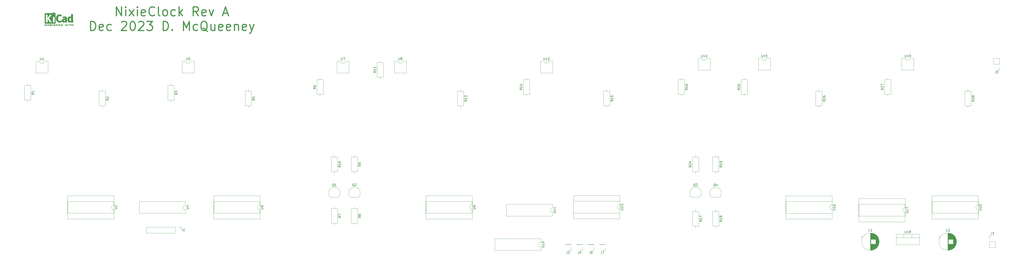
<source format=gbr>
G04 #@! TF.GenerationSoftware,KiCad,Pcbnew,5.0.2+dfsg1-1+deb10u1*
G04 #@! TF.CreationDate,2023-12-02T21:06:42-05:00*
G04 #@! TF.ProjectId,NixieClockV1,4e697869-6543-46c6-9f63-6b56312e6b69,rev?*
G04 #@! TF.SameCoordinates,Original*
G04 #@! TF.FileFunction,Legend,Top*
G04 #@! TF.FilePolarity,Positive*
%FSLAX46Y46*%
G04 Gerber Fmt 4.6, Leading zero omitted, Abs format (unit mm)*
G04 Created by KiCad (PCBNEW 5.0.2+dfsg1-1+deb10u1) date Sat 02 Dec 2023 09:06:42 PM EST*
%MOMM*%
%LPD*%
G01*
G04 APERTURE LIST*
%ADD10C,0.500000*%
%ADD11C,0.120000*%
%ADD12C,0.010000*%
%ADD13C,0.150000*%
G04 APERTURE END LIST*
D10*
X110428571Y-453559523D02*
X110428571Y-449559523D01*
X112714285Y-453559523D01*
X112714285Y-449559523D01*
X114619047Y-453559523D02*
X114619047Y-450892857D01*
X114619047Y-449559523D02*
X114428571Y-449750000D01*
X114619047Y-449940476D01*
X114809523Y-449750000D01*
X114619047Y-449559523D01*
X114619047Y-449940476D01*
X116142857Y-453559523D02*
X118238095Y-450892857D01*
X116142857Y-450892857D02*
X118238095Y-453559523D01*
X119761904Y-453559523D02*
X119761904Y-450892857D01*
X119761904Y-449559523D02*
X119571428Y-449750000D01*
X119761904Y-449940476D01*
X119952380Y-449750000D01*
X119761904Y-449559523D01*
X119761904Y-449940476D01*
X123190476Y-453369047D02*
X122809523Y-453559523D01*
X122047619Y-453559523D01*
X121666666Y-453369047D01*
X121476190Y-452988095D01*
X121476190Y-451464285D01*
X121666666Y-451083333D01*
X122047619Y-450892857D01*
X122809523Y-450892857D01*
X123190476Y-451083333D01*
X123380952Y-451464285D01*
X123380952Y-451845238D01*
X121476190Y-452226190D01*
X127380952Y-453178571D02*
X127190476Y-453369047D01*
X126619047Y-453559523D01*
X126238095Y-453559523D01*
X125666666Y-453369047D01*
X125285714Y-452988095D01*
X125095238Y-452607142D01*
X124904761Y-451845238D01*
X124904761Y-451273809D01*
X125095238Y-450511904D01*
X125285714Y-450130952D01*
X125666666Y-449750000D01*
X126238095Y-449559523D01*
X126619047Y-449559523D01*
X127190476Y-449750000D01*
X127380952Y-449940476D01*
X129666666Y-453559523D02*
X129285714Y-453369047D01*
X129095238Y-452988095D01*
X129095238Y-449559523D01*
X131761904Y-453559523D02*
X131380952Y-453369047D01*
X131190476Y-453178571D01*
X131000000Y-452797619D01*
X131000000Y-451654761D01*
X131190476Y-451273809D01*
X131380952Y-451083333D01*
X131761904Y-450892857D01*
X132333333Y-450892857D01*
X132714285Y-451083333D01*
X132904761Y-451273809D01*
X133095238Y-451654761D01*
X133095238Y-452797619D01*
X132904761Y-453178571D01*
X132714285Y-453369047D01*
X132333333Y-453559523D01*
X131761904Y-453559523D01*
X136523809Y-453369047D02*
X136142857Y-453559523D01*
X135380952Y-453559523D01*
X135000000Y-453369047D01*
X134809523Y-453178571D01*
X134619047Y-452797619D01*
X134619047Y-451654761D01*
X134809523Y-451273809D01*
X135000000Y-451083333D01*
X135380952Y-450892857D01*
X136142857Y-450892857D01*
X136523809Y-451083333D01*
X138238095Y-453559523D02*
X138238095Y-449559523D01*
X138619047Y-452035714D02*
X139761904Y-453559523D01*
X139761904Y-450892857D02*
X138238095Y-452416666D01*
X146809523Y-453559523D02*
X145476190Y-451654761D01*
X144523809Y-453559523D02*
X144523809Y-449559523D01*
X146047619Y-449559523D01*
X146428571Y-449750000D01*
X146619047Y-449940476D01*
X146809523Y-450321428D01*
X146809523Y-450892857D01*
X146619047Y-451273809D01*
X146428571Y-451464285D01*
X146047619Y-451654761D01*
X144523809Y-451654761D01*
X150047619Y-453369047D02*
X149666666Y-453559523D01*
X148904761Y-453559523D01*
X148523809Y-453369047D01*
X148333333Y-452988095D01*
X148333333Y-451464285D01*
X148523809Y-451083333D01*
X148904761Y-450892857D01*
X149666666Y-450892857D01*
X150047619Y-451083333D01*
X150238095Y-451464285D01*
X150238095Y-451845238D01*
X148333333Y-452226190D01*
X151571428Y-450892857D02*
X152523809Y-453559523D01*
X153476190Y-450892857D01*
X157857142Y-452416666D02*
X159761904Y-452416666D01*
X157476190Y-453559523D02*
X158809523Y-449559523D01*
X160142857Y-453559523D01*
X99000000Y-460059523D02*
X99000000Y-456059523D01*
X99952380Y-456059523D01*
X100523809Y-456250000D01*
X100904761Y-456630952D01*
X101095238Y-457011904D01*
X101285714Y-457773809D01*
X101285714Y-458345238D01*
X101095238Y-459107142D01*
X100904761Y-459488095D01*
X100523809Y-459869047D01*
X99952380Y-460059523D01*
X99000000Y-460059523D01*
X104523809Y-459869047D02*
X104142857Y-460059523D01*
X103380952Y-460059523D01*
X103000000Y-459869047D01*
X102809523Y-459488095D01*
X102809523Y-457964285D01*
X103000000Y-457583333D01*
X103380952Y-457392857D01*
X104142857Y-457392857D01*
X104523809Y-457583333D01*
X104714285Y-457964285D01*
X104714285Y-458345238D01*
X102809523Y-458726190D01*
X108142857Y-459869047D02*
X107761904Y-460059523D01*
X107000000Y-460059523D01*
X106619047Y-459869047D01*
X106428571Y-459678571D01*
X106238095Y-459297619D01*
X106238095Y-458154761D01*
X106428571Y-457773809D01*
X106619047Y-457583333D01*
X107000000Y-457392857D01*
X107761904Y-457392857D01*
X108142857Y-457583333D01*
X112714285Y-456440476D02*
X112904761Y-456250000D01*
X113285714Y-456059523D01*
X114238095Y-456059523D01*
X114619047Y-456250000D01*
X114809523Y-456440476D01*
X115000000Y-456821428D01*
X115000000Y-457202380D01*
X114809523Y-457773809D01*
X112523809Y-460059523D01*
X115000000Y-460059523D01*
X117476190Y-456059523D02*
X117857142Y-456059523D01*
X118238095Y-456250000D01*
X118428571Y-456440476D01*
X118619047Y-456821428D01*
X118809523Y-457583333D01*
X118809523Y-458535714D01*
X118619047Y-459297619D01*
X118428571Y-459678571D01*
X118238095Y-459869047D01*
X117857142Y-460059523D01*
X117476190Y-460059523D01*
X117095238Y-459869047D01*
X116904761Y-459678571D01*
X116714285Y-459297619D01*
X116523809Y-458535714D01*
X116523809Y-457583333D01*
X116714285Y-456821428D01*
X116904761Y-456440476D01*
X117095238Y-456250000D01*
X117476190Y-456059523D01*
X120333333Y-456440476D02*
X120523809Y-456250000D01*
X120904761Y-456059523D01*
X121857142Y-456059523D01*
X122238095Y-456250000D01*
X122428571Y-456440476D01*
X122619047Y-456821428D01*
X122619047Y-457202380D01*
X122428571Y-457773809D01*
X120142857Y-460059523D01*
X122619047Y-460059523D01*
X123952380Y-456059523D02*
X126428571Y-456059523D01*
X125095238Y-457583333D01*
X125666666Y-457583333D01*
X126047619Y-457773809D01*
X126238095Y-457964285D01*
X126428571Y-458345238D01*
X126428571Y-459297619D01*
X126238095Y-459678571D01*
X126047619Y-459869047D01*
X125666666Y-460059523D01*
X124523809Y-460059523D01*
X124142857Y-459869047D01*
X123952380Y-459678571D01*
X131190476Y-460059523D02*
X131190476Y-456059523D01*
X132142857Y-456059523D01*
X132714285Y-456250000D01*
X133095238Y-456630952D01*
X133285714Y-457011904D01*
X133476190Y-457773809D01*
X133476190Y-458345238D01*
X133285714Y-459107142D01*
X133095238Y-459488095D01*
X132714285Y-459869047D01*
X132142857Y-460059523D01*
X131190476Y-460059523D01*
X135190476Y-459678571D02*
X135380952Y-459869047D01*
X135190476Y-460059523D01*
X135000000Y-459869047D01*
X135190476Y-459678571D01*
X135190476Y-460059523D01*
X140142857Y-460059523D02*
X140142857Y-456059523D01*
X141476190Y-458916666D01*
X142809523Y-456059523D01*
X142809523Y-460059523D01*
X146428571Y-459869047D02*
X146047619Y-460059523D01*
X145285714Y-460059523D01*
X144904761Y-459869047D01*
X144714285Y-459678571D01*
X144523809Y-459297619D01*
X144523809Y-458154761D01*
X144714285Y-457773809D01*
X144904761Y-457583333D01*
X145285714Y-457392857D01*
X146047619Y-457392857D01*
X146428571Y-457583333D01*
X150809523Y-460440476D02*
X150428571Y-460250000D01*
X150047619Y-459869047D01*
X149476190Y-459297619D01*
X149095238Y-459107142D01*
X148714285Y-459107142D01*
X148904761Y-460059523D02*
X148523809Y-459869047D01*
X148142857Y-459488095D01*
X147952380Y-458726190D01*
X147952380Y-457392857D01*
X148142857Y-456630952D01*
X148523809Y-456250000D01*
X148904761Y-456059523D01*
X149666666Y-456059523D01*
X150047619Y-456250000D01*
X150428571Y-456630952D01*
X150619047Y-457392857D01*
X150619047Y-458726190D01*
X150428571Y-459488095D01*
X150047619Y-459869047D01*
X149666666Y-460059523D01*
X148904761Y-460059523D01*
X154047619Y-457392857D02*
X154047619Y-460059523D01*
X152333333Y-457392857D02*
X152333333Y-459488095D01*
X152523809Y-459869047D01*
X152904761Y-460059523D01*
X153476190Y-460059523D01*
X153857142Y-459869047D01*
X154047619Y-459678571D01*
X157476190Y-459869047D02*
X157095238Y-460059523D01*
X156333333Y-460059523D01*
X155952380Y-459869047D01*
X155761904Y-459488095D01*
X155761904Y-457964285D01*
X155952380Y-457583333D01*
X156333333Y-457392857D01*
X157095238Y-457392857D01*
X157476190Y-457583333D01*
X157666666Y-457964285D01*
X157666666Y-458345238D01*
X155761904Y-458726190D01*
X160904761Y-459869047D02*
X160523809Y-460059523D01*
X159761904Y-460059523D01*
X159380952Y-459869047D01*
X159190476Y-459488095D01*
X159190476Y-457964285D01*
X159380952Y-457583333D01*
X159761904Y-457392857D01*
X160523809Y-457392857D01*
X160904761Y-457583333D01*
X161095238Y-457964285D01*
X161095238Y-458345238D01*
X159190476Y-458726190D01*
X162809523Y-457392857D02*
X162809523Y-460059523D01*
X162809523Y-457773809D02*
X162999999Y-457583333D01*
X163380952Y-457392857D01*
X163952380Y-457392857D01*
X164333333Y-457583333D01*
X164523809Y-457964285D01*
X164523809Y-460059523D01*
X167952380Y-459869047D02*
X167571428Y-460059523D01*
X166809523Y-460059523D01*
X166428571Y-459869047D01*
X166238095Y-459488095D01*
X166238095Y-457964285D01*
X166428571Y-457583333D01*
X166809523Y-457392857D01*
X167571428Y-457392857D01*
X167952380Y-457583333D01*
X168142857Y-457964285D01*
X168142857Y-458345238D01*
X166238095Y-458726190D01*
X169476190Y-457392857D02*
X170428571Y-460059523D01*
X171380952Y-457392857D02*
X170428571Y-460059523D01*
X170047619Y-461011904D01*
X169857142Y-461202380D01*
X169476190Y-461392857D01*
D11*
G04 #@! TO.C,J2*
X311845000Y-554930000D02*
X309185000Y-554930000D01*
X311845000Y-554990000D02*
X311845000Y-554930000D01*
X309185000Y-554990000D02*
X309185000Y-554930000D01*
X311845000Y-554990000D02*
X309185000Y-554990000D01*
X311845000Y-556260000D02*
X311845000Y-557590000D01*
X311845000Y-557590000D02*
X310515000Y-557590000D01*
G04 #@! TO.C,J6*
X322005000Y-557590000D02*
X320675000Y-557590000D01*
X322005000Y-556260000D02*
X322005000Y-557590000D01*
X322005000Y-554990000D02*
X319345000Y-554990000D01*
X319345000Y-554990000D02*
X319345000Y-554930000D01*
X322005000Y-554990000D02*
X322005000Y-554930000D01*
X322005000Y-554930000D02*
X319345000Y-554930000D01*
G04 #@! TO.C,J7*
X327085000Y-554930000D02*
X324425000Y-554930000D01*
X327085000Y-554990000D02*
X327085000Y-554930000D01*
X324425000Y-554990000D02*
X324425000Y-554930000D01*
X327085000Y-554990000D02*
X324425000Y-554990000D01*
X327085000Y-556260000D02*
X327085000Y-557590000D01*
X327085000Y-557590000D02*
X325755000Y-557590000D01*
G04 #@! TO.C,J1*
X139130000Y-547270000D02*
X139130000Y-548600000D01*
X137800000Y-547270000D02*
X139130000Y-547270000D01*
X136530000Y-547270000D02*
X136530000Y-549930000D01*
X136530000Y-549930000D02*
X123770000Y-549930000D01*
X136530000Y-547270000D02*
X123770000Y-547270000D01*
X123770000Y-547270000D02*
X123770000Y-549930000D01*
G04 #@! TO.C,J3*
X497145000Y-551120000D02*
X498475000Y-551120000D01*
X497145000Y-552450000D02*
X497145000Y-551120000D01*
X497145000Y-553720000D02*
X499805000Y-553720000D01*
X499805000Y-553720000D02*
X499805000Y-556320000D01*
X497145000Y-553720000D02*
X497145000Y-556320000D01*
X497145000Y-556320000D02*
X499805000Y-556320000D01*
G04 #@! TO.C,C1*
X440712789Y-551170000D02*
X440712789Y-551920000D01*
X440337789Y-551545000D02*
X441087789Y-551545000D01*
X448321000Y-553279000D02*
X448321000Y-554161000D01*
X448281000Y-553027000D02*
X448281000Y-554413000D01*
X448241000Y-552843000D02*
X448241000Y-554597000D01*
X448201000Y-552692000D02*
X448201000Y-554748000D01*
X448161000Y-552562000D02*
X448161000Y-554878000D01*
X448121000Y-552445000D02*
X448121000Y-554995000D01*
X448081000Y-552339000D02*
X448081000Y-555101000D01*
X448041000Y-552242000D02*
X448041000Y-555198000D01*
X448001000Y-552151000D02*
X448001000Y-555289000D01*
X447961000Y-552066000D02*
X447961000Y-555374000D01*
X447921000Y-551987000D02*
X447921000Y-555453000D01*
X447881000Y-551911000D02*
X447881000Y-555529000D01*
X447841000Y-551839000D02*
X447841000Y-555601000D01*
X447801000Y-551771000D02*
X447801000Y-555669000D01*
X447761000Y-551706000D02*
X447761000Y-555734000D01*
X447721000Y-551643000D02*
X447721000Y-555797000D01*
X447681000Y-551583000D02*
X447681000Y-555857000D01*
X447641000Y-551525000D02*
X447641000Y-555915000D01*
X447601000Y-551470000D02*
X447601000Y-555970000D01*
X447561000Y-551416000D02*
X447561000Y-556024000D01*
X447521000Y-551365000D02*
X447521000Y-556075000D01*
X447481000Y-551315000D02*
X447481000Y-556125000D01*
X447441000Y-551266000D02*
X447441000Y-556174000D01*
X447401000Y-551220000D02*
X447401000Y-556220000D01*
X447361000Y-551174000D02*
X447361000Y-556266000D01*
X447321000Y-551131000D02*
X447321000Y-556309000D01*
X447281000Y-551088000D02*
X447281000Y-556352000D01*
X447241000Y-551047000D02*
X447241000Y-556393000D01*
X447201000Y-551007000D02*
X447201000Y-556433000D01*
X447161000Y-550968000D02*
X447161000Y-556472000D01*
X447121000Y-550930000D02*
X447121000Y-556510000D01*
X447081000Y-550893000D02*
X447081000Y-556547000D01*
X447041000Y-550857000D02*
X447041000Y-556583000D01*
X447001000Y-550822000D02*
X447001000Y-556618000D01*
X446961000Y-550789000D02*
X446961000Y-556651000D01*
X446921000Y-550756000D02*
X446921000Y-556684000D01*
X446881000Y-550724000D02*
X446881000Y-556716000D01*
X446841000Y-550692000D02*
X446841000Y-556748000D01*
X446801000Y-550662000D02*
X446801000Y-556778000D01*
X446761000Y-554760000D02*
X446761000Y-556808000D01*
X446761000Y-550632000D02*
X446761000Y-552680000D01*
X446721000Y-554760000D02*
X446721000Y-556836000D01*
X446721000Y-550604000D02*
X446721000Y-552680000D01*
X446681000Y-554760000D02*
X446681000Y-556864000D01*
X446681000Y-550576000D02*
X446681000Y-552680000D01*
X446641000Y-554760000D02*
X446641000Y-556892000D01*
X446641000Y-550548000D02*
X446641000Y-552680000D01*
X446601000Y-554760000D02*
X446601000Y-556918000D01*
X446601000Y-550522000D02*
X446601000Y-552680000D01*
X446561000Y-554760000D02*
X446561000Y-556944000D01*
X446561000Y-550496000D02*
X446561000Y-552680000D01*
X446521000Y-554760000D02*
X446521000Y-556969000D01*
X446521000Y-550471000D02*
X446521000Y-552680000D01*
X446481000Y-554760000D02*
X446481000Y-556994000D01*
X446481000Y-550446000D02*
X446481000Y-552680000D01*
X446441000Y-554760000D02*
X446441000Y-557017000D01*
X446441000Y-550423000D02*
X446441000Y-552680000D01*
X446401000Y-554760000D02*
X446401000Y-557041000D01*
X446401000Y-550399000D02*
X446401000Y-552680000D01*
X446361000Y-554760000D02*
X446361000Y-557063000D01*
X446361000Y-550377000D02*
X446361000Y-552680000D01*
X446321000Y-554760000D02*
X446321000Y-557085000D01*
X446321000Y-550355000D02*
X446321000Y-552680000D01*
X446281000Y-554760000D02*
X446281000Y-557106000D01*
X446281000Y-550334000D02*
X446281000Y-552680000D01*
X446241000Y-554760000D02*
X446241000Y-557127000D01*
X446241000Y-550313000D02*
X446241000Y-552680000D01*
X446201000Y-554760000D02*
X446201000Y-557147000D01*
X446201000Y-550293000D02*
X446201000Y-552680000D01*
X446161000Y-554760000D02*
X446161000Y-557167000D01*
X446161000Y-550273000D02*
X446161000Y-552680000D01*
X446121000Y-554760000D02*
X446121000Y-557186000D01*
X446121000Y-550254000D02*
X446121000Y-552680000D01*
X446081000Y-554760000D02*
X446081000Y-557204000D01*
X446081000Y-550236000D02*
X446081000Y-552680000D01*
X446041000Y-554760000D02*
X446041000Y-557222000D01*
X446041000Y-550218000D02*
X446041000Y-552680000D01*
X446001000Y-554760000D02*
X446001000Y-557240000D01*
X446001000Y-550200000D02*
X446001000Y-552680000D01*
X445961000Y-554760000D02*
X445961000Y-557256000D01*
X445961000Y-550184000D02*
X445961000Y-552680000D01*
X445921000Y-554760000D02*
X445921000Y-557273000D01*
X445921000Y-550167000D02*
X445921000Y-552680000D01*
X445881000Y-554760000D02*
X445881000Y-557288000D01*
X445881000Y-550152000D02*
X445881000Y-552680000D01*
X445841000Y-554760000D02*
X445841000Y-557304000D01*
X445841000Y-550136000D02*
X445841000Y-552680000D01*
X445801000Y-554760000D02*
X445801000Y-557318000D01*
X445801000Y-550122000D02*
X445801000Y-552680000D01*
X445761000Y-554760000D02*
X445761000Y-557333000D01*
X445761000Y-550107000D02*
X445761000Y-552680000D01*
X445721000Y-554760000D02*
X445721000Y-557346000D01*
X445721000Y-550094000D02*
X445721000Y-552680000D01*
X445681000Y-554760000D02*
X445681000Y-557360000D01*
X445681000Y-550080000D02*
X445681000Y-552680000D01*
X445641000Y-554760000D02*
X445641000Y-557373000D01*
X445641000Y-550067000D02*
X445641000Y-552680000D01*
X445601000Y-554760000D02*
X445601000Y-557385000D01*
X445601000Y-550055000D02*
X445601000Y-552680000D01*
X445561000Y-554760000D02*
X445561000Y-557397000D01*
X445561000Y-550043000D02*
X445561000Y-552680000D01*
X445521000Y-554760000D02*
X445521000Y-557408000D01*
X445521000Y-550032000D02*
X445521000Y-552680000D01*
X445481000Y-554760000D02*
X445481000Y-557419000D01*
X445481000Y-550021000D02*
X445481000Y-552680000D01*
X445441000Y-554760000D02*
X445441000Y-557430000D01*
X445441000Y-550010000D02*
X445441000Y-552680000D01*
X445401000Y-554760000D02*
X445401000Y-557440000D01*
X445401000Y-550000000D02*
X445401000Y-552680000D01*
X445361000Y-554760000D02*
X445361000Y-557449000D01*
X445361000Y-549991000D02*
X445361000Y-552680000D01*
X445321000Y-554760000D02*
X445321000Y-557458000D01*
X445321000Y-549982000D02*
X445321000Y-552680000D01*
X445281000Y-554760000D02*
X445281000Y-557467000D01*
X445281000Y-549973000D02*
X445281000Y-552680000D01*
X445241000Y-554760000D02*
X445241000Y-557475000D01*
X445241000Y-549965000D02*
X445241000Y-552680000D01*
X445201000Y-554760000D02*
X445201000Y-557483000D01*
X445201000Y-549957000D02*
X445201000Y-552680000D01*
X445160000Y-554760000D02*
X445160000Y-557490000D01*
X445160000Y-549950000D02*
X445160000Y-552680000D01*
X445120000Y-554760000D02*
X445120000Y-557497000D01*
X445120000Y-549943000D02*
X445120000Y-552680000D01*
X445080000Y-554760000D02*
X445080000Y-557504000D01*
X445080000Y-549936000D02*
X445080000Y-552680000D01*
X445040000Y-554760000D02*
X445040000Y-557510000D01*
X445040000Y-549930000D02*
X445040000Y-552680000D01*
X445000000Y-554760000D02*
X445000000Y-557515000D01*
X445000000Y-549925000D02*
X445000000Y-552680000D01*
X444960000Y-554760000D02*
X444960000Y-557521000D01*
X444960000Y-549919000D02*
X444960000Y-552680000D01*
X444920000Y-554760000D02*
X444920000Y-557525000D01*
X444920000Y-549915000D02*
X444920000Y-552680000D01*
X444880000Y-554760000D02*
X444880000Y-557530000D01*
X444880000Y-549910000D02*
X444880000Y-552680000D01*
X444840000Y-554760000D02*
X444840000Y-557534000D01*
X444840000Y-549906000D02*
X444840000Y-552680000D01*
X444800000Y-554760000D02*
X444800000Y-557537000D01*
X444800000Y-549903000D02*
X444800000Y-552680000D01*
X444760000Y-554760000D02*
X444760000Y-557540000D01*
X444760000Y-549900000D02*
X444760000Y-552680000D01*
X444720000Y-554760000D02*
X444720000Y-557543000D01*
X444720000Y-549897000D02*
X444720000Y-552680000D01*
X444680000Y-549895000D02*
X444680000Y-557545000D01*
X444640000Y-549893000D02*
X444640000Y-557547000D01*
X444600000Y-549891000D02*
X444600000Y-557549000D01*
X444560000Y-549890000D02*
X444560000Y-557550000D01*
X444520000Y-549890000D02*
X444520000Y-557550000D01*
X444480000Y-549890000D02*
X444480000Y-557550000D01*
X448350000Y-553720000D02*
G75*
G03X448350000Y-553720000I-3870000J0D01*
G01*
G04 #@! TO.C,C2*
X475002789Y-551170000D02*
X475002789Y-551920000D01*
X474627789Y-551545000D02*
X475377789Y-551545000D01*
X482611000Y-553279000D02*
X482611000Y-554161000D01*
X482571000Y-553027000D02*
X482571000Y-554413000D01*
X482531000Y-552843000D02*
X482531000Y-554597000D01*
X482491000Y-552692000D02*
X482491000Y-554748000D01*
X482451000Y-552562000D02*
X482451000Y-554878000D01*
X482411000Y-552445000D02*
X482411000Y-554995000D01*
X482371000Y-552339000D02*
X482371000Y-555101000D01*
X482331000Y-552242000D02*
X482331000Y-555198000D01*
X482291000Y-552151000D02*
X482291000Y-555289000D01*
X482251000Y-552066000D02*
X482251000Y-555374000D01*
X482211000Y-551987000D02*
X482211000Y-555453000D01*
X482171000Y-551911000D02*
X482171000Y-555529000D01*
X482131000Y-551839000D02*
X482131000Y-555601000D01*
X482091000Y-551771000D02*
X482091000Y-555669000D01*
X482051000Y-551706000D02*
X482051000Y-555734000D01*
X482011000Y-551643000D02*
X482011000Y-555797000D01*
X481971000Y-551583000D02*
X481971000Y-555857000D01*
X481931000Y-551525000D02*
X481931000Y-555915000D01*
X481891000Y-551470000D02*
X481891000Y-555970000D01*
X481851000Y-551416000D02*
X481851000Y-556024000D01*
X481811000Y-551365000D02*
X481811000Y-556075000D01*
X481771000Y-551315000D02*
X481771000Y-556125000D01*
X481731000Y-551266000D02*
X481731000Y-556174000D01*
X481691000Y-551220000D02*
X481691000Y-556220000D01*
X481651000Y-551174000D02*
X481651000Y-556266000D01*
X481611000Y-551131000D02*
X481611000Y-556309000D01*
X481571000Y-551088000D02*
X481571000Y-556352000D01*
X481531000Y-551047000D02*
X481531000Y-556393000D01*
X481491000Y-551007000D02*
X481491000Y-556433000D01*
X481451000Y-550968000D02*
X481451000Y-556472000D01*
X481411000Y-550930000D02*
X481411000Y-556510000D01*
X481371000Y-550893000D02*
X481371000Y-556547000D01*
X481331000Y-550857000D02*
X481331000Y-556583000D01*
X481291000Y-550822000D02*
X481291000Y-556618000D01*
X481251000Y-550789000D02*
X481251000Y-556651000D01*
X481211000Y-550756000D02*
X481211000Y-556684000D01*
X481171000Y-550724000D02*
X481171000Y-556716000D01*
X481131000Y-550692000D02*
X481131000Y-556748000D01*
X481091000Y-550662000D02*
X481091000Y-556778000D01*
X481051000Y-554760000D02*
X481051000Y-556808000D01*
X481051000Y-550632000D02*
X481051000Y-552680000D01*
X481011000Y-554760000D02*
X481011000Y-556836000D01*
X481011000Y-550604000D02*
X481011000Y-552680000D01*
X480971000Y-554760000D02*
X480971000Y-556864000D01*
X480971000Y-550576000D02*
X480971000Y-552680000D01*
X480931000Y-554760000D02*
X480931000Y-556892000D01*
X480931000Y-550548000D02*
X480931000Y-552680000D01*
X480891000Y-554760000D02*
X480891000Y-556918000D01*
X480891000Y-550522000D02*
X480891000Y-552680000D01*
X480851000Y-554760000D02*
X480851000Y-556944000D01*
X480851000Y-550496000D02*
X480851000Y-552680000D01*
X480811000Y-554760000D02*
X480811000Y-556969000D01*
X480811000Y-550471000D02*
X480811000Y-552680000D01*
X480771000Y-554760000D02*
X480771000Y-556994000D01*
X480771000Y-550446000D02*
X480771000Y-552680000D01*
X480731000Y-554760000D02*
X480731000Y-557017000D01*
X480731000Y-550423000D02*
X480731000Y-552680000D01*
X480691000Y-554760000D02*
X480691000Y-557041000D01*
X480691000Y-550399000D02*
X480691000Y-552680000D01*
X480651000Y-554760000D02*
X480651000Y-557063000D01*
X480651000Y-550377000D02*
X480651000Y-552680000D01*
X480611000Y-554760000D02*
X480611000Y-557085000D01*
X480611000Y-550355000D02*
X480611000Y-552680000D01*
X480571000Y-554760000D02*
X480571000Y-557106000D01*
X480571000Y-550334000D02*
X480571000Y-552680000D01*
X480531000Y-554760000D02*
X480531000Y-557127000D01*
X480531000Y-550313000D02*
X480531000Y-552680000D01*
X480491000Y-554760000D02*
X480491000Y-557147000D01*
X480491000Y-550293000D02*
X480491000Y-552680000D01*
X480451000Y-554760000D02*
X480451000Y-557167000D01*
X480451000Y-550273000D02*
X480451000Y-552680000D01*
X480411000Y-554760000D02*
X480411000Y-557186000D01*
X480411000Y-550254000D02*
X480411000Y-552680000D01*
X480371000Y-554760000D02*
X480371000Y-557204000D01*
X480371000Y-550236000D02*
X480371000Y-552680000D01*
X480331000Y-554760000D02*
X480331000Y-557222000D01*
X480331000Y-550218000D02*
X480331000Y-552680000D01*
X480291000Y-554760000D02*
X480291000Y-557240000D01*
X480291000Y-550200000D02*
X480291000Y-552680000D01*
X480251000Y-554760000D02*
X480251000Y-557256000D01*
X480251000Y-550184000D02*
X480251000Y-552680000D01*
X480211000Y-554760000D02*
X480211000Y-557273000D01*
X480211000Y-550167000D02*
X480211000Y-552680000D01*
X480171000Y-554760000D02*
X480171000Y-557288000D01*
X480171000Y-550152000D02*
X480171000Y-552680000D01*
X480131000Y-554760000D02*
X480131000Y-557304000D01*
X480131000Y-550136000D02*
X480131000Y-552680000D01*
X480091000Y-554760000D02*
X480091000Y-557318000D01*
X480091000Y-550122000D02*
X480091000Y-552680000D01*
X480051000Y-554760000D02*
X480051000Y-557333000D01*
X480051000Y-550107000D02*
X480051000Y-552680000D01*
X480011000Y-554760000D02*
X480011000Y-557346000D01*
X480011000Y-550094000D02*
X480011000Y-552680000D01*
X479971000Y-554760000D02*
X479971000Y-557360000D01*
X479971000Y-550080000D02*
X479971000Y-552680000D01*
X479931000Y-554760000D02*
X479931000Y-557373000D01*
X479931000Y-550067000D02*
X479931000Y-552680000D01*
X479891000Y-554760000D02*
X479891000Y-557385000D01*
X479891000Y-550055000D02*
X479891000Y-552680000D01*
X479851000Y-554760000D02*
X479851000Y-557397000D01*
X479851000Y-550043000D02*
X479851000Y-552680000D01*
X479811000Y-554760000D02*
X479811000Y-557408000D01*
X479811000Y-550032000D02*
X479811000Y-552680000D01*
X479771000Y-554760000D02*
X479771000Y-557419000D01*
X479771000Y-550021000D02*
X479771000Y-552680000D01*
X479731000Y-554760000D02*
X479731000Y-557430000D01*
X479731000Y-550010000D02*
X479731000Y-552680000D01*
X479691000Y-554760000D02*
X479691000Y-557440000D01*
X479691000Y-550000000D02*
X479691000Y-552680000D01*
X479651000Y-554760000D02*
X479651000Y-557449000D01*
X479651000Y-549991000D02*
X479651000Y-552680000D01*
X479611000Y-554760000D02*
X479611000Y-557458000D01*
X479611000Y-549982000D02*
X479611000Y-552680000D01*
X479571000Y-554760000D02*
X479571000Y-557467000D01*
X479571000Y-549973000D02*
X479571000Y-552680000D01*
X479531000Y-554760000D02*
X479531000Y-557475000D01*
X479531000Y-549965000D02*
X479531000Y-552680000D01*
X479491000Y-554760000D02*
X479491000Y-557483000D01*
X479491000Y-549957000D02*
X479491000Y-552680000D01*
X479450000Y-554760000D02*
X479450000Y-557490000D01*
X479450000Y-549950000D02*
X479450000Y-552680000D01*
X479410000Y-554760000D02*
X479410000Y-557497000D01*
X479410000Y-549943000D02*
X479410000Y-552680000D01*
X479370000Y-554760000D02*
X479370000Y-557504000D01*
X479370000Y-549936000D02*
X479370000Y-552680000D01*
X479330000Y-554760000D02*
X479330000Y-557510000D01*
X479330000Y-549930000D02*
X479330000Y-552680000D01*
X479290000Y-554760000D02*
X479290000Y-557515000D01*
X479290000Y-549925000D02*
X479290000Y-552680000D01*
X479250000Y-554760000D02*
X479250000Y-557521000D01*
X479250000Y-549919000D02*
X479250000Y-552680000D01*
X479210000Y-554760000D02*
X479210000Y-557525000D01*
X479210000Y-549915000D02*
X479210000Y-552680000D01*
X479170000Y-554760000D02*
X479170000Y-557530000D01*
X479170000Y-549910000D02*
X479170000Y-552680000D01*
X479130000Y-554760000D02*
X479130000Y-557534000D01*
X479130000Y-549906000D02*
X479130000Y-552680000D01*
X479090000Y-554760000D02*
X479090000Y-557537000D01*
X479090000Y-549903000D02*
X479090000Y-552680000D01*
X479050000Y-554760000D02*
X479050000Y-557540000D01*
X479050000Y-549900000D02*
X479050000Y-552680000D01*
X479010000Y-554760000D02*
X479010000Y-557543000D01*
X479010000Y-549897000D02*
X479010000Y-552680000D01*
X478970000Y-549895000D02*
X478970000Y-557545000D01*
X478930000Y-549893000D02*
X478930000Y-557547000D01*
X478890000Y-549891000D02*
X478890000Y-557549000D01*
X478850000Y-549890000D02*
X478850000Y-557550000D01*
X478810000Y-549890000D02*
X478810000Y-557550000D01*
X478770000Y-549890000D02*
X478770000Y-557550000D01*
X482640000Y-553720000D02*
G75*
G03X482640000Y-553720000I-3870000J0D01*
G01*
G04 #@! TO.C,J5*
X501710000Y-477580000D02*
X500380000Y-477580000D01*
X501710000Y-476250000D02*
X501710000Y-477580000D01*
X501710000Y-474980000D02*
X499050000Y-474980000D01*
X499050000Y-474980000D02*
X499050000Y-472380000D01*
X501710000Y-474980000D02*
X501710000Y-472380000D01*
X501710000Y-472380000D02*
X499050000Y-472380000D01*
G04 #@! TO.C,Q1*
X208848478Y-533968478D02*
G75*
G03X207010000Y-529530000I-1838478J1838478D01*
G01*
X205171522Y-533968478D02*
G75*
G02X207010000Y-529530000I1838478J1838478D01*
G01*
X205210000Y-533980000D02*
X208810000Y-533980000D01*
G04 #@! TO.C,Q2*
X217738478Y-533968478D02*
G75*
G03X215900000Y-529530000I-1838478J1838478D01*
G01*
X214061522Y-533968478D02*
G75*
G02X215900000Y-529530000I1838478J1838478D01*
G01*
X214100000Y-533980000D02*
X217700000Y-533980000D01*
G04 #@! TO.C,Q3*
X368868478Y-533968478D02*
G75*
G03X367030000Y-529530000I-1838478J1838478D01*
G01*
X365191522Y-533968478D02*
G75*
G02X367030000Y-529530000I1838478J1838478D01*
G01*
X365230000Y-533980000D02*
X368830000Y-533980000D01*
G04 #@! TO.C,Q4*
X377758478Y-533968478D02*
G75*
G03X375920000Y-529530000I-1838478J1838478D01*
G01*
X374081522Y-533968478D02*
G75*
G02X375920000Y-529530000I1838478J1838478D01*
G01*
X374120000Y-533980000D02*
X377720000Y-533980000D01*
G04 #@! TO.C,R1*
X71120000Y-491720000D02*
X71120000Y-490950000D01*
X71120000Y-483640000D02*
X71120000Y-484410000D01*
X72490000Y-490950000D02*
X72490000Y-484410000D01*
X69750000Y-490950000D02*
X72490000Y-490950000D01*
X69750000Y-484410000D02*
X69750000Y-490950000D01*
X72490000Y-484410000D02*
X69750000Y-484410000D01*
G04 #@! TO.C,R2*
X104140000Y-494260000D02*
X104140000Y-493490000D01*
X104140000Y-486180000D02*
X104140000Y-486950000D01*
X105510000Y-493490000D02*
X105510000Y-486950000D01*
X102770000Y-493490000D02*
X105510000Y-493490000D01*
X102770000Y-486950000D02*
X102770000Y-493490000D01*
X105510000Y-486950000D02*
X102770000Y-486950000D01*
G04 #@! TO.C,R3*
X134620000Y-491720000D02*
X134620000Y-490950000D01*
X134620000Y-483640000D02*
X134620000Y-484410000D01*
X135990000Y-490950000D02*
X135990000Y-484410000D01*
X133250000Y-490950000D02*
X135990000Y-490950000D01*
X133250000Y-484410000D02*
X133250000Y-490950000D01*
X135990000Y-484410000D02*
X133250000Y-484410000D01*
G04 #@! TO.C,R5*
X168910000Y-494260000D02*
X168910000Y-493490000D01*
X168910000Y-486180000D02*
X168910000Y-486950000D01*
X170280000Y-493490000D02*
X170280000Y-486950000D01*
X167540000Y-493490000D02*
X170280000Y-493490000D01*
X167540000Y-486950000D02*
X167540000Y-493490000D01*
X170280000Y-486950000D02*
X167540000Y-486950000D01*
G04 #@! TO.C,R6*
X200660000Y-481100000D02*
X200660000Y-481870000D01*
X200660000Y-489180000D02*
X200660000Y-488410000D01*
X199290000Y-481870000D02*
X199290000Y-488410000D01*
X202030000Y-481870000D02*
X199290000Y-481870000D01*
X202030000Y-488410000D02*
X202030000Y-481870000D01*
X199290000Y-488410000D02*
X202030000Y-488410000D01*
G04 #@! TO.C,R7*
X207010000Y-546330000D02*
X207010000Y-545560000D01*
X207010000Y-538250000D02*
X207010000Y-539020000D01*
X208380000Y-545560000D02*
X208380000Y-539020000D01*
X205640000Y-545560000D02*
X208380000Y-545560000D01*
X205640000Y-539020000D02*
X205640000Y-545560000D01*
X208380000Y-539020000D02*
X205640000Y-539020000D01*
G04 #@! TO.C,R8*
X215900000Y-546330000D02*
X215900000Y-545560000D01*
X215900000Y-538250000D02*
X215900000Y-539020000D01*
X217270000Y-545560000D02*
X217270000Y-539020000D01*
X214530000Y-545560000D02*
X217270000Y-545560000D01*
X214530000Y-539020000D02*
X214530000Y-545560000D01*
X217270000Y-539020000D02*
X214530000Y-539020000D01*
G04 #@! TO.C,R9*
X215900000Y-523470000D02*
X215900000Y-522700000D01*
X215900000Y-515390000D02*
X215900000Y-516160000D01*
X217270000Y-522700000D02*
X217270000Y-516160000D01*
X214530000Y-522700000D02*
X217270000Y-522700000D01*
X214530000Y-516160000D02*
X214530000Y-522700000D01*
X217270000Y-516160000D02*
X214530000Y-516160000D01*
G04 #@! TO.C,R10*
X207010000Y-523470000D02*
X207010000Y-522700000D01*
X207010000Y-515390000D02*
X207010000Y-516160000D01*
X208380000Y-522700000D02*
X208380000Y-516160000D01*
X205640000Y-522700000D02*
X208380000Y-522700000D01*
X205640000Y-516160000D02*
X205640000Y-522700000D01*
X208380000Y-516160000D02*
X205640000Y-516160000D01*
G04 #@! TO.C,R11*
X227330000Y-473480000D02*
X227330000Y-474250000D01*
X227330000Y-481560000D02*
X227330000Y-480790000D01*
X225960000Y-474250000D02*
X225960000Y-480790000D01*
X228700000Y-474250000D02*
X225960000Y-474250000D01*
X228700000Y-480790000D02*
X228700000Y-474250000D01*
X225960000Y-480790000D02*
X228700000Y-480790000D01*
G04 #@! TO.C,R13*
X262890000Y-494260000D02*
X262890000Y-493490000D01*
X262890000Y-486180000D02*
X262890000Y-486950000D01*
X264260000Y-493490000D02*
X264260000Y-486950000D01*
X261520000Y-493490000D02*
X264260000Y-493490000D01*
X261520000Y-486950000D02*
X261520000Y-493490000D01*
X264260000Y-486950000D02*
X261520000Y-486950000D01*
G04 #@! TO.C,R14*
X292100000Y-481100000D02*
X292100000Y-481870000D01*
X292100000Y-489180000D02*
X292100000Y-488410000D01*
X290730000Y-481870000D02*
X290730000Y-488410000D01*
X293470000Y-481870000D02*
X290730000Y-481870000D01*
X293470000Y-488410000D02*
X293470000Y-481870000D01*
X290730000Y-488410000D02*
X293470000Y-488410000D01*
G04 #@! TO.C,R15*
X327660000Y-494260000D02*
X327660000Y-493490000D01*
X327660000Y-486180000D02*
X327660000Y-486950000D01*
X329030000Y-493490000D02*
X329030000Y-486950000D01*
X326290000Y-493490000D02*
X329030000Y-493490000D01*
X326290000Y-486950000D02*
X326290000Y-493490000D01*
X329030000Y-486950000D02*
X326290000Y-486950000D01*
G04 #@! TO.C,R16*
X360680000Y-489180000D02*
X360680000Y-488410000D01*
X360680000Y-481100000D02*
X360680000Y-481870000D01*
X362050000Y-488410000D02*
X362050000Y-481870000D01*
X359310000Y-488410000D02*
X362050000Y-488410000D01*
X359310000Y-481870000D02*
X359310000Y-488410000D01*
X362050000Y-481870000D02*
X359310000Y-481870000D01*
G04 #@! TO.C,R17*
X367030000Y-547600000D02*
X367030000Y-546830000D01*
X367030000Y-539520000D02*
X367030000Y-540290000D01*
X368400000Y-546830000D02*
X368400000Y-540290000D01*
X365660000Y-546830000D02*
X368400000Y-546830000D01*
X365660000Y-540290000D02*
X365660000Y-546830000D01*
X368400000Y-540290000D02*
X365660000Y-540290000D01*
G04 #@! TO.C,R18*
X375920000Y-547600000D02*
X375920000Y-546830000D01*
X375920000Y-539520000D02*
X375920000Y-540290000D01*
X377290000Y-546830000D02*
X377290000Y-540290000D01*
X374550000Y-546830000D02*
X377290000Y-546830000D01*
X374550000Y-540290000D02*
X374550000Y-546830000D01*
X377290000Y-540290000D02*
X374550000Y-540290000D01*
G04 #@! TO.C,R19*
X375920000Y-523470000D02*
X375920000Y-522700000D01*
X375920000Y-515390000D02*
X375920000Y-516160000D01*
X377290000Y-522700000D02*
X377290000Y-516160000D01*
X374550000Y-522700000D02*
X377290000Y-522700000D01*
X374550000Y-516160000D02*
X374550000Y-522700000D01*
X377290000Y-516160000D02*
X374550000Y-516160000D01*
G04 #@! TO.C,R24*
X367030000Y-515390000D02*
X367030000Y-516160000D01*
X367030000Y-523470000D02*
X367030000Y-522700000D01*
X365660000Y-516160000D02*
X365660000Y-522700000D01*
X368400000Y-516160000D02*
X365660000Y-516160000D01*
X368400000Y-522700000D02*
X368400000Y-516160000D01*
X365660000Y-522700000D02*
X368400000Y-522700000D01*
G04 #@! TO.C,R25*
X388620000Y-481100000D02*
X388620000Y-481870000D01*
X388620000Y-489180000D02*
X388620000Y-488410000D01*
X387250000Y-481870000D02*
X387250000Y-488410000D01*
X389990000Y-481870000D02*
X387250000Y-481870000D01*
X389990000Y-488410000D02*
X389990000Y-481870000D01*
X387250000Y-488410000D02*
X389990000Y-488410000D01*
G04 #@! TO.C,R26*
X421640000Y-494260000D02*
X421640000Y-493490000D01*
X421640000Y-486180000D02*
X421640000Y-486950000D01*
X423010000Y-493490000D02*
X423010000Y-486950000D01*
X420270000Y-493490000D02*
X423010000Y-493490000D01*
X420270000Y-486950000D02*
X420270000Y-493490000D01*
X423010000Y-486950000D02*
X420270000Y-486950000D01*
G04 #@! TO.C,R27*
X452120000Y-481100000D02*
X452120000Y-481870000D01*
X452120000Y-489180000D02*
X452120000Y-488410000D01*
X450750000Y-481870000D02*
X450750000Y-488410000D01*
X453490000Y-481870000D02*
X450750000Y-481870000D01*
X453490000Y-488410000D02*
X453490000Y-481870000D01*
X450750000Y-488410000D02*
X453490000Y-488410000D01*
G04 #@! TO.C,R28*
X487680000Y-494260000D02*
X487680000Y-493490000D01*
X487680000Y-486180000D02*
X487680000Y-486950000D01*
X489050000Y-493490000D02*
X489050000Y-486950000D01*
X486310000Y-493490000D02*
X489050000Y-493490000D01*
X486310000Y-486950000D02*
X486310000Y-493490000D01*
X489050000Y-486950000D02*
X486310000Y-486950000D01*
G04 #@! TO.C,U1*
X80120000Y-473650000D02*
X78470000Y-473650000D01*
X80120000Y-478850000D02*
X80120000Y-473650000D01*
X74820000Y-478850000D02*
X80120000Y-478850000D01*
X74820000Y-473650000D02*
X74820000Y-478850000D01*
X76470000Y-473650000D02*
X74820000Y-473650000D01*
X78470000Y-473650000D02*
G75*
G02X76470000Y-473650000I-1000000J0D01*
G01*
G04 #@! TO.C,U2*
X109340000Y-543620000D02*
X109340000Y-533340000D01*
X88780000Y-543620000D02*
X109340000Y-543620000D01*
X88780000Y-533340000D02*
X88780000Y-543620000D01*
X109340000Y-533340000D02*
X88780000Y-533340000D01*
X109280000Y-541130000D02*
X109280000Y-539480000D01*
X88840000Y-541130000D02*
X109280000Y-541130000D01*
X88840000Y-535830000D02*
X88840000Y-541130000D01*
X109280000Y-535830000D02*
X88840000Y-535830000D01*
X109280000Y-537480000D02*
X109280000Y-535830000D01*
X109280000Y-539480000D02*
G75*
G02X109280000Y-537480000I0J1000000D01*
G01*
G04 #@! TO.C,U4*
X141030000Y-541130000D02*
X141030000Y-539480000D01*
X120590000Y-541130000D02*
X141030000Y-541130000D01*
X120590000Y-535830000D02*
X120590000Y-541130000D01*
X141030000Y-535830000D02*
X120590000Y-535830000D01*
X141030000Y-537480000D02*
X141030000Y-535830000D01*
X141030000Y-539480000D02*
G75*
G02X141030000Y-537480000I0J1000000D01*
G01*
G04 #@! TO.C,U5*
X144890000Y-473650000D02*
X143240000Y-473650000D01*
X144890000Y-478850000D02*
X144890000Y-473650000D01*
X139590000Y-478850000D02*
X144890000Y-478850000D01*
X139590000Y-473650000D02*
X139590000Y-478850000D01*
X141240000Y-473650000D02*
X139590000Y-473650000D01*
X143240000Y-473650000D02*
G75*
G02X141240000Y-473650000I-1000000J0D01*
G01*
G04 #@! TO.C,U6*
X174110000Y-543620000D02*
X174110000Y-533340000D01*
X153550000Y-543620000D02*
X174110000Y-543620000D01*
X153550000Y-533340000D02*
X153550000Y-543620000D01*
X174110000Y-533340000D02*
X153550000Y-533340000D01*
X174050000Y-541130000D02*
X174050000Y-539480000D01*
X153610000Y-541130000D02*
X174050000Y-541130000D01*
X153610000Y-535830000D02*
X153610000Y-541130000D01*
X174050000Y-535830000D02*
X153610000Y-535830000D01*
X174050000Y-537480000D02*
X174050000Y-535830000D01*
X174050000Y-539480000D02*
G75*
G02X174050000Y-537480000I0J1000000D01*
G01*
G04 #@! TO.C,U7*
X213470000Y-473650000D02*
X211820000Y-473650000D01*
X213470000Y-478850000D02*
X213470000Y-473650000D01*
X208170000Y-478850000D02*
X213470000Y-478850000D01*
X208170000Y-473650000D02*
X208170000Y-478850000D01*
X209820000Y-473650000D02*
X208170000Y-473650000D01*
X211820000Y-473650000D02*
G75*
G02X209820000Y-473650000I-1000000J0D01*
G01*
G04 #@! TO.C,U8*
X238870000Y-473650000D02*
X237220000Y-473650000D01*
X238870000Y-478850000D02*
X238870000Y-473650000D01*
X233570000Y-478850000D02*
X238870000Y-478850000D01*
X233570000Y-473650000D02*
X233570000Y-478850000D01*
X235220000Y-473650000D02*
X233570000Y-473650000D01*
X237220000Y-473650000D02*
G75*
G02X235220000Y-473650000I-1000000J0D01*
G01*
G04 #@! TO.C,U9*
X268090000Y-543620000D02*
X268090000Y-533340000D01*
X247530000Y-543620000D02*
X268090000Y-543620000D01*
X247530000Y-533340000D02*
X247530000Y-543620000D01*
X268090000Y-533340000D02*
X247530000Y-533340000D01*
X268030000Y-541130000D02*
X268030000Y-539480000D01*
X247590000Y-541130000D02*
X268030000Y-541130000D01*
X247590000Y-535830000D02*
X247590000Y-541130000D01*
X268030000Y-535830000D02*
X247590000Y-535830000D01*
X268030000Y-537480000D02*
X268030000Y-535830000D01*
X268030000Y-539480000D02*
G75*
G02X268030000Y-537480000I0J1000000D01*
G01*
G04 #@! TO.C,U10*
X298510000Y-557640000D02*
X298510000Y-555990000D01*
X278070000Y-557640000D02*
X298510000Y-557640000D01*
X278070000Y-552340000D02*
X278070000Y-557640000D01*
X298510000Y-552340000D02*
X278070000Y-552340000D01*
X298510000Y-553990000D02*
X298510000Y-552340000D01*
X298510000Y-555990000D02*
G75*
G02X298510000Y-553990000I0J1000000D01*
G01*
G04 #@! TO.C,U11*
X303590000Y-542400000D02*
X303590000Y-540750000D01*
X283150000Y-542400000D02*
X303590000Y-542400000D01*
X283150000Y-537100000D02*
X283150000Y-542400000D01*
X303590000Y-537100000D02*
X283150000Y-537100000D01*
X303590000Y-538750000D02*
X303590000Y-537100000D01*
X303590000Y-540750000D02*
G75*
G02X303590000Y-538750000I0J1000000D01*
G01*
G04 #@! TO.C,U12*
X303640000Y-473650000D02*
X301990000Y-473650000D01*
X303640000Y-478850000D02*
X303640000Y-473650000D01*
X298340000Y-478850000D02*
X303640000Y-478850000D01*
X298340000Y-473650000D02*
X298340000Y-478850000D01*
X299990000Y-473650000D02*
X298340000Y-473650000D01*
X301990000Y-473650000D02*
G75*
G02X299990000Y-473650000I-1000000J0D01*
G01*
G04 #@! TO.C,U13*
X333490000Y-543550000D02*
X333490000Y-533270000D01*
X312930000Y-543550000D02*
X333490000Y-543550000D01*
X312930000Y-533270000D02*
X312930000Y-543550000D01*
X333490000Y-533270000D02*
X312930000Y-533270000D01*
X333430000Y-541060000D02*
X333430000Y-539410000D01*
X312990000Y-541060000D02*
X333430000Y-541060000D01*
X312990000Y-535760000D02*
X312990000Y-541060000D01*
X333430000Y-535760000D02*
X312990000Y-535760000D01*
X333430000Y-537410000D02*
X333430000Y-535760000D01*
X333430000Y-539410000D02*
G75*
G02X333430000Y-537410000I0J1000000D01*
G01*
G04 #@! TO.C,U14*
X373490000Y-472380000D02*
X371840000Y-472380000D01*
X373490000Y-477580000D02*
X373490000Y-472380000D01*
X368190000Y-477580000D02*
X373490000Y-477580000D01*
X368190000Y-472380000D02*
X368190000Y-477580000D01*
X369840000Y-472380000D02*
X368190000Y-472380000D01*
X371840000Y-472380000D02*
G75*
G02X369840000Y-472380000I-1000000J0D01*
G01*
G04 #@! TO.C,U15*
X400160000Y-472380000D02*
X398510000Y-472380000D01*
X400160000Y-477580000D02*
X400160000Y-472380000D01*
X394860000Y-477580000D02*
X400160000Y-477580000D01*
X394860000Y-472380000D02*
X394860000Y-477580000D01*
X396510000Y-472380000D02*
X394860000Y-472380000D01*
X398510000Y-472380000D02*
G75*
G02X396510000Y-472380000I-1000000J0D01*
G01*
G04 #@! TO.C,U16*
X427551200Y-543670800D02*
X427551200Y-533390800D01*
X406991200Y-543670800D02*
X427551200Y-543670800D01*
X406991200Y-533390800D02*
X406991200Y-543670800D01*
X427551200Y-533390800D02*
X406991200Y-533390800D01*
X427491200Y-541180800D02*
X427491200Y-539530800D01*
X407051200Y-541180800D02*
X427491200Y-541180800D01*
X407051200Y-535880800D02*
X407051200Y-541180800D01*
X427491200Y-535880800D02*
X407051200Y-535880800D01*
X427491200Y-537530800D02*
X427491200Y-535880800D01*
X427491200Y-539530800D02*
G75*
G02X427491200Y-537530800I0J1000000D01*
G01*
G04 #@! TO.C,U17*
X459860000Y-544890000D02*
X459860000Y-534610000D01*
X439300000Y-544890000D02*
X459860000Y-544890000D01*
X439300000Y-534610000D02*
X439300000Y-544890000D01*
X459860000Y-534610000D02*
X439300000Y-534610000D01*
X459800000Y-542400000D02*
X459800000Y-540750000D01*
X439360000Y-542400000D02*
X459800000Y-542400000D01*
X439360000Y-537100000D02*
X439360000Y-542400000D01*
X459800000Y-537100000D02*
X439360000Y-537100000D01*
X459800000Y-538750000D02*
X459800000Y-537100000D01*
X459800000Y-540750000D02*
G75*
G02X459800000Y-538750000I0J1000000D01*
G01*
G04 #@! TO.C,U18*
X462861000Y-550450000D02*
X462861000Y-551960000D01*
X459160000Y-550450000D02*
X459160000Y-551960000D01*
X455890000Y-551960000D02*
X466130000Y-551960000D01*
X466130000Y-550450000D02*
X466130000Y-555091000D01*
X455890000Y-550450000D02*
X455890000Y-555091000D01*
X455890000Y-555091000D02*
X466130000Y-555091000D01*
X455890000Y-550450000D02*
X466130000Y-550450000D01*
G04 #@! TO.C,U19*
X463660000Y-472380000D02*
X462010000Y-472380000D01*
X463660000Y-477580000D02*
X463660000Y-472380000D01*
X458360000Y-477580000D02*
X463660000Y-477580000D01*
X458360000Y-472380000D02*
X458360000Y-477580000D01*
X460010000Y-472380000D02*
X458360000Y-472380000D01*
X462010000Y-472380000D02*
G75*
G02X460010000Y-472380000I-1000000J0D01*
G01*
G04 #@! TO.C,U20*
X492290000Y-543650000D02*
X492290000Y-533370000D01*
X471730000Y-543650000D02*
X492290000Y-543650000D01*
X471730000Y-533370000D02*
X471730000Y-543650000D01*
X492290000Y-533370000D02*
X471730000Y-533370000D01*
X492230000Y-541160000D02*
X492230000Y-539510000D01*
X471790000Y-541160000D02*
X492230000Y-541160000D01*
X471790000Y-535860000D02*
X471790000Y-541160000D01*
X492230000Y-535860000D02*
X471790000Y-535860000D01*
X492230000Y-537510000D02*
X492230000Y-535860000D01*
X492230000Y-539510000D02*
G75*
G02X492230000Y-537510000I0J1000000D01*
G01*
G04 #@! TO.C,J4*
X316925000Y-554930000D02*
X314265000Y-554930000D01*
X316925000Y-554990000D02*
X316925000Y-554930000D01*
X314265000Y-554990000D02*
X314265000Y-554930000D01*
X316925000Y-554990000D02*
X314265000Y-554990000D01*
X316925000Y-556260000D02*
X316925000Y-557590000D01*
X316925000Y-557590000D02*
X315595000Y-557590000D01*
D12*
G04 #@! TO.C,REF\002A\002A*
G36*
X91228823Y-457274533D02*
X91260202Y-457296776D01*
X91287911Y-457324485D01*
X91287911Y-457633920D01*
X91287838Y-457725799D01*
X91287495Y-457797840D01*
X91286692Y-457852780D01*
X91285241Y-457893360D01*
X91282952Y-457922317D01*
X91279636Y-457942391D01*
X91275105Y-457956321D01*
X91269169Y-457966845D01*
X91264514Y-457973100D01*
X91233783Y-457997673D01*
X91198496Y-458000341D01*
X91166245Y-457985271D01*
X91155588Y-457976374D01*
X91148464Y-457964557D01*
X91144167Y-457945526D01*
X91141991Y-457914992D01*
X91141228Y-457868662D01*
X91141155Y-457832871D01*
X91141155Y-457698045D01*
X90644444Y-457698045D01*
X90644444Y-457820700D01*
X90643931Y-457876787D01*
X90641876Y-457915333D01*
X90637508Y-457941361D01*
X90630056Y-457959897D01*
X90621047Y-457973100D01*
X90590144Y-457997604D01*
X90555196Y-458000506D01*
X90521738Y-457983089D01*
X90512604Y-457973959D01*
X90506152Y-457961855D01*
X90501897Y-457943001D01*
X90499352Y-457913620D01*
X90498029Y-457869937D01*
X90497443Y-457808175D01*
X90497375Y-457794000D01*
X90496891Y-457677631D01*
X90496641Y-457581727D01*
X90496723Y-457504177D01*
X90497231Y-457442869D01*
X90498262Y-457395690D01*
X90499913Y-457360530D01*
X90502279Y-457335276D01*
X90505457Y-457317817D01*
X90509544Y-457306041D01*
X90514634Y-457297835D01*
X90520266Y-457291645D01*
X90552128Y-457271844D01*
X90585357Y-457274533D01*
X90616735Y-457296776D01*
X90629433Y-457311126D01*
X90637526Y-457326978D01*
X90642042Y-457349554D01*
X90644006Y-457384078D01*
X90644444Y-457435776D01*
X90644444Y-457551289D01*
X91141155Y-457551289D01*
X91141155Y-457432756D01*
X91141662Y-457378148D01*
X91143698Y-457341275D01*
X91148035Y-457317307D01*
X91155447Y-457301415D01*
X91163733Y-457291645D01*
X91195594Y-457271844D01*
X91228823Y-457274533D01*
X91228823Y-457274533D01*
G37*
X91228823Y-457274533D02*
X91260202Y-457296776D01*
X91287911Y-457324485D01*
X91287911Y-457633920D01*
X91287838Y-457725799D01*
X91287495Y-457797840D01*
X91286692Y-457852780D01*
X91285241Y-457893360D01*
X91282952Y-457922317D01*
X91279636Y-457942391D01*
X91275105Y-457956321D01*
X91269169Y-457966845D01*
X91264514Y-457973100D01*
X91233783Y-457997673D01*
X91198496Y-458000341D01*
X91166245Y-457985271D01*
X91155588Y-457976374D01*
X91148464Y-457964557D01*
X91144167Y-457945526D01*
X91141991Y-457914992D01*
X91141228Y-457868662D01*
X91141155Y-457832871D01*
X91141155Y-457698045D01*
X90644444Y-457698045D01*
X90644444Y-457820700D01*
X90643931Y-457876787D01*
X90641876Y-457915333D01*
X90637508Y-457941361D01*
X90630056Y-457959897D01*
X90621047Y-457973100D01*
X90590144Y-457997604D01*
X90555196Y-458000506D01*
X90521738Y-457983089D01*
X90512604Y-457973959D01*
X90506152Y-457961855D01*
X90501897Y-457943001D01*
X90499352Y-457913620D01*
X90498029Y-457869937D01*
X90497443Y-457808175D01*
X90497375Y-457794000D01*
X90496891Y-457677631D01*
X90496641Y-457581727D01*
X90496723Y-457504177D01*
X90497231Y-457442869D01*
X90498262Y-457395690D01*
X90499913Y-457360530D01*
X90502279Y-457335276D01*
X90505457Y-457317817D01*
X90509544Y-457306041D01*
X90514634Y-457297835D01*
X90520266Y-457291645D01*
X90552128Y-457271844D01*
X90585357Y-457274533D01*
X90616735Y-457296776D01*
X90629433Y-457311126D01*
X90637526Y-457326978D01*
X90642042Y-457349554D01*
X90644006Y-457384078D01*
X90644444Y-457435776D01*
X90644444Y-457551289D01*
X91141155Y-457551289D01*
X91141155Y-457432756D01*
X91141662Y-457378148D01*
X91143698Y-457341275D01*
X91148035Y-457317307D01*
X91155447Y-457301415D01*
X91163733Y-457291645D01*
X91195594Y-457271844D01*
X91228823Y-457274533D01*
G36*
X89963065Y-457269163D02*
X90041772Y-457269542D01*
X90102863Y-457270333D01*
X90148817Y-457271670D01*
X90182114Y-457273683D01*
X90205236Y-457276506D01*
X90220662Y-457280269D01*
X90230871Y-457285105D01*
X90235813Y-457288822D01*
X90261457Y-457321358D01*
X90264559Y-457355138D01*
X90248711Y-457385826D01*
X90238348Y-457398089D01*
X90227196Y-457406450D01*
X90211035Y-457411657D01*
X90185642Y-457414457D01*
X90146798Y-457415596D01*
X90090280Y-457415821D01*
X90079180Y-457415822D01*
X89933244Y-457415822D01*
X89933244Y-457686756D01*
X89933148Y-457772154D01*
X89932711Y-457837864D01*
X89931712Y-457886774D01*
X89929928Y-457921773D01*
X89927137Y-457945749D01*
X89923117Y-457961593D01*
X89917645Y-457972191D01*
X89910666Y-457980267D01*
X89877734Y-458000112D01*
X89843354Y-457998548D01*
X89812176Y-457975906D01*
X89809886Y-457973100D01*
X89802429Y-457962492D01*
X89796747Y-457950081D01*
X89792601Y-457932850D01*
X89789750Y-457907784D01*
X89787954Y-457871867D01*
X89786972Y-457822083D01*
X89786564Y-457755417D01*
X89786489Y-457679589D01*
X89786489Y-457415822D01*
X89647127Y-457415822D01*
X89587322Y-457415418D01*
X89545918Y-457413840D01*
X89518748Y-457410547D01*
X89501646Y-457404992D01*
X89490443Y-457396631D01*
X89489083Y-457395178D01*
X89472725Y-457361939D01*
X89474172Y-457324362D01*
X89492978Y-457291645D01*
X89500250Y-457285298D01*
X89509627Y-457280266D01*
X89523609Y-457276396D01*
X89544696Y-457273537D01*
X89575389Y-457271535D01*
X89618189Y-457270239D01*
X89675595Y-457269498D01*
X89750110Y-457269158D01*
X89844233Y-457269068D01*
X89864260Y-457269067D01*
X89963065Y-457269163D01*
X89963065Y-457269163D01*
G37*
X89963065Y-457269163D02*
X90041772Y-457269542D01*
X90102863Y-457270333D01*
X90148817Y-457271670D01*
X90182114Y-457273683D01*
X90205236Y-457276506D01*
X90220662Y-457280269D01*
X90230871Y-457285105D01*
X90235813Y-457288822D01*
X90261457Y-457321358D01*
X90264559Y-457355138D01*
X90248711Y-457385826D01*
X90238348Y-457398089D01*
X90227196Y-457406450D01*
X90211035Y-457411657D01*
X90185642Y-457414457D01*
X90146798Y-457415596D01*
X90090280Y-457415821D01*
X90079180Y-457415822D01*
X89933244Y-457415822D01*
X89933244Y-457686756D01*
X89933148Y-457772154D01*
X89932711Y-457837864D01*
X89931712Y-457886774D01*
X89929928Y-457921773D01*
X89927137Y-457945749D01*
X89923117Y-457961593D01*
X89917645Y-457972191D01*
X89910666Y-457980267D01*
X89877734Y-458000112D01*
X89843354Y-457998548D01*
X89812176Y-457975906D01*
X89809886Y-457973100D01*
X89802429Y-457962492D01*
X89796747Y-457950081D01*
X89792601Y-457932850D01*
X89789750Y-457907784D01*
X89787954Y-457871867D01*
X89786972Y-457822083D01*
X89786564Y-457755417D01*
X89786489Y-457679589D01*
X89786489Y-457415822D01*
X89647127Y-457415822D01*
X89587322Y-457415418D01*
X89545918Y-457413840D01*
X89518748Y-457410547D01*
X89501646Y-457404992D01*
X89490443Y-457396631D01*
X89489083Y-457395178D01*
X89472725Y-457361939D01*
X89474172Y-457324362D01*
X89492978Y-457291645D01*
X89500250Y-457285298D01*
X89509627Y-457280266D01*
X89523609Y-457276396D01*
X89544696Y-457273537D01*
X89575389Y-457271535D01*
X89618189Y-457270239D01*
X89675595Y-457269498D01*
X89750110Y-457269158D01*
X89844233Y-457269068D01*
X89864260Y-457269067D01*
X89963065Y-457269163D01*
G36*
X89188614Y-457275877D02*
X89212327Y-457290647D01*
X89238978Y-457312227D01*
X89238978Y-457633773D01*
X89238893Y-457727830D01*
X89238529Y-457801932D01*
X89237724Y-457858704D01*
X89236313Y-457900768D01*
X89234133Y-457930748D01*
X89231021Y-457951267D01*
X89226814Y-457964949D01*
X89221348Y-457974416D01*
X89217472Y-457979082D01*
X89186034Y-457999575D01*
X89150233Y-457998739D01*
X89118873Y-457981264D01*
X89092222Y-457959684D01*
X89092222Y-457312227D01*
X89118873Y-457290647D01*
X89144594Y-457274949D01*
X89165600Y-457269067D01*
X89188614Y-457275877D01*
X89188614Y-457275877D01*
G37*
X89188614Y-457275877D02*
X89212327Y-457290647D01*
X89238978Y-457312227D01*
X89238978Y-457633773D01*
X89238893Y-457727830D01*
X89238529Y-457801932D01*
X89237724Y-457858704D01*
X89236313Y-457900768D01*
X89234133Y-457930748D01*
X89231021Y-457951267D01*
X89226814Y-457964949D01*
X89221348Y-457974416D01*
X89217472Y-457979082D01*
X89186034Y-457999575D01*
X89150233Y-457998739D01*
X89118873Y-457981264D01*
X89092222Y-457959684D01*
X89092222Y-457312227D01*
X89118873Y-457290647D01*
X89144594Y-457274949D01*
X89165600Y-457269067D01*
X89188614Y-457275877D01*
G36*
X88744665Y-457271034D02*
X88764255Y-457278035D01*
X88765010Y-457278377D01*
X88791613Y-457298678D01*
X88806270Y-457319561D01*
X88809138Y-457329352D01*
X88808996Y-457342361D01*
X88804961Y-457360895D01*
X88796146Y-457387257D01*
X88781669Y-457423752D01*
X88760645Y-457472687D01*
X88732188Y-457536365D01*
X88695415Y-457617093D01*
X88675175Y-457661216D01*
X88638625Y-457739985D01*
X88604315Y-457812423D01*
X88573552Y-457875880D01*
X88547648Y-457927708D01*
X88527910Y-457965259D01*
X88515650Y-457985884D01*
X88513224Y-457988733D01*
X88482183Y-458001302D01*
X88447121Y-457999619D01*
X88419000Y-457984332D01*
X88417854Y-457983089D01*
X88406668Y-457966154D01*
X88387904Y-457933170D01*
X88363875Y-457888380D01*
X88336897Y-457836032D01*
X88327201Y-457816742D01*
X88254014Y-457670150D01*
X88174240Y-457829393D01*
X88145767Y-457884415D01*
X88119350Y-457932132D01*
X88097148Y-457968893D01*
X88081319Y-457991044D01*
X88075954Y-457995741D01*
X88034257Y-458002102D01*
X87999849Y-457988733D01*
X87989728Y-457974446D01*
X87972214Y-457942692D01*
X87948735Y-457896597D01*
X87920720Y-457839285D01*
X87889599Y-457773880D01*
X87856799Y-457703507D01*
X87823750Y-457631291D01*
X87791881Y-457560355D01*
X87762619Y-457493825D01*
X87737395Y-457434826D01*
X87717636Y-457386481D01*
X87704772Y-457351915D01*
X87700231Y-457334253D01*
X87700277Y-457333613D01*
X87711326Y-457311388D01*
X87733410Y-457288753D01*
X87734710Y-457287768D01*
X87761853Y-457272425D01*
X87786958Y-457272574D01*
X87796368Y-457275466D01*
X87807834Y-457281718D01*
X87820010Y-457294014D01*
X87834357Y-457314908D01*
X87852336Y-457346949D01*
X87875407Y-457392688D01*
X87905030Y-457454677D01*
X87931745Y-457511898D01*
X87962480Y-457578226D01*
X87990021Y-457637874D01*
X88012938Y-457687725D01*
X88029798Y-457724664D01*
X88039173Y-457745573D01*
X88040540Y-457748845D01*
X88046689Y-457743497D01*
X88060822Y-457721109D01*
X88081057Y-457684946D01*
X88105515Y-457638277D01*
X88115248Y-457619022D01*
X88148217Y-457554004D01*
X88173643Y-457506654D01*
X88193612Y-457474219D01*
X88210210Y-457453946D01*
X88225524Y-457443082D01*
X88241640Y-457438875D01*
X88252143Y-457438400D01*
X88270670Y-457440042D01*
X88286904Y-457446831D01*
X88303035Y-457461566D01*
X88321251Y-457487044D01*
X88343739Y-457526061D01*
X88372689Y-457581414D01*
X88388662Y-457612903D01*
X88414570Y-457663087D01*
X88437167Y-457704704D01*
X88454458Y-457734242D01*
X88464450Y-457748189D01*
X88465809Y-457748770D01*
X88472261Y-457737793D01*
X88486708Y-457709290D01*
X88507703Y-457666244D01*
X88533797Y-457611638D01*
X88563546Y-457548454D01*
X88578180Y-457517071D01*
X88616250Y-457436078D01*
X88646905Y-457373756D01*
X88671737Y-457328071D01*
X88692337Y-457296989D01*
X88710298Y-457278478D01*
X88727210Y-457270504D01*
X88744665Y-457271034D01*
X88744665Y-457271034D01*
G37*
X88744665Y-457271034D02*
X88764255Y-457278035D01*
X88765010Y-457278377D01*
X88791613Y-457298678D01*
X88806270Y-457319561D01*
X88809138Y-457329352D01*
X88808996Y-457342361D01*
X88804961Y-457360895D01*
X88796146Y-457387257D01*
X88781669Y-457423752D01*
X88760645Y-457472687D01*
X88732188Y-457536365D01*
X88695415Y-457617093D01*
X88675175Y-457661216D01*
X88638625Y-457739985D01*
X88604315Y-457812423D01*
X88573552Y-457875880D01*
X88547648Y-457927708D01*
X88527910Y-457965259D01*
X88515650Y-457985884D01*
X88513224Y-457988733D01*
X88482183Y-458001302D01*
X88447121Y-457999619D01*
X88419000Y-457984332D01*
X88417854Y-457983089D01*
X88406668Y-457966154D01*
X88387904Y-457933170D01*
X88363875Y-457888380D01*
X88336897Y-457836032D01*
X88327201Y-457816742D01*
X88254014Y-457670150D01*
X88174240Y-457829393D01*
X88145767Y-457884415D01*
X88119350Y-457932132D01*
X88097148Y-457968893D01*
X88081319Y-457991044D01*
X88075954Y-457995741D01*
X88034257Y-458002102D01*
X87999849Y-457988733D01*
X87989728Y-457974446D01*
X87972214Y-457942692D01*
X87948735Y-457896597D01*
X87920720Y-457839285D01*
X87889599Y-457773880D01*
X87856799Y-457703507D01*
X87823750Y-457631291D01*
X87791881Y-457560355D01*
X87762619Y-457493825D01*
X87737395Y-457434826D01*
X87717636Y-457386481D01*
X87704772Y-457351915D01*
X87700231Y-457334253D01*
X87700277Y-457333613D01*
X87711326Y-457311388D01*
X87733410Y-457288753D01*
X87734710Y-457287768D01*
X87761853Y-457272425D01*
X87786958Y-457272574D01*
X87796368Y-457275466D01*
X87807834Y-457281718D01*
X87820010Y-457294014D01*
X87834357Y-457314908D01*
X87852336Y-457346949D01*
X87875407Y-457392688D01*
X87905030Y-457454677D01*
X87931745Y-457511898D01*
X87962480Y-457578226D01*
X87990021Y-457637874D01*
X88012938Y-457687725D01*
X88029798Y-457724664D01*
X88039173Y-457745573D01*
X88040540Y-457748845D01*
X88046689Y-457743497D01*
X88060822Y-457721109D01*
X88081057Y-457684946D01*
X88105515Y-457638277D01*
X88115248Y-457619022D01*
X88148217Y-457554004D01*
X88173643Y-457506654D01*
X88193612Y-457474219D01*
X88210210Y-457453946D01*
X88225524Y-457443082D01*
X88241640Y-457438875D01*
X88252143Y-457438400D01*
X88270670Y-457440042D01*
X88286904Y-457446831D01*
X88303035Y-457461566D01*
X88321251Y-457487044D01*
X88343739Y-457526061D01*
X88372689Y-457581414D01*
X88388662Y-457612903D01*
X88414570Y-457663087D01*
X88437167Y-457704704D01*
X88454458Y-457734242D01*
X88464450Y-457748189D01*
X88465809Y-457748770D01*
X88472261Y-457737793D01*
X88486708Y-457709290D01*
X88507703Y-457666244D01*
X88533797Y-457611638D01*
X88563546Y-457548454D01*
X88578180Y-457517071D01*
X88616250Y-457436078D01*
X88646905Y-457373756D01*
X88671737Y-457328071D01*
X88692337Y-457296989D01*
X88710298Y-457278478D01*
X88727210Y-457270504D01*
X88744665Y-457271034D01*
G36*
X86018309Y-457269275D02*
X86147288Y-457273636D01*
X86256991Y-457286861D01*
X86349226Y-457309741D01*
X86425802Y-457343070D01*
X86488527Y-457387638D01*
X86539212Y-457444236D01*
X86579663Y-457513658D01*
X86580459Y-457515351D01*
X86604601Y-457577483D01*
X86613203Y-457632509D01*
X86606231Y-457687887D01*
X86583654Y-457751073D01*
X86579372Y-457760689D01*
X86550172Y-457816966D01*
X86517356Y-457860451D01*
X86475002Y-457897417D01*
X86417190Y-457934135D01*
X86413831Y-457936052D01*
X86363504Y-457960227D01*
X86306621Y-457978282D01*
X86239527Y-457990839D01*
X86158565Y-457998522D01*
X86060082Y-458001953D01*
X86025286Y-458002251D01*
X85859594Y-458002845D01*
X85836197Y-457973100D01*
X85829257Y-457963319D01*
X85823842Y-457951897D01*
X85819765Y-457936095D01*
X85816837Y-457913175D01*
X85814867Y-457880396D01*
X85814225Y-457856089D01*
X85970844Y-457856089D01*
X86064726Y-457856089D01*
X86119664Y-457854483D01*
X86176060Y-457850255D01*
X86222345Y-457844292D01*
X86225139Y-457843790D01*
X86307348Y-457821736D01*
X86371114Y-457788600D01*
X86418452Y-457742847D01*
X86451382Y-457682939D01*
X86457108Y-457667061D01*
X86462721Y-457642333D01*
X86460291Y-457617902D01*
X86448467Y-457585400D01*
X86441340Y-457569434D01*
X86418000Y-457527006D01*
X86389880Y-457497240D01*
X86358940Y-457476511D01*
X86296966Y-457449537D01*
X86217651Y-457429998D01*
X86125253Y-457418746D01*
X86058333Y-457416270D01*
X85970844Y-457415822D01*
X85970844Y-457856089D01*
X85814225Y-457856089D01*
X85813668Y-457835021D01*
X85813050Y-457774311D01*
X85812825Y-457695526D01*
X85812800Y-457633920D01*
X85812800Y-457324485D01*
X85840509Y-457296776D01*
X85852806Y-457285544D01*
X85866103Y-457277853D01*
X85884672Y-457273040D01*
X85912786Y-457270446D01*
X85954717Y-457269410D01*
X86014737Y-457269270D01*
X86018309Y-457269275D01*
X86018309Y-457269275D01*
G37*
X86018309Y-457269275D02*
X86147288Y-457273636D01*
X86256991Y-457286861D01*
X86349226Y-457309741D01*
X86425802Y-457343070D01*
X86488527Y-457387638D01*
X86539212Y-457444236D01*
X86579663Y-457513658D01*
X86580459Y-457515351D01*
X86604601Y-457577483D01*
X86613203Y-457632509D01*
X86606231Y-457687887D01*
X86583654Y-457751073D01*
X86579372Y-457760689D01*
X86550172Y-457816966D01*
X86517356Y-457860451D01*
X86475002Y-457897417D01*
X86417190Y-457934135D01*
X86413831Y-457936052D01*
X86363504Y-457960227D01*
X86306621Y-457978282D01*
X86239527Y-457990839D01*
X86158565Y-457998522D01*
X86060082Y-458001953D01*
X86025286Y-458002251D01*
X85859594Y-458002845D01*
X85836197Y-457973100D01*
X85829257Y-457963319D01*
X85823842Y-457951897D01*
X85819765Y-457936095D01*
X85816837Y-457913175D01*
X85814867Y-457880396D01*
X85814225Y-457856089D01*
X85970844Y-457856089D01*
X86064726Y-457856089D01*
X86119664Y-457854483D01*
X86176060Y-457850255D01*
X86222345Y-457844292D01*
X86225139Y-457843790D01*
X86307348Y-457821736D01*
X86371114Y-457788600D01*
X86418452Y-457742847D01*
X86451382Y-457682939D01*
X86457108Y-457667061D01*
X86462721Y-457642333D01*
X86460291Y-457617902D01*
X86448467Y-457585400D01*
X86441340Y-457569434D01*
X86418000Y-457527006D01*
X86389880Y-457497240D01*
X86358940Y-457476511D01*
X86296966Y-457449537D01*
X86217651Y-457429998D01*
X86125253Y-457418746D01*
X86058333Y-457416270D01*
X85970844Y-457415822D01*
X85970844Y-457856089D01*
X85814225Y-457856089D01*
X85813668Y-457835021D01*
X85813050Y-457774311D01*
X85812825Y-457695526D01*
X85812800Y-457633920D01*
X85812800Y-457324485D01*
X85840509Y-457296776D01*
X85852806Y-457285544D01*
X85866103Y-457277853D01*
X85884672Y-457273040D01*
X85912786Y-457270446D01*
X85954717Y-457269410D01*
X86014737Y-457269270D01*
X86018309Y-457269275D01*
G36*
X85230343Y-457269260D02*
X85306701Y-457270174D01*
X85365217Y-457272311D01*
X85408255Y-457276175D01*
X85438183Y-457282267D01*
X85457368Y-457291090D01*
X85468176Y-457303146D01*
X85472973Y-457318939D01*
X85474127Y-457338970D01*
X85474133Y-457341335D01*
X85473131Y-457363992D01*
X85468396Y-457381503D01*
X85457333Y-457394574D01*
X85437348Y-457403913D01*
X85405846Y-457410227D01*
X85360232Y-457414222D01*
X85297913Y-457416606D01*
X85216293Y-457418086D01*
X85191277Y-457418414D01*
X84949200Y-457421467D01*
X84945814Y-457486378D01*
X84942429Y-457551289D01*
X85110576Y-457551289D01*
X85176266Y-457551531D01*
X85223172Y-457552556D01*
X85255083Y-457554811D01*
X85275791Y-457558742D01*
X85289084Y-457564798D01*
X85298755Y-457573424D01*
X85298817Y-457573493D01*
X85316356Y-457607112D01*
X85315722Y-457643448D01*
X85297314Y-457674423D01*
X85293671Y-457677607D01*
X85280741Y-457685812D01*
X85263024Y-457691521D01*
X85236570Y-457695162D01*
X85197432Y-457697167D01*
X85141662Y-457697964D01*
X85105994Y-457698045D01*
X84943555Y-457698045D01*
X84943555Y-457856089D01*
X85190161Y-457856089D01*
X85271580Y-457856231D01*
X85333410Y-457856814D01*
X85378637Y-457858068D01*
X85410248Y-457860227D01*
X85431231Y-457863523D01*
X85444573Y-457868189D01*
X85453261Y-457874457D01*
X85455450Y-457876733D01*
X85471614Y-457908280D01*
X85472797Y-457944168D01*
X85459536Y-457975285D01*
X85449043Y-457985271D01*
X85438129Y-457990769D01*
X85421217Y-457995022D01*
X85395633Y-457998180D01*
X85358701Y-458000392D01*
X85307746Y-458001806D01*
X85240094Y-458002572D01*
X85153069Y-458002838D01*
X85133394Y-458002845D01*
X85044911Y-458002787D01*
X84976227Y-458002467D01*
X84924564Y-458001667D01*
X84887145Y-458000167D01*
X84861190Y-457997749D01*
X84843922Y-457994194D01*
X84832562Y-457989282D01*
X84824332Y-457982795D01*
X84819817Y-457978138D01*
X84813021Y-457969889D01*
X84807712Y-457959669D01*
X84803706Y-457944800D01*
X84800821Y-457922602D01*
X84798874Y-457890393D01*
X84797681Y-457845496D01*
X84797061Y-457785228D01*
X84796829Y-457706911D01*
X84796800Y-457640994D01*
X84796871Y-457548628D01*
X84797208Y-457476117D01*
X84797998Y-457420737D01*
X84799426Y-457379765D01*
X84801679Y-457350478D01*
X84804943Y-457330153D01*
X84809404Y-457316066D01*
X84815248Y-457305495D01*
X84820197Y-457298811D01*
X84843594Y-457269067D01*
X85133774Y-457269067D01*
X85230343Y-457269260D01*
X85230343Y-457269260D01*
G37*
X85230343Y-457269260D02*
X85306701Y-457270174D01*
X85365217Y-457272311D01*
X85408255Y-457276175D01*
X85438183Y-457282267D01*
X85457368Y-457291090D01*
X85468176Y-457303146D01*
X85472973Y-457318939D01*
X85474127Y-457338970D01*
X85474133Y-457341335D01*
X85473131Y-457363992D01*
X85468396Y-457381503D01*
X85457333Y-457394574D01*
X85437348Y-457403913D01*
X85405846Y-457410227D01*
X85360232Y-457414222D01*
X85297913Y-457416606D01*
X85216293Y-457418086D01*
X85191277Y-457418414D01*
X84949200Y-457421467D01*
X84945814Y-457486378D01*
X84942429Y-457551289D01*
X85110576Y-457551289D01*
X85176266Y-457551531D01*
X85223172Y-457552556D01*
X85255083Y-457554811D01*
X85275791Y-457558742D01*
X85289084Y-457564798D01*
X85298755Y-457573424D01*
X85298817Y-457573493D01*
X85316356Y-457607112D01*
X85315722Y-457643448D01*
X85297314Y-457674423D01*
X85293671Y-457677607D01*
X85280741Y-457685812D01*
X85263024Y-457691521D01*
X85236570Y-457695162D01*
X85197432Y-457697167D01*
X85141662Y-457697964D01*
X85105994Y-457698045D01*
X84943555Y-457698045D01*
X84943555Y-457856089D01*
X85190161Y-457856089D01*
X85271580Y-457856231D01*
X85333410Y-457856814D01*
X85378637Y-457858068D01*
X85410248Y-457860227D01*
X85431231Y-457863523D01*
X85444573Y-457868189D01*
X85453261Y-457874457D01*
X85455450Y-457876733D01*
X85471614Y-457908280D01*
X85472797Y-457944168D01*
X85459536Y-457975285D01*
X85449043Y-457985271D01*
X85438129Y-457990769D01*
X85421217Y-457995022D01*
X85395633Y-457998180D01*
X85358701Y-458000392D01*
X85307746Y-458001806D01*
X85240094Y-458002572D01*
X85153069Y-458002838D01*
X85133394Y-458002845D01*
X85044911Y-458002787D01*
X84976227Y-458002467D01*
X84924564Y-458001667D01*
X84887145Y-458000167D01*
X84861190Y-457997749D01*
X84843922Y-457994194D01*
X84832562Y-457989282D01*
X84824332Y-457982795D01*
X84819817Y-457978138D01*
X84813021Y-457969889D01*
X84807712Y-457959669D01*
X84803706Y-457944800D01*
X84800821Y-457922602D01*
X84798874Y-457890393D01*
X84797681Y-457845496D01*
X84797061Y-457785228D01*
X84796829Y-457706911D01*
X84796800Y-457640994D01*
X84796871Y-457548628D01*
X84797208Y-457476117D01*
X84797998Y-457420737D01*
X84799426Y-457379765D01*
X84801679Y-457350478D01*
X84804943Y-457330153D01*
X84809404Y-457316066D01*
X84815248Y-457305495D01*
X84820197Y-457298811D01*
X84843594Y-457269067D01*
X85133774Y-457269067D01*
X85230343Y-457269260D01*
G36*
X83699886Y-457273448D02*
X83723452Y-457287273D01*
X83754265Y-457309881D01*
X83793922Y-457342338D01*
X83844020Y-457385708D01*
X83906157Y-457441058D01*
X83981928Y-457509451D01*
X84068666Y-457588084D01*
X84249289Y-457751878D01*
X84254933Y-457532029D01*
X84256971Y-457456351D01*
X84258937Y-457399994D01*
X84261266Y-457359706D01*
X84264394Y-457332235D01*
X84268755Y-457314329D01*
X84274784Y-457302737D01*
X84282916Y-457294208D01*
X84287228Y-457290623D01*
X84321759Y-457271670D01*
X84354617Y-457274441D01*
X84380682Y-457290633D01*
X84407333Y-457312199D01*
X84410648Y-457627151D01*
X84411565Y-457719779D01*
X84412032Y-457792544D01*
X84411887Y-457848161D01*
X84410968Y-457889342D01*
X84409113Y-457918803D01*
X84406161Y-457939255D01*
X84401950Y-457953413D01*
X84396318Y-457963991D01*
X84390073Y-457972474D01*
X84376561Y-457988207D01*
X84363117Y-457998636D01*
X84347876Y-458002639D01*
X84328974Y-457999094D01*
X84304545Y-457986879D01*
X84272727Y-457964871D01*
X84231652Y-457931949D01*
X84179458Y-457886991D01*
X84114278Y-457828875D01*
X84040444Y-457762099D01*
X83775155Y-457521458D01*
X83769511Y-457740589D01*
X83767469Y-457816128D01*
X83765498Y-457872354D01*
X83763161Y-457912524D01*
X83760019Y-457939896D01*
X83755636Y-457957728D01*
X83749576Y-457969279D01*
X83741400Y-457977807D01*
X83737216Y-457981282D01*
X83700235Y-458000372D01*
X83665292Y-457997493D01*
X83634864Y-457973100D01*
X83627903Y-457963286D01*
X83622477Y-457951826D01*
X83618397Y-457935968D01*
X83615471Y-457912963D01*
X83613508Y-457880062D01*
X83612317Y-457834516D01*
X83611708Y-457773573D01*
X83611489Y-457694486D01*
X83611466Y-457635956D01*
X83611540Y-457544407D01*
X83611887Y-457472687D01*
X83612699Y-457418045D01*
X83614167Y-457377732D01*
X83616481Y-457348998D01*
X83619833Y-457329093D01*
X83624412Y-457315268D01*
X83630411Y-457304772D01*
X83634864Y-457298811D01*
X83646150Y-457284691D01*
X83656699Y-457274029D01*
X83668107Y-457267892D01*
X83681970Y-457267343D01*
X83699886Y-457273448D01*
X83699886Y-457273448D01*
G37*
X83699886Y-457273448D02*
X83723452Y-457287273D01*
X83754265Y-457309881D01*
X83793922Y-457342338D01*
X83844020Y-457385708D01*
X83906157Y-457441058D01*
X83981928Y-457509451D01*
X84068666Y-457588084D01*
X84249289Y-457751878D01*
X84254933Y-457532029D01*
X84256971Y-457456351D01*
X84258937Y-457399994D01*
X84261266Y-457359706D01*
X84264394Y-457332235D01*
X84268755Y-457314329D01*
X84274784Y-457302737D01*
X84282916Y-457294208D01*
X84287228Y-457290623D01*
X84321759Y-457271670D01*
X84354617Y-457274441D01*
X84380682Y-457290633D01*
X84407333Y-457312199D01*
X84410648Y-457627151D01*
X84411565Y-457719779D01*
X84412032Y-457792544D01*
X84411887Y-457848161D01*
X84410968Y-457889342D01*
X84409113Y-457918803D01*
X84406161Y-457939255D01*
X84401950Y-457953413D01*
X84396318Y-457963991D01*
X84390073Y-457972474D01*
X84376561Y-457988207D01*
X84363117Y-457998636D01*
X84347876Y-458002639D01*
X84328974Y-457999094D01*
X84304545Y-457986879D01*
X84272727Y-457964871D01*
X84231652Y-457931949D01*
X84179458Y-457886991D01*
X84114278Y-457828875D01*
X84040444Y-457762099D01*
X83775155Y-457521458D01*
X83769511Y-457740589D01*
X83767469Y-457816128D01*
X83765498Y-457872354D01*
X83763161Y-457912524D01*
X83760019Y-457939896D01*
X83755636Y-457957728D01*
X83749576Y-457969279D01*
X83741400Y-457977807D01*
X83737216Y-457981282D01*
X83700235Y-458000372D01*
X83665292Y-457997493D01*
X83634864Y-457973100D01*
X83627903Y-457963286D01*
X83622477Y-457951826D01*
X83618397Y-457935968D01*
X83615471Y-457912963D01*
X83613508Y-457880062D01*
X83612317Y-457834516D01*
X83611708Y-457773573D01*
X83611489Y-457694486D01*
X83611466Y-457635956D01*
X83611540Y-457544407D01*
X83611887Y-457472687D01*
X83612699Y-457418045D01*
X83614167Y-457377732D01*
X83616481Y-457348998D01*
X83619833Y-457329093D01*
X83624412Y-457315268D01*
X83630411Y-457304772D01*
X83634864Y-457298811D01*
X83646150Y-457284691D01*
X83656699Y-457274029D01*
X83668107Y-457267892D01*
X83681970Y-457267343D01*
X83699886Y-457273448D01*
G36*
X83049919Y-457274599D02*
X83118435Y-457286095D01*
X83171057Y-457303967D01*
X83205292Y-457327499D01*
X83214621Y-457340924D01*
X83224107Y-457372148D01*
X83217723Y-457400395D01*
X83197570Y-457427182D01*
X83166255Y-457439713D01*
X83120817Y-457438696D01*
X83085674Y-457431906D01*
X83007581Y-457418971D01*
X82927774Y-457417742D01*
X82838445Y-457428241D01*
X82813771Y-457432690D01*
X82730709Y-457456108D01*
X82665727Y-457490945D01*
X82619539Y-457536604D01*
X82592855Y-457592494D01*
X82587337Y-457621388D01*
X82590949Y-457680012D01*
X82614271Y-457731879D01*
X82655176Y-457775978D01*
X82711541Y-457811299D01*
X82781240Y-457836829D01*
X82862148Y-457851559D01*
X82952140Y-457854478D01*
X83049090Y-457844575D01*
X83054564Y-457843641D01*
X83093125Y-457836459D01*
X83114506Y-457829521D01*
X83123773Y-457819227D01*
X83125994Y-457801976D01*
X83126044Y-457792841D01*
X83126044Y-457754489D01*
X83057569Y-457754489D01*
X82997100Y-457750347D01*
X82955835Y-457737147D01*
X82931825Y-457713730D01*
X82923123Y-457678936D01*
X82923017Y-457674394D01*
X82928108Y-457644654D01*
X82945567Y-457623419D01*
X82978061Y-457609366D01*
X83028257Y-457601173D01*
X83076877Y-457598161D01*
X83147544Y-457596433D01*
X83198802Y-457599070D01*
X83233761Y-457608800D01*
X83255530Y-457628353D01*
X83267220Y-457660456D01*
X83271940Y-457707838D01*
X83272800Y-457770071D01*
X83271391Y-457839535D01*
X83267152Y-457886786D01*
X83260064Y-457912012D01*
X83258689Y-457913988D01*
X83219772Y-457945508D01*
X83162714Y-457970470D01*
X83091131Y-457988340D01*
X83008642Y-457998586D01*
X82918861Y-458000673D01*
X82825408Y-457994068D01*
X82770444Y-457985956D01*
X82684234Y-457961554D01*
X82604108Y-457921662D01*
X82537023Y-457869887D01*
X82526827Y-457859539D01*
X82493698Y-457816035D01*
X82463806Y-457762118D01*
X82440643Y-457705592D01*
X82427702Y-457654259D01*
X82426142Y-457634544D01*
X82432782Y-457593419D01*
X82450432Y-457542252D01*
X82475703Y-457488394D01*
X82505211Y-457439195D01*
X82531281Y-457406334D01*
X82592235Y-457357452D01*
X82671031Y-457318545D01*
X82764843Y-457290494D01*
X82870850Y-457274179D01*
X82968000Y-457270192D01*
X83049919Y-457274599D01*
X83049919Y-457274599D01*
G37*
X83049919Y-457274599D02*
X83118435Y-457286095D01*
X83171057Y-457303967D01*
X83205292Y-457327499D01*
X83214621Y-457340924D01*
X83224107Y-457372148D01*
X83217723Y-457400395D01*
X83197570Y-457427182D01*
X83166255Y-457439713D01*
X83120817Y-457438696D01*
X83085674Y-457431906D01*
X83007581Y-457418971D01*
X82927774Y-457417742D01*
X82838445Y-457428241D01*
X82813771Y-457432690D01*
X82730709Y-457456108D01*
X82665727Y-457490945D01*
X82619539Y-457536604D01*
X82592855Y-457592494D01*
X82587337Y-457621388D01*
X82590949Y-457680012D01*
X82614271Y-457731879D01*
X82655176Y-457775978D01*
X82711541Y-457811299D01*
X82781240Y-457836829D01*
X82862148Y-457851559D01*
X82952140Y-457854478D01*
X83049090Y-457844575D01*
X83054564Y-457843641D01*
X83093125Y-457836459D01*
X83114506Y-457829521D01*
X83123773Y-457819227D01*
X83125994Y-457801976D01*
X83126044Y-457792841D01*
X83126044Y-457754489D01*
X83057569Y-457754489D01*
X82997100Y-457750347D01*
X82955835Y-457737147D01*
X82931825Y-457713730D01*
X82923123Y-457678936D01*
X82923017Y-457674394D01*
X82928108Y-457644654D01*
X82945567Y-457623419D01*
X82978061Y-457609366D01*
X83028257Y-457601173D01*
X83076877Y-457598161D01*
X83147544Y-457596433D01*
X83198802Y-457599070D01*
X83233761Y-457608800D01*
X83255530Y-457628353D01*
X83267220Y-457660456D01*
X83271940Y-457707838D01*
X83272800Y-457770071D01*
X83271391Y-457839535D01*
X83267152Y-457886786D01*
X83260064Y-457912012D01*
X83258689Y-457913988D01*
X83219772Y-457945508D01*
X83162714Y-457970470D01*
X83091131Y-457988340D01*
X83008642Y-457998586D01*
X82918861Y-458000673D01*
X82825408Y-457994068D01*
X82770444Y-457985956D01*
X82684234Y-457961554D01*
X82604108Y-457921662D01*
X82537023Y-457869887D01*
X82526827Y-457859539D01*
X82493698Y-457816035D01*
X82463806Y-457762118D01*
X82440643Y-457705592D01*
X82427702Y-457654259D01*
X82426142Y-457634544D01*
X82432782Y-457593419D01*
X82450432Y-457542252D01*
X82475703Y-457488394D01*
X82505211Y-457439195D01*
X82531281Y-457406334D01*
X82592235Y-457357452D01*
X82671031Y-457318545D01*
X82764843Y-457290494D01*
X82870850Y-457274179D01*
X82968000Y-457270192D01*
X83049919Y-457274599D01*
G36*
X82076178Y-457291645D02*
X82082758Y-457299218D01*
X82087921Y-457308987D01*
X82091836Y-457323571D01*
X82094676Y-457345585D01*
X82096613Y-457377648D01*
X82097817Y-457422375D01*
X82098461Y-457482385D01*
X82098716Y-457560294D01*
X82098755Y-457635956D01*
X82098686Y-457729802D01*
X82098362Y-457803689D01*
X82097614Y-457860232D01*
X82096268Y-457902049D01*
X82094154Y-457931757D01*
X82091100Y-457951973D01*
X82086934Y-457965314D01*
X82081484Y-457974398D01*
X82076178Y-457980267D01*
X82043174Y-457999947D01*
X82008009Y-457998181D01*
X81976545Y-457976717D01*
X81969316Y-457968337D01*
X81963666Y-457958614D01*
X81959401Y-457944861D01*
X81956327Y-457924389D01*
X81954248Y-457894512D01*
X81952970Y-457852541D01*
X81952299Y-457795789D01*
X81952041Y-457721567D01*
X81952000Y-457637537D01*
X81952000Y-457324485D01*
X81979709Y-457296776D01*
X82013863Y-457273463D01*
X82046994Y-457272623D01*
X82076178Y-457291645D01*
X82076178Y-457291645D01*
G37*
X82076178Y-457291645D02*
X82082758Y-457299218D01*
X82087921Y-457308987D01*
X82091836Y-457323571D01*
X82094676Y-457345585D01*
X82096613Y-457377648D01*
X82097817Y-457422375D01*
X82098461Y-457482385D01*
X82098716Y-457560294D01*
X82098755Y-457635956D01*
X82098686Y-457729802D01*
X82098362Y-457803689D01*
X82097614Y-457860232D01*
X82096268Y-457902049D01*
X82094154Y-457931757D01*
X82091100Y-457951973D01*
X82086934Y-457965314D01*
X82081484Y-457974398D01*
X82076178Y-457980267D01*
X82043174Y-457999947D01*
X82008009Y-457998181D01*
X81976545Y-457976717D01*
X81969316Y-457968337D01*
X81963666Y-457958614D01*
X81959401Y-457944861D01*
X81956327Y-457924389D01*
X81954248Y-457894512D01*
X81952970Y-457852541D01*
X81952299Y-457795789D01*
X81952041Y-457721567D01*
X81952000Y-457637537D01*
X81952000Y-457324485D01*
X81979709Y-457296776D01*
X82013863Y-457273463D01*
X82046994Y-457272623D01*
X82076178Y-457291645D01*
G36*
X81308297Y-457270351D02*
X81383112Y-457275581D01*
X81452694Y-457283750D01*
X81512998Y-457294550D01*
X81559980Y-457307673D01*
X81589594Y-457322813D01*
X81594140Y-457327269D01*
X81609946Y-457361850D01*
X81605153Y-457397351D01*
X81580636Y-457427725D01*
X81579466Y-457428596D01*
X81565046Y-457437954D01*
X81549992Y-457442876D01*
X81528995Y-457443473D01*
X81496743Y-457439861D01*
X81447927Y-457432154D01*
X81444000Y-457431505D01*
X81371261Y-457422569D01*
X81292783Y-457418161D01*
X81214073Y-457418119D01*
X81140639Y-457422279D01*
X81077989Y-457430479D01*
X81031630Y-457442557D01*
X81028584Y-457443771D01*
X80994952Y-457462615D01*
X80983136Y-457481685D01*
X80992386Y-457500439D01*
X81021953Y-457518337D01*
X81071089Y-457534837D01*
X81139043Y-457549396D01*
X81184355Y-457556406D01*
X81278544Y-457569889D01*
X81353456Y-457582214D01*
X81412283Y-457594449D01*
X81458215Y-457607661D01*
X81494445Y-457622917D01*
X81524162Y-457641285D01*
X81550558Y-457663831D01*
X81571770Y-457685971D01*
X81596935Y-457716819D01*
X81609319Y-457743345D01*
X81613192Y-457776026D01*
X81613333Y-457787995D01*
X81610424Y-457827712D01*
X81598798Y-457857259D01*
X81578677Y-457883486D01*
X81537784Y-457923576D01*
X81492183Y-457954149D01*
X81438487Y-457976203D01*
X81373308Y-457990735D01*
X81293256Y-457998741D01*
X81194943Y-458001218D01*
X81178711Y-458001177D01*
X81113151Y-457999818D01*
X81048134Y-457996730D01*
X80990748Y-457992356D01*
X80948078Y-457987140D01*
X80944628Y-457986541D01*
X80902204Y-457976491D01*
X80866220Y-457963796D01*
X80845850Y-457952190D01*
X80826893Y-457921572D01*
X80825573Y-457885918D01*
X80841915Y-457854144D01*
X80845571Y-457850551D01*
X80860685Y-457839876D01*
X80879585Y-457835276D01*
X80908838Y-457836059D01*
X80944349Y-457840127D01*
X80984030Y-457843762D01*
X81039655Y-457846828D01*
X81104594Y-457849053D01*
X81172215Y-457850164D01*
X81190000Y-457850237D01*
X81257872Y-457849964D01*
X81307546Y-457848646D01*
X81343390Y-457845827D01*
X81369776Y-457841050D01*
X81391074Y-457833857D01*
X81403874Y-457827867D01*
X81432000Y-457811233D01*
X81449932Y-457796168D01*
X81452553Y-457791897D01*
X81447024Y-457774263D01*
X81420740Y-457757192D01*
X81375522Y-457741458D01*
X81313192Y-457727838D01*
X81294829Y-457724804D01*
X81198910Y-457709738D01*
X81122359Y-457697146D01*
X81062220Y-457686111D01*
X81015540Y-457675720D01*
X80979363Y-457665056D01*
X80950735Y-457653205D01*
X80926702Y-457639251D01*
X80904308Y-457622281D01*
X80880598Y-457601378D01*
X80872620Y-457594049D01*
X80844647Y-457566699D01*
X80829840Y-457545029D01*
X80824048Y-457520232D01*
X80823111Y-457488983D01*
X80833425Y-457427705D01*
X80864248Y-457375640D01*
X80915405Y-457332958D01*
X80986717Y-457299825D01*
X81037600Y-457284964D01*
X81092900Y-457275366D01*
X81159147Y-457269936D01*
X81232294Y-457268367D01*
X81308297Y-457270351D01*
X81308297Y-457270351D01*
G37*
X81308297Y-457270351D02*
X81383112Y-457275581D01*
X81452694Y-457283750D01*
X81512998Y-457294550D01*
X81559980Y-457307673D01*
X81589594Y-457322813D01*
X81594140Y-457327269D01*
X81609946Y-457361850D01*
X81605153Y-457397351D01*
X81580636Y-457427725D01*
X81579466Y-457428596D01*
X81565046Y-457437954D01*
X81549992Y-457442876D01*
X81528995Y-457443473D01*
X81496743Y-457439861D01*
X81447927Y-457432154D01*
X81444000Y-457431505D01*
X81371261Y-457422569D01*
X81292783Y-457418161D01*
X81214073Y-457418119D01*
X81140639Y-457422279D01*
X81077989Y-457430479D01*
X81031630Y-457442557D01*
X81028584Y-457443771D01*
X80994952Y-457462615D01*
X80983136Y-457481685D01*
X80992386Y-457500439D01*
X81021953Y-457518337D01*
X81071089Y-457534837D01*
X81139043Y-457549396D01*
X81184355Y-457556406D01*
X81278544Y-457569889D01*
X81353456Y-457582214D01*
X81412283Y-457594449D01*
X81458215Y-457607661D01*
X81494445Y-457622917D01*
X81524162Y-457641285D01*
X81550558Y-457663831D01*
X81571770Y-457685971D01*
X81596935Y-457716819D01*
X81609319Y-457743345D01*
X81613192Y-457776026D01*
X81613333Y-457787995D01*
X81610424Y-457827712D01*
X81598798Y-457857259D01*
X81578677Y-457883486D01*
X81537784Y-457923576D01*
X81492183Y-457954149D01*
X81438487Y-457976203D01*
X81373308Y-457990735D01*
X81293256Y-457998741D01*
X81194943Y-458001218D01*
X81178711Y-458001177D01*
X81113151Y-457999818D01*
X81048134Y-457996730D01*
X80990748Y-457992356D01*
X80948078Y-457987140D01*
X80944628Y-457986541D01*
X80902204Y-457976491D01*
X80866220Y-457963796D01*
X80845850Y-457952190D01*
X80826893Y-457921572D01*
X80825573Y-457885918D01*
X80841915Y-457854144D01*
X80845571Y-457850551D01*
X80860685Y-457839876D01*
X80879585Y-457835276D01*
X80908838Y-457836059D01*
X80944349Y-457840127D01*
X80984030Y-457843762D01*
X81039655Y-457846828D01*
X81104594Y-457849053D01*
X81172215Y-457850164D01*
X81190000Y-457850237D01*
X81257872Y-457849964D01*
X81307546Y-457848646D01*
X81343390Y-457845827D01*
X81369776Y-457841050D01*
X81391074Y-457833857D01*
X81403874Y-457827867D01*
X81432000Y-457811233D01*
X81449932Y-457796168D01*
X81452553Y-457791897D01*
X81447024Y-457774263D01*
X81420740Y-457757192D01*
X81375522Y-457741458D01*
X81313192Y-457727838D01*
X81294829Y-457724804D01*
X81198910Y-457709738D01*
X81122359Y-457697146D01*
X81062220Y-457686111D01*
X81015540Y-457675720D01*
X80979363Y-457665056D01*
X80950735Y-457653205D01*
X80926702Y-457639251D01*
X80904308Y-457622281D01*
X80880598Y-457601378D01*
X80872620Y-457594049D01*
X80844647Y-457566699D01*
X80829840Y-457545029D01*
X80824048Y-457520232D01*
X80823111Y-457488983D01*
X80833425Y-457427705D01*
X80864248Y-457375640D01*
X80915405Y-457332958D01*
X80986717Y-457299825D01*
X81037600Y-457284964D01*
X81092900Y-457275366D01*
X81159147Y-457269936D01*
X81232294Y-457268367D01*
X81308297Y-457270351D01*
G36*
X80287206Y-457269146D02*
X80356614Y-457269518D01*
X80409003Y-457270385D01*
X80447153Y-457271946D01*
X80473841Y-457274403D01*
X80491847Y-457277957D01*
X80503951Y-457282810D01*
X80512931Y-457289161D01*
X80516182Y-457292084D01*
X80535957Y-457323142D01*
X80539518Y-457358828D01*
X80526509Y-457390510D01*
X80520494Y-457396913D01*
X80510765Y-457403121D01*
X80495099Y-457407910D01*
X80470592Y-457411514D01*
X80434339Y-457414164D01*
X80383435Y-457416095D01*
X80314974Y-457417539D01*
X80252383Y-457418418D01*
X80004666Y-457421467D01*
X80001281Y-457486378D01*
X79997895Y-457551289D01*
X80166042Y-457551289D01*
X80239041Y-457551919D01*
X80292483Y-457554553D01*
X80329372Y-457560309D01*
X80352712Y-457570304D01*
X80365506Y-457585656D01*
X80370758Y-457607482D01*
X80371555Y-457627738D01*
X80369077Y-457652592D01*
X80359723Y-457670906D01*
X80340617Y-457683637D01*
X80308882Y-457691741D01*
X80261641Y-457696176D01*
X80196017Y-457697899D01*
X80160199Y-457698045D01*
X79999022Y-457698045D01*
X79999022Y-457856089D01*
X80247378Y-457856089D01*
X80328787Y-457856202D01*
X80390658Y-457856712D01*
X80436032Y-457857870D01*
X80467946Y-457859930D01*
X80489441Y-457863146D01*
X80503557Y-457867772D01*
X80513332Y-457874059D01*
X80518311Y-457878667D01*
X80535390Y-457905560D01*
X80540889Y-457929467D01*
X80533037Y-457958667D01*
X80518311Y-457980267D01*
X80510454Y-457987066D01*
X80500312Y-457992346D01*
X80485156Y-457996298D01*
X80462259Y-457999113D01*
X80428891Y-458000982D01*
X80382325Y-458002098D01*
X80319833Y-458002651D01*
X80238686Y-458002833D01*
X80196578Y-458002845D01*
X80106402Y-458002765D01*
X80036076Y-458002398D01*
X79982871Y-458001552D01*
X79944060Y-458000036D01*
X79916913Y-457997659D01*
X79898702Y-457994229D01*
X79886700Y-457989554D01*
X79878178Y-457983444D01*
X79874844Y-457980267D01*
X79868245Y-457972670D01*
X79863073Y-457962870D01*
X79859154Y-457948239D01*
X79856316Y-457926152D01*
X79854385Y-457893982D01*
X79853188Y-457849103D01*
X79852552Y-457788889D01*
X79852303Y-457710713D01*
X79852266Y-457637923D01*
X79852300Y-457544707D01*
X79852535Y-457471431D01*
X79853170Y-457415458D01*
X79854406Y-457374151D01*
X79856444Y-457344872D01*
X79859483Y-457324984D01*
X79863723Y-457311850D01*
X79869365Y-457302832D01*
X79876609Y-457295293D01*
X79878394Y-457293612D01*
X79887055Y-457286172D01*
X79897118Y-457280409D01*
X79911375Y-457276112D01*
X79932617Y-457273064D01*
X79963636Y-457271051D01*
X80007223Y-457269860D01*
X80066169Y-457269275D01*
X80143266Y-457269083D01*
X80197999Y-457269067D01*
X80287206Y-457269146D01*
X80287206Y-457269146D01*
G37*
X80287206Y-457269146D02*
X80356614Y-457269518D01*
X80409003Y-457270385D01*
X80447153Y-457271946D01*
X80473841Y-457274403D01*
X80491847Y-457277957D01*
X80503951Y-457282810D01*
X80512931Y-457289161D01*
X80516182Y-457292084D01*
X80535957Y-457323142D01*
X80539518Y-457358828D01*
X80526509Y-457390510D01*
X80520494Y-457396913D01*
X80510765Y-457403121D01*
X80495099Y-457407910D01*
X80470592Y-457411514D01*
X80434339Y-457414164D01*
X80383435Y-457416095D01*
X80314974Y-457417539D01*
X80252383Y-457418418D01*
X80004666Y-457421467D01*
X80001281Y-457486378D01*
X79997895Y-457551289D01*
X80166042Y-457551289D01*
X80239041Y-457551919D01*
X80292483Y-457554553D01*
X80329372Y-457560309D01*
X80352712Y-457570304D01*
X80365506Y-457585656D01*
X80370758Y-457607482D01*
X80371555Y-457627738D01*
X80369077Y-457652592D01*
X80359723Y-457670906D01*
X80340617Y-457683637D01*
X80308882Y-457691741D01*
X80261641Y-457696176D01*
X80196017Y-457697899D01*
X80160199Y-457698045D01*
X79999022Y-457698045D01*
X79999022Y-457856089D01*
X80247378Y-457856089D01*
X80328787Y-457856202D01*
X80390658Y-457856712D01*
X80436032Y-457857870D01*
X80467946Y-457859930D01*
X80489441Y-457863146D01*
X80503557Y-457867772D01*
X80513332Y-457874059D01*
X80518311Y-457878667D01*
X80535390Y-457905560D01*
X80540889Y-457929467D01*
X80533037Y-457958667D01*
X80518311Y-457980267D01*
X80510454Y-457987066D01*
X80500312Y-457992346D01*
X80485156Y-457996298D01*
X80462259Y-457999113D01*
X80428891Y-458000982D01*
X80382325Y-458002098D01*
X80319833Y-458002651D01*
X80238686Y-458002833D01*
X80196578Y-458002845D01*
X80106402Y-458002765D01*
X80036076Y-458002398D01*
X79982871Y-458001552D01*
X79944060Y-458000036D01*
X79916913Y-457997659D01*
X79898702Y-457994229D01*
X79886700Y-457989554D01*
X79878178Y-457983444D01*
X79874844Y-457980267D01*
X79868245Y-457972670D01*
X79863073Y-457962870D01*
X79859154Y-457948239D01*
X79856316Y-457926152D01*
X79854385Y-457893982D01*
X79853188Y-457849103D01*
X79852552Y-457788889D01*
X79852303Y-457710713D01*
X79852266Y-457637923D01*
X79852300Y-457544707D01*
X79852535Y-457471431D01*
X79853170Y-457415458D01*
X79854406Y-457374151D01*
X79856444Y-457344872D01*
X79859483Y-457324984D01*
X79863723Y-457311850D01*
X79869365Y-457302832D01*
X79876609Y-457295293D01*
X79878394Y-457293612D01*
X79887055Y-457286172D01*
X79897118Y-457280409D01*
X79911375Y-457276112D01*
X79932617Y-457273064D01*
X79963636Y-457271051D01*
X80007223Y-457269860D01*
X80066169Y-457269275D01*
X80143266Y-457269083D01*
X80197999Y-457269067D01*
X80287206Y-457269146D01*
G36*
X78878629Y-457269066D02*
X78918111Y-457269467D01*
X79033800Y-457272259D01*
X79130689Y-457280550D01*
X79212081Y-457295232D01*
X79281277Y-457317193D01*
X79341580Y-457347322D01*
X79396292Y-457386510D01*
X79415833Y-457403532D01*
X79448250Y-457443363D01*
X79477480Y-457497413D01*
X79500009Y-457557323D01*
X79512321Y-457614739D01*
X79513600Y-457635956D01*
X79505583Y-457694769D01*
X79484101Y-457759013D01*
X79453001Y-457819821D01*
X79416134Y-457868330D01*
X79410146Y-457874182D01*
X79359421Y-457915321D01*
X79303875Y-457947435D01*
X79240304Y-457971365D01*
X79165506Y-457987953D01*
X79076278Y-457998041D01*
X78969418Y-458002469D01*
X78920472Y-458002845D01*
X78858238Y-458002545D01*
X78814472Y-458001292D01*
X78785069Y-457998554D01*
X78765921Y-457993801D01*
X78752923Y-457986501D01*
X78745955Y-457980267D01*
X78739374Y-457972694D01*
X78734212Y-457962924D01*
X78730297Y-457948340D01*
X78727457Y-457926326D01*
X78725520Y-457894264D01*
X78724316Y-457849536D01*
X78723672Y-457789526D01*
X78723417Y-457711617D01*
X78723378Y-457635956D01*
X78723130Y-457535041D01*
X78723183Y-457454427D01*
X78724143Y-457415822D01*
X78870133Y-457415822D01*
X78870133Y-457856089D01*
X78963266Y-457856004D01*
X79019307Y-457854396D01*
X79078001Y-457850256D01*
X79126972Y-457844464D01*
X79128462Y-457844226D01*
X79207608Y-457825090D01*
X79268998Y-457795287D01*
X79315695Y-457752878D01*
X79345365Y-457706961D01*
X79363647Y-457656026D01*
X79362229Y-457608200D01*
X79341012Y-457556933D01*
X79299511Y-457503899D01*
X79242002Y-457464600D01*
X79167250Y-457438331D01*
X79117292Y-457429035D01*
X79060584Y-457422507D01*
X79000481Y-457417782D01*
X78949361Y-457415817D01*
X78946333Y-457415808D01*
X78870133Y-457415822D01*
X78724143Y-457415822D01*
X78724740Y-457391851D01*
X78729002Y-457345055D01*
X78737170Y-457311778D01*
X78750444Y-457289759D01*
X78770026Y-457276739D01*
X78797117Y-457270457D01*
X78832918Y-457268653D01*
X78878629Y-457269066D01*
X78878629Y-457269066D01*
G37*
X78878629Y-457269066D02*
X78918111Y-457269467D01*
X79033800Y-457272259D01*
X79130689Y-457280550D01*
X79212081Y-457295232D01*
X79281277Y-457317193D01*
X79341580Y-457347322D01*
X79396292Y-457386510D01*
X79415833Y-457403532D01*
X79448250Y-457443363D01*
X79477480Y-457497413D01*
X79500009Y-457557323D01*
X79512321Y-457614739D01*
X79513600Y-457635956D01*
X79505583Y-457694769D01*
X79484101Y-457759013D01*
X79453001Y-457819821D01*
X79416134Y-457868330D01*
X79410146Y-457874182D01*
X79359421Y-457915321D01*
X79303875Y-457947435D01*
X79240304Y-457971365D01*
X79165506Y-457987953D01*
X79076278Y-457998041D01*
X78969418Y-458002469D01*
X78920472Y-458002845D01*
X78858238Y-458002545D01*
X78814472Y-458001292D01*
X78785069Y-457998554D01*
X78765921Y-457993801D01*
X78752923Y-457986501D01*
X78745955Y-457980267D01*
X78739374Y-457972694D01*
X78734212Y-457962924D01*
X78730297Y-457948340D01*
X78727457Y-457926326D01*
X78725520Y-457894264D01*
X78724316Y-457849536D01*
X78723672Y-457789526D01*
X78723417Y-457711617D01*
X78723378Y-457635956D01*
X78723130Y-457535041D01*
X78723183Y-457454427D01*
X78724143Y-457415822D01*
X78870133Y-457415822D01*
X78870133Y-457856089D01*
X78963266Y-457856004D01*
X79019307Y-457854396D01*
X79078001Y-457850256D01*
X79126972Y-457844464D01*
X79128462Y-457844226D01*
X79207608Y-457825090D01*
X79268998Y-457795287D01*
X79315695Y-457752878D01*
X79345365Y-457706961D01*
X79363647Y-457656026D01*
X79362229Y-457608200D01*
X79341012Y-457556933D01*
X79299511Y-457503899D01*
X79242002Y-457464600D01*
X79167250Y-457438331D01*
X79117292Y-457429035D01*
X79060584Y-457422507D01*
X79000481Y-457417782D01*
X78949361Y-457415817D01*
X78946333Y-457415808D01*
X78870133Y-457415822D01*
X78724143Y-457415822D01*
X78724740Y-457391851D01*
X78729002Y-457345055D01*
X78737170Y-457311778D01*
X78750444Y-457289759D01*
X78770026Y-457276739D01*
X78797117Y-457270457D01*
X78832918Y-457268653D01*
X78878629Y-457269066D01*
G36*
X82726957Y-452026571D02*
X82823232Y-452050809D01*
X82909816Y-452093641D01*
X82984627Y-452153419D01*
X83045582Y-452228494D01*
X83090601Y-452317220D01*
X83116864Y-452413530D01*
X83122714Y-452510795D01*
X83107860Y-452604654D01*
X83074160Y-452692511D01*
X83023472Y-452771770D01*
X82957655Y-452839836D01*
X82878566Y-452894112D01*
X82788066Y-452932002D01*
X82736800Y-452944426D01*
X82692302Y-452951947D01*
X82658001Y-452954919D01*
X82625040Y-452953094D01*
X82584566Y-452946225D01*
X82551469Y-452939250D01*
X82458053Y-452907741D01*
X82374381Y-452856617D01*
X82302335Y-452787429D01*
X82243800Y-452701728D01*
X82229852Y-452674489D01*
X82213414Y-452638122D01*
X82203106Y-452607582D01*
X82197540Y-452575450D01*
X82195331Y-452534307D01*
X82195052Y-452488222D01*
X82199139Y-452403865D01*
X82212554Y-452334586D01*
X82237744Y-452273961D01*
X82277154Y-452215567D01*
X82315702Y-452171302D01*
X82387594Y-452105484D01*
X82462687Y-452060053D01*
X82545438Y-452032850D01*
X82623072Y-452022576D01*
X82726957Y-452026571D01*
X82726957Y-452026571D01*
G37*
X82726957Y-452026571D02*
X82823232Y-452050809D01*
X82909816Y-452093641D01*
X82984627Y-452153419D01*
X83045582Y-452228494D01*
X83090601Y-452317220D01*
X83116864Y-452413530D01*
X83122714Y-452510795D01*
X83107860Y-452604654D01*
X83074160Y-452692511D01*
X83023472Y-452771770D01*
X82957655Y-452839836D01*
X82878566Y-452894112D01*
X82788066Y-452932002D01*
X82736800Y-452944426D01*
X82692302Y-452951947D01*
X82658001Y-452954919D01*
X82625040Y-452953094D01*
X82584566Y-452946225D01*
X82551469Y-452939250D01*
X82458053Y-452907741D01*
X82374381Y-452856617D01*
X82302335Y-452787429D01*
X82243800Y-452701728D01*
X82229852Y-452674489D01*
X82213414Y-452638122D01*
X82203106Y-452607582D01*
X82197540Y-452575450D01*
X82195331Y-452534307D01*
X82195052Y-452488222D01*
X82199139Y-452403865D01*
X82212554Y-452334586D01*
X82237744Y-452273961D01*
X82277154Y-452215567D01*
X82315702Y-452171302D01*
X82387594Y-452105484D01*
X82462687Y-452060053D01*
X82545438Y-452032850D01*
X82623072Y-452022576D01*
X82726957Y-452026571D01*
G36*
X91186507Y-454472245D02*
X91186526Y-454706662D01*
X91186552Y-454919603D01*
X91186625Y-455112168D01*
X91186782Y-455285459D01*
X91187064Y-455440576D01*
X91187509Y-455578620D01*
X91188156Y-455700692D01*
X91189045Y-455807894D01*
X91190213Y-455901326D01*
X91191701Y-455982090D01*
X91193546Y-456051286D01*
X91195789Y-456110015D01*
X91198469Y-456159379D01*
X91201623Y-456200478D01*
X91205292Y-456234413D01*
X91209513Y-456262286D01*
X91214327Y-456285198D01*
X91219773Y-456304249D01*
X91225888Y-456320540D01*
X91232712Y-456335173D01*
X91240285Y-456349249D01*
X91248645Y-456363868D01*
X91253839Y-456372974D01*
X91288104Y-456433689D01*
X90429955Y-456433689D01*
X90429955Y-456337733D01*
X90429224Y-456294370D01*
X90427272Y-456261205D01*
X90424463Y-456243424D01*
X90423221Y-456241778D01*
X90411799Y-456248662D01*
X90389084Y-456266505D01*
X90366385Y-456285879D01*
X90311800Y-456326614D01*
X90242321Y-456367617D01*
X90165270Y-456405123D01*
X90087965Y-456435364D01*
X90057113Y-456445012D01*
X89988616Y-456459578D01*
X89905764Y-456469539D01*
X89816371Y-456474583D01*
X89728248Y-456474396D01*
X89649207Y-456468666D01*
X89611511Y-456462858D01*
X89473414Y-456424797D01*
X89346113Y-456367073D01*
X89230292Y-456290211D01*
X89126637Y-456194739D01*
X89035833Y-456081179D01*
X88969031Y-455970381D01*
X88914164Y-455853625D01*
X88872163Y-455734276D01*
X88842167Y-455608283D01*
X88823311Y-455471594D01*
X88814732Y-455320158D01*
X88814006Y-455242711D01*
X88816100Y-455185934D01*
X89645217Y-455185934D01*
X89645424Y-455279002D01*
X89648337Y-455366692D01*
X89654000Y-455443772D01*
X89662455Y-455505009D01*
X89665038Y-455517350D01*
X89696840Y-455624633D01*
X89738498Y-455711658D01*
X89790363Y-455778642D01*
X89852781Y-455825805D01*
X89926100Y-455853365D01*
X90010669Y-455861541D01*
X90106835Y-455850551D01*
X90170311Y-455834829D01*
X90219454Y-455816639D01*
X90273583Y-455790791D01*
X90314244Y-455767089D01*
X90384800Y-455720721D01*
X90384800Y-454570530D01*
X90317392Y-454526962D01*
X90238867Y-454486040D01*
X90154681Y-454459389D01*
X90069557Y-454447465D01*
X89988216Y-454450722D01*
X89915380Y-454469615D01*
X89883426Y-454485184D01*
X89825501Y-454528181D01*
X89776544Y-454584953D01*
X89735390Y-454657575D01*
X89700874Y-454748121D01*
X89671833Y-454858666D01*
X89670552Y-454864533D01*
X89660381Y-454926788D01*
X89652739Y-455004594D01*
X89647670Y-455092720D01*
X89645217Y-455185934D01*
X88816100Y-455185934D01*
X88821857Y-455029895D01*
X88843802Y-454834059D01*
X88879786Y-454655332D01*
X88929759Y-454493845D01*
X88993668Y-454349726D01*
X89071462Y-454223106D01*
X89163089Y-454114115D01*
X89268497Y-454022883D01*
X89313662Y-453991932D01*
X89414611Y-453935785D01*
X89517901Y-453896174D01*
X89627989Y-453872014D01*
X89749330Y-453862219D01*
X89841836Y-453863265D01*
X89971490Y-453874231D01*
X90084084Y-453896046D01*
X90182875Y-453929714D01*
X90271121Y-453976236D01*
X90319986Y-454010448D01*
X90349353Y-454032362D01*
X90371043Y-454047333D01*
X90379253Y-454051733D01*
X90380868Y-454040904D01*
X90382159Y-454010251D01*
X90383138Y-453962526D01*
X90383817Y-453900479D01*
X90384210Y-453826862D01*
X90384330Y-453744427D01*
X90384188Y-453655925D01*
X90383797Y-453564107D01*
X90383171Y-453471724D01*
X90382320Y-453381528D01*
X90381260Y-453296271D01*
X90380001Y-453218703D01*
X90378556Y-453151576D01*
X90376938Y-453097641D01*
X90375161Y-453059650D01*
X90374669Y-453052667D01*
X90367092Y-452982251D01*
X90355531Y-452927102D01*
X90337792Y-452879981D01*
X90311682Y-452833647D01*
X90305415Y-452824067D01*
X90280983Y-452787378D01*
X91186311Y-452787378D01*
X91186507Y-454472245D01*
X91186507Y-454472245D01*
G37*
X91186507Y-454472245D02*
X91186526Y-454706662D01*
X91186552Y-454919603D01*
X91186625Y-455112168D01*
X91186782Y-455285459D01*
X91187064Y-455440576D01*
X91187509Y-455578620D01*
X91188156Y-455700692D01*
X91189045Y-455807894D01*
X91190213Y-455901326D01*
X91191701Y-455982090D01*
X91193546Y-456051286D01*
X91195789Y-456110015D01*
X91198469Y-456159379D01*
X91201623Y-456200478D01*
X91205292Y-456234413D01*
X91209513Y-456262286D01*
X91214327Y-456285198D01*
X91219773Y-456304249D01*
X91225888Y-456320540D01*
X91232712Y-456335173D01*
X91240285Y-456349249D01*
X91248645Y-456363868D01*
X91253839Y-456372974D01*
X91288104Y-456433689D01*
X90429955Y-456433689D01*
X90429955Y-456337733D01*
X90429224Y-456294370D01*
X90427272Y-456261205D01*
X90424463Y-456243424D01*
X90423221Y-456241778D01*
X90411799Y-456248662D01*
X90389084Y-456266505D01*
X90366385Y-456285879D01*
X90311800Y-456326614D01*
X90242321Y-456367617D01*
X90165270Y-456405123D01*
X90087965Y-456435364D01*
X90057113Y-456445012D01*
X89988616Y-456459578D01*
X89905764Y-456469539D01*
X89816371Y-456474583D01*
X89728248Y-456474396D01*
X89649207Y-456468666D01*
X89611511Y-456462858D01*
X89473414Y-456424797D01*
X89346113Y-456367073D01*
X89230292Y-456290211D01*
X89126637Y-456194739D01*
X89035833Y-456081179D01*
X88969031Y-455970381D01*
X88914164Y-455853625D01*
X88872163Y-455734276D01*
X88842167Y-455608283D01*
X88823311Y-455471594D01*
X88814732Y-455320158D01*
X88814006Y-455242711D01*
X88816100Y-455185934D01*
X89645217Y-455185934D01*
X89645424Y-455279002D01*
X89648337Y-455366692D01*
X89654000Y-455443772D01*
X89662455Y-455505009D01*
X89665038Y-455517350D01*
X89696840Y-455624633D01*
X89738498Y-455711658D01*
X89790363Y-455778642D01*
X89852781Y-455825805D01*
X89926100Y-455853365D01*
X90010669Y-455861541D01*
X90106835Y-455850551D01*
X90170311Y-455834829D01*
X90219454Y-455816639D01*
X90273583Y-455790791D01*
X90314244Y-455767089D01*
X90384800Y-455720721D01*
X90384800Y-454570530D01*
X90317392Y-454526962D01*
X90238867Y-454486040D01*
X90154681Y-454459389D01*
X90069557Y-454447465D01*
X89988216Y-454450722D01*
X89915380Y-454469615D01*
X89883426Y-454485184D01*
X89825501Y-454528181D01*
X89776544Y-454584953D01*
X89735390Y-454657575D01*
X89700874Y-454748121D01*
X89671833Y-454858666D01*
X89670552Y-454864533D01*
X89660381Y-454926788D01*
X89652739Y-455004594D01*
X89647670Y-455092720D01*
X89645217Y-455185934D01*
X88816100Y-455185934D01*
X88821857Y-455029895D01*
X88843802Y-454834059D01*
X88879786Y-454655332D01*
X88929759Y-454493845D01*
X88993668Y-454349726D01*
X89071462Y-454223106D01*
X89163089Y-454114115D01*
X89268497Y-454022883D01*
X89313662Y-453991932D01*
X89414611Y-453935785D01*
X89517901Y-453896174D01*
X89627989Y-453872014D01*
X89749330Y-453862219D01*
X89841836Y-453863265D01*
X89971490Y-453874231D01*
X90084084Y-453896046D01*
X90182875Y-453929714D01*
X90271121Y-453976236D01*
X90319986Y-454010448D01*
X90349353Y-454032362D01*
X90371043Y-454047333D01*
X90379253Y-454051733D01*
X90380868Y-454040904D01*
X90382159Y-454010251D01*
X90383138Y-453962526D01*
X90383817Y-453900479D01*
X90384210Y-453826862D01*
X90384330Y-453744427D01*
X90384188Y-453655925D01*
X90383797Y-453564107D01*
X90383171Y-453471724D01*
X90382320Y-453381528D01*
X90381260Y-453296271D01*
X90380001Y-453218703D01*
X90378556Y-453151576D01*
X90376938Y-453097641D01*
X90375161Y-453059650D01*
X90374669Y-453052667D01*
X90367092Y-452982251D01*
X90355531Y-452927102D01*
X90337792Y-452879981D01*
X90311682Y-452833647D01*
X90305415Y-452824067D01*
X90280983Y-452787378D01*
X91186311Y-452787378D01*
X91186507Y-454472245D01*
G36*
X87673574Y-453866552D02*
X87825492Y-453886567D01*
X87960756Y-453920202D01*
X88080239Y-453967725D01*
X88184815Y-454029405D01*
X88262424Y-454092965D01*
X88331265Y-454167099D01*
X88385006Y-454246871D01*
X88427910Y-454339091D01*
X88443384Y-454382161D01*
X88456244Y-454421142D01*
X88467446Y-454457289D01*
X88477120Y-454492434D01*
X88485396Y-454528410D01*
X88492403Y-454567050D01*
X88498272Y-454610185D01*
X88503131Y-454659649D01*
X88507110Y-454717273D01*
X88510340Y-454784891D01*
X88512949Y-454864334D01*
X88515067Y-454957436D01*
X88516824Y-455066027D01*
X88518349Y-455191942D01*
X88519772Y-455337012D01*
X88521025Y-455479778D01*
X88522351Y-455635968D01*
X88523556Y-455771239D01*
X88524766Y-455887246D01*
X88526106Y-455985645D01*
X88527700Y-456068093D01*
X88529675Y-456136246D01*
X88532156Y-456191760D01*
X88535269Y-456236292D01*
X88539138Y-456271498D01*
X88543889Y-456299034D01*
X88549648Y-456320556D01*
X88556539Y-456337722D01*
X88564689Y-456352186D01*
X88574223Y-456365606D01*
X88585266Y-456379638D01*
X88589566Y-456385071D01*
X88605386Y-456407910D01*
X88612422Y-456423463D01*
X88612444Y-456423922D01*
X88601567Y-456426121D01*
X88570582Y-456428147D01*
X88521957Y-456429942D01*
X88458163Y-456431451D01*
X88381669Y-456432616D01*
X88294944Y-456433380D01*
X88200457Y-456433686D01*
X88189550Y-456433689D01*
X87766657Y-456433689D01*
X87763395Y-456337622D01*
X87760133Y-456241556D01*
X87698044Y-456292543D01*
X87600714Y-456360057D01*
X87490813Y-456414749D01*
X87404349Y-456444978D01*
X87335278Y-456459666D01*
X87251925Y-456469659D01*
X87162159Y-456474646D01*
X87073845Y-456474313D01*
X86994851Y-456468351D01*
X86958622Y-456462638D01*
X86818603Y-456424776D01*
X86692178Y-456369932D01*
X86580260Y-456298924D01*
X86483762Y-456212568D01*
X86403600Y-456111679D01*
X86340687Y-455997076D01*
X86296312Y-455870984D01*
X86283978Y-455814401D01*
X86276368Y-455752202D01*
X86272739Y-455677363D01*
X86272245Y-455643467D01*
X86272310Y-455640282D01*
X87032248Y-455640282D01*
X87041541Y-455715333D01*
X87069728Y-455779160D01*
X87118197Y-455834798D01*
X87123254Y-455839211D01*
X87171548Y-455874037D01*
X87223257Y-455896620D01*
X87283989Y-455908540D01*
X87359352Y-455911383D01*
X87377459Y-455910978D01*
X87431278Y-455908325D01*
X87471308Y-455902909D01*
X87506324Y-455892745D01*
X87545103Y-455875850D01*
X87555745Y-455870672D01*
X87616396Y-455834844D01*
X87663215Y-455792212D01*
X87675952Y-455776973D01*
X87720622Y-455720462D01*
X87720622Y-455524586D01*
X87720086Y-455445939D01*
X87718396Y-455387988D01*
X87715428Y-455348875D01*
X87711057Y-455326741D01*
X87706972Y-455320274D01*
X87691047Y-455317111D01*
X87657264Y-455314488D01*
X87610340Y-455312655D01*
X87554993Y-455311857D01*
X87546106Y-455311842D01*
X87425330Y-455317096D01*
X87322660Y-455333263D01*
X87236106Y-455360961D01*
X87163681Y-455400808D01*
X87108751Y-455447758D01*
X87064204Y-455505645D01*
X87039480Y-455568693D01*
X87032248Y-455640282D01*
X86272310Y-455640282D01*
X86274178Y-455549712D01*
X86282522Y-455470812D01*
X86298768Y-455399590D01*
X86324405Y-455328864D01*
X86348401Y-455276493D01*
X86407020Y-455181196D01*
X86485117Y-455093170D01*
X86580315Y-455014017D01*
X86690238Y-454945340D01*
X86812510Y-454888741D01*
X86944755Y-454845821D01*
X87009422Y-454830882D01*
X87145604Y-454808777D01*
X87294049Y-454794194D01*
X87445505Y-454787813D01*
X87572064Y-454789445D01*
X87733950Y-454796224D01*
X87726530Y-454737245D01*
X87707238Y-454638092D01*
X87676104Y-454557372D01*
X87632269Y-454494466D01*
X87574871Y-454448756D01*
X87503048Y-454419622D01*
X87415941Y-454406447D01*
X87312686Y-454408611D01*
X87274711Y-454412612D01*
X87133520Y-454437780D01*
X86996707Y-454478814D01*
X86902178Y-454516815D01*
X86857018Y-454536190D01*
X86818585Y-454551760D01*
X86792234Y-454561405D01*
X86784546Y-454563452D01*
X86774802Y-454554374D01*
X86758083Y-454525405D01*
X86734232Y-454476217D01*
X86703093Y-454406484D01*
X86664507Y-454315879D01*
X86657910Y-454300089D01*
X86627853Y-454227772D01*
X86600874Y-454162425D01*
X86578136Y-454106906D01*
X86560806Y-454064072D01*
X86550048Y-454036781D01*
X86546941Y-454027942D01*
X86556940Y-454023187D01*
X86583217Y-454017910D01*
X86611489Y-454014231D01*
X86641646Y-454009474D01*
X86689433Y-454000028D01*
X86750612Y-453986820D01*
X86820946Y-453970776D01*
X86896194Y-453952820D01*
X86924755Y-453945797D01*
X87029816Y-453920209D01*
X87117480Y-453900147D01*
X87192068Y-453884969D01*
X87257903Y-453874035D01*
X87319307Y-453866704D01*
X87380602Y-453862335D01*
X87446110Y-453860287D01*
X87504128Y-453859889D01*
X87673574Y-453866552D01*
X87673574Y-453866552D01*
G37*
X87673574Y-453866552D02*
X87825492Y-453886567D01*
X87960756Y-453920202D01*
X88080239Y-453967725D01*
X88184815Y-454029405D01*
X88262424Y-454092965D01*
X88331265Y-454167099D01*
X88385006Y-454246871D01*
X88427910Y-454339091D01*
X88443384Y-454382161D01*
X88456244Y-454421142D01*
X88467446Y-454457289D01*
X88477120Y-454492434D01*
X88485396Y-454528410D01*
X88492403Y-454567050D01*
X88498272Y-454610185D01*
X88503131Y-454659649D01*
X88507110Y-454717273D01*
X88510340Y-454784891D01*
X88512949Y-454864334D01*
X88515067Y-454957436D01*
X88516824Y-455066027D01*
X88518349Y-455191942D01*
X88519772Y-455337012D01*
X88521025Y-455479778D01*
X88522351Y-455635968D01*
X88523556Y-455771239D01*
X88524766Y-455887246D01*
X88526106Y-455985645D01*
X88527700Y-456068093D01*
X88529675Y-456136246D01*
X88532156Y-456191760D01*
X88535269Y-456236292D01*
X88539138Y-456271498D01*
X88543889Y-456299034D01*
X88549648Y-456320556D01*
X88556539Y-456337722D01*
X88564689Y-456352186D01*
X88574223Y-456365606D01*
X88585266Y-456379638D01*
X88589566Y-456385071D01*
X88605386Y-456407910D01*
X88612422Y-456423463D01*
X88612444Y-456423922D01*
X88601567Y-456426121D01*
X88570582Y-456428147D01*
X88521957Y-456429942D01*
X88458163Y-456431451D01*
X88381669Y-456432616D01*
X88294944Y-456433380D01*
X88200457Y-456433686D01*
X88189550Y-456433689D01*
X87766657Y-456433689D01*
X87763395Y-456337622D01*
X87760133Y-456241556D01*
X87698044Y-456292543D01*
X87600714Y-456360057D01*
X87490813Y-456414749D01*
X87404349Y-456444978D01*
X87335278Y-456459666D01*
X87251925Y-456469659D01*
X87162159Y-456474646D01*
X87073845Y-456474313D01*
X86994851Y-456468351D01*
X86958622Y-456462638D01*
X86818603Y-456424776D01*
X86692178Y-456369932D01*
X86580260Y-456298924D01*
X86483762Y-456212568D01*
X86403600Y-456111679D01*
X86340687Y-455997076D01*
X86296312Y-455870984D01*
X86283978Y-455814401D01*
X86276368Y-455752202D01*
X86272739Y-455677363D01*
X86272245Y-455643467D01*
X86272310Y-455640282D01*
X87032248Y-455640282D01*
X87041541Y-455715333D01*
X87069728Y-455779160D01*
X87118197Y-455834798D01*
X87123254Y-455839211D01*
X87171548Y-455874037D01*
X87223257Y-455896620D01*
X87283989Y-455908540D01*
X87359352Y-455911383D01*
X87377459Y-455910978D01*
X87431278Y-455908325D01*
X87471308Y-455902909D01*
X87506324Y-455892745D01*
X87545103Y-455875850D01*
X87555745Y-455870672D01*
X87616396Y-455834844D01*
X87663215Y-455792212D01*
X87675952Y-455776973D01*
X87720622Y-455720462D01*
X87720622Y-455524586D01*
X87720086Y-455445939D01*
X87718396Y-455387988D01*
X87715428Y-455348875D01*
X87711057Y-455326741D01*
X87706972Y-455320274D01*
X87691047Y-455317111D01*
X87657264Y-455314488D01*
X87610340Y-455312655D01*
X87554993Y-455311857D01*
X87546106Y-455311842D01*
X87425330Y-455317096D01*
X87322660Y-455333263D01*
X87236106Y-455360961D01*
X87163681Y-455400808D01*
X87108751Y-455447758D01*
X87064204Y-455505645D01*
X87039480Y-455568693D01*
X87032248Y-455640282D01*
X86272310Y-455640282D01*
X86274178Y-455549712D01*
X86282522Y-455470812D01*
X86298768Y-455399590D01*
X86324405Y-455328864D01*
X86348401Y-455276493D01*
X86407020Y-455181196D01*
X86485117Y-455093170D01*
X86580315Y-455014017D01*
X86690238Y-454945340D01*
X86812510Y-454888741D01*
X86944755Y-454845821D01*
X87009422Y-454830882D01*
X87145604Y-454808777D01*
X87294049Y-454794194D01*
X87445505Y-454787813D01*
X87572064Y-454789445D01*
X87733950Y-454796224D01*
X87726530Y-454737245D01*
X87707238Y-454638092D01*
X87676104Y-454557372D01*
X87632269Y-454494466D01*
X87574871Y-454448756D01*
X87503048Y-454419622D01*
X87415941Y-454406447D01*
X87312686Y-454408611D01*
X87274711Y-454412612D01*
X87133520Y-454437780D01*
X86996707Y-454478814D01*
X86902178Y-454516815D01*
X86857018Y-454536190D01*
X86818585Y-454551760D01*
X86792234Y-454561405D01*
X86784546Y-454563452D01*
X86774802Y-454554374D01*
X86758083Y-454525405D01*
X86734232Y-454476217D01*
X86703093Y-454406484D01*
X86664507Y-454315879D01*
X86657910Y-454300089D01*
X86627853Y-454227772D01*
X86600874Y-454162425D01*
X86578136Y-454106906D01*
X86560806Y-454064072D01*
X86550048Y-454036781D01*
X86546941Y-454027942D01*
X86556940Y-454023187D01*
X86583217Y-454017910D01*
X86611489Y-454014231D01*
X86641646Y-454009474D01*
X86689433Y-454000028D01*
X86750612Y-453986820D01*
X86820946Y-453970776D01*
X86896194Y-453952820D01*
X86924755Y-453945797D01*
X87029816Y-453920209D01*
X87117480Y-453900147D01*
X87192068Y-453884969D01*
X87257903Y-453874035D01*
X87319307Y-453866704D01*
X87380602Y-453862335D01*
X87446110Y-453860287D01*
X87504128Y-453859889D01*
X87673574Y-453866552D01*
G36*
X85328429Y-452949071D02*
X85488570Y-452970245D01*
X85652510Y-453010385D01*
X85822313Y-453069889D01*
X86000043Y-453149154D01*
X86011310Y-453154699D01*
X86069005Y-453182725D01*
X86120552Y-453206802D01*
X86162191Y-453225249D01*
X86190162Y-453236386D01*
X86199733Y-453238933D01*
X86218950Y-453243941D01*
X86223561Y-453248147D01*
X86218458Y-453258580D01*
X86202418Y-453284868D01*
X86177288Y-453324257D01*
X86144914Y-453373991D01*
X86107143Y-453431315D01*
X86065822Y-453493476D01*
X86022798Y-453557718D01*
X85979917Y-453621285D01*
X85939026Y-453681425D01*
X85901971Y-453735380D01*
X85870600Y-453780397D01*
X85846759Y-453813721D01*
X85832294Y-453832597D01*
X85830309Y-453834787D01*
X85820191Y-453830138D01*
X85797850Y-453812962D01*
X85767280Y-453786440D01*
X85751536Y-453771964D01*
X85655047Y-453696682D01*
X85548336Y-453641241D01*
X85432832Y-453606141D01*
X85309962Y-453591880D01*
X85240561Y-453593051D01*
X85119423Y-453610212D01*
X85010205Y-453646094D01*
X84912582Y-453700959D01*
X84826228Y-453775070D01*
X84750815Y-453868688D01*
X84686018Y-453982076D01*
X84648601Y-454068667D01*
X84604748Y-454204366D01*
X84572428Y-454351850D01*
X84551557Y-454507314D01*
X84542051Y-454666956D01*
X84543827Y-454826973D01*
X84556803Y-454983561D01*
X84580894Y-455132918D01*
X84616018Y-455271240D01*
X84662092Y-455394724D01*
X84678373Y-455428978D01*
X84746620Y-455543064D01*
X84827079Y-455639557D01*
X84918570Y-455717670D01*
X85019911Y-455776617D01*
X85129920Y-455815612D01*
X85247415Y-455833868D01*
X85288883Y-455835211D01*
X85410441Y-455824290D01*
X85530878Y-455791474D01*
X85648666Y-455737439D01*
X85762277Y-455662865D01*
X85853685Y-455584539D01*
X85900215Y-455540008D01*
X86081483Y-455837271D01*
X86126580Y-455911433D01*
X86167819Y-455979646D01*
X86203735Y-456039459D01*
X86232866Y-456088420D01*
X86253750Y-456124079D01*
X86264924Y-456143984D01*
X86266375Y-456147079D01*
X86258146Y-456156718D01*
X86232567Y-456173999D01*
X86192873Y-456197283D01*
X86142297Y-456224934D01*
X86084074Y-456255315D01*
X86021437Y-456286790D01*
X85957621Y-456317722D01*
X85895860Y-456346473D01*
X85839388Y-456371408D01*
X85791438Y-456390889D01*
X85767986Y-456399318D01*
X85634221Y-456437133D01*
X85496327Y-456462136D01*
X85348622Y-456475140D01*
X85221833Y-456477468D01*
X85153878Y-456476373D01*
X85088277Y-456474275D01*
X85030847Y-456471434D01*
X84987403Y-456468106D01*
X84973298Y-456466422D01*
X84834284Y-456437587D01*
X84692757Y-456392468D01*
X84555275Y-456333750D01*
X84428394Y-456264120D01*
X84350889Y-456211441D01*
X84223481Y-456103239D01*
X84105178Y-455976671D01*
X83998172Y-455834866D01*
X83904652Y-455680951D01*
X83826810Y-455518053D01*
X83782956Y-455400756D01*
X83732708Y-455217128D01*
X83699209Y-455022581D01*
X83682449Y-454821325D01*
X83682416Y-454617568D01*
X83699101Y-454415521D01*
X83732493Y-454219392D01*
X83782580Y-454033391D01*
X83786397Y-454021803D01*
X83849281Y-453859750D01*
X83926028Y-453711832D01*
X84019242Y-453573865D01*
X84131527Y-453441661D01*
X84175392Y-453396399D01*
X84311534Y-453272457D01*
X84451491Y-453169915D01*
X84597411Y-453087656D01*
X84751442Y-453024564D01*
X84915732Y-452979523D01*
X85011289Y-452962033D01*
X85170023Y-452946466D01*
X85328429Y-452949071D01*
X85328429Y-452949071D01*
G37*
X85328429Y-452949071D02*
X85488570Y-452970245D01*
X85652510Y-453010385D01*
X85822313Y-453069889D01*
X86000043Y-453149154D01*
X86011310Y-453154699D01*
X86069005Y-453182725D01*
X86120552Y-453206802D01*
X86162191Y-453225249D01*
X86190162Y-453236386D01*
X86199733Y-453238933D01*
X86218950Y-453243941D01*
X86223561Y-453248147D01*
X86218458Y-453258580D01*
X86202418Y-453284868D01*
X86177288Y-453324257D01*
X86144914Y-453373991D01*
X86107143Y-453431315D01*
X86065822Y-453493476D01*
X86022798Y-453557718D01*
X85979917Y-453621285D01*
X85939026Y-453681425D01*
X85901971Y-453735380D01*
X85870600Y-453780397D01*
X85846759Y-453813721D01*
X85832294Y-453832597D01*
X85830309Y-453834787D01*
X85820191Y-453830138D01*
X85797850Y-453812962D01*
X85767280Y-453786440D01*
X85751536Y-453771964D01*
X85655047Y-453696682D01*
X85548336Y-453641241D01*
X85432832Y-453606141D01*
X85309962Y-453591880D01*
X85240561Y-453593051D01*
X85119423Y-453610212D01*
X85010205Y-453646094D01*
X84912582Y-453700959D01*
X84826228Y-453775070D01*
X84750815Y-453868688D01*
X84686018Y-453982076D01*
X84648601Y-454068667D01*
X84604748Y-454204366D01*
X84572428Y-454351850D01*
X84551557Y-454507314D01*
X84542051Y-454666956D01*
X84543827Y-454826973D01*
X84556803Y-454983561D01*
X84580894Y-455132918D01*
X84616018Y-455271240D01*
X84662092Y-455394724D01*
X84678373Y-455428978D01*
X84746620Y-455543064D01*
X84827079Y-455639557D01*
X84918570Y-455717670D01*
X85019911Y-455776617D01*
X85129920Y-455815612D01*
X85247415Y-455833868D01*
X85288883Y-455835211D01*
X85410441Y-455824290D01*
X85530878Y-455791474D01*
X85648666Y-455737439D01*
X85762277Y-455662865D01*
X85853685Y-455584539D01*
X85900215Y-455540008D01*
X86081483Y-455837271D01*
X86126580Y-455911433D01*
X86167819Y-455979646D01*
X86203735Y-456039459D01*
X86232866Y-456088420D01*
X86253750Y-456124079D01*
X86264924Y-456143984D01*
X86266375Y-456147079D01*
X86258146Y-456156718D01*
X86232567Y-456173999D01*
X86192873Y-456197283D01*
X86142297Y-456224934D01*
X86084074Y-456255315D01*
X86021437Y-456286790D01*
X85957621Y-456317722D01*
X85895860Y-456346473D01*
X85839388Y-456371408D01*
X85791438Y-456390889D01*
X85767986Y-456399318D01*
X85634221Y-456437133D01*
X85496327Y-456462136D01*
X85348622Y-456475140D01*
X85221833Y-456477468D01*
X85153878Y-456476373D01*
X85088277Y-456474275D01*
X85030847Y-456471434D01*
X84987403Y-456468106D01*
X84973298Y-456466422D01*
X84834284Y-456437587D01*
X84692757Y-456392468D01*
X84555275Y-456333750D01*
X84428394Y-456264120D01*
X84350889Y-456211441D01*
X84223481Y-456103239D01*
X84105178Y-455976671D01*
X83998172Y-455834866D01*
X83904652Y-455680951D01*
X83826810Y-455518053D01*
X83782956Y-455400756D01*
X83732708Y-455217128D01*
X83699209Y-455022581D01*
X83682449Y-454821325D01*
X83682416Y-454617568D01*
X83699101Y-454415521D01*
X83732493Y-454219392D01*
X83782580Y-454033391D01*
X83786397Y-454021803D01*
X83849281Y-453859750D01*
X83926028Y-453711832D01*
X84019242Y-453573865D01*
X84131527Y-453441661D01*
X84175392Y-453396399D01*
X84311534Y-453272457D01*
X84451491Y-453169915D01*
X84597411Y-453087656D01*
X84751442Y-453024564D01*
X84915732Y-452979523D01*
X85011289Y-452962033D01*
X85170023Y-452946466D01*
X85328429Y-452949071D01*
G36*
X82053600Y-452489054D02*
X82064465Y-452602993D01*
X82096082Y-452710616D01*
X82146985Y-452809615D01*
X82215707Y-452897684D01*
X82300781Y-452972516D01*
X82397768Y-453030384D01*
X82504036Y-453070005D01*
X82611050Y-453088573D01*
X82716700Y-453087434D01*
X82818875Y-453067930D01*
X82915466Y-453031406D01*
X83004362Y-452979205D01*
X83083454Y-452912673D01*
X83150631Y-452833152D01*
X83203783Y-452741987D01*
X83240801Y-452640523D01*
X83259573Y-452530102D01*
X83261511Y-452480206D01*
X83261511Y-452392267D01*
X83313440Y-452392267D01*
X83349747Y-452395111D01*
X83376645Y-452406911D01*
X83403751Y-452430649D01*
X83442133Y-452469031D01*
X83442133Y-454660602D01*
X83442124Y-454922739D01*
X83442092Y-455163241D01*
X83442028Y-455383048D01*
X83441924Y-455583101D01*
X83441773Y-455764344D01*
X83441566Y-455927716D01*
X83441294Y-456074160D01*
X83440950Y-456204617D01*
X83440526Y-456320029D01*
X83440013Y-456421338D01*
X83439403Y-456509484D01*
X83438688Y-456585410D01*
X83437860Y-456650057D01*
X83436911Y-456704367D01*
X83435833Y-456749280D01*
X83434617Y-456785740D01*
X83433255Y-456814687D01*
X83431739Y-456837063D01*
X83430062Y-456853809D01*
X83428214Y-456865868D01*
X83426187Y-456874180D01*
X83423975Y-456879687D01*
X83422892Y-456881537D01*
X83418729Y-456888549D01*
X83415195Y-456894996D01*
X83411365Y-456900900D01*
X83406318Y-456906286D01*
X83399129Y-456911178D01*
X83388877Y-456915598D01*
X83374636Y-456919572D01*
X83355486Y-456923121D01*
X83330501Y-456926270D01*
X83298760Y-456929042D01*
X83259338Y-456931461D01*
X83211314Y-456933551D01*
X83153763Y-456935335D01*
X83085763Y-456936837D01*
X83006390Y-456938080D01*
X82914721Y-456939089D01*
X82809834Y-456939885D01*
X82690804Y-456940494D01*
X82556710Y-456940939D01*
X82406627Y-456941243D01*
X82239633Y-456941430D01*
X82054804Y-456941524D01*
X81851217Y-456941548D01*
X81627950Y-456941525D01*
X81384078Y-456941480D01*
X81118679Y-456941437D01*
X81080296Y-456941432D01*
X80813318Y-456941389D01*
X80567998Y-456941318D01*
X80343417Y-456941213D01*
X80138655Y-456941066D01*
X79952794Y-456940869D01*
X79784912Y-456940616D01*
X79634092Y-456940300D01*
X79499413Y-456939913D01*
X79379956Y-456939447D01*
X79274801Y-456938897D01*
X79183029Y-456938253D01*
X79103721Y-456937511D01*
X79035957Y-456936661D01*
X78978818Y-456935697D01*
X78931383Y-456934611D01*
X78892734Y-456933397D01*
X78861951Y-456932047D01*
X78838115Y-456930555D01*
X78820306Y-456928911D01*
X78807605Y-456927111D01*
X78799092Y-456925145D01*
X78794734Y-456923477D01*
X78786272Y-456919906D01*
X78778503Y-456917270D01*
X78771398Y-456914634D01*
X78764927Y-456911062D01*
X78759061Y-456905621D01*
X78753771Y-456897375D01*
X78749026Y-456885390D01*
X78744798Y-456868731D01*
X78741057Y-456846463D01*
X78737773Y-456817652D01*
X78734917Y-456781363D01*
X78732460Y-456736661D01*
X78730371Y-456682611D01*
X78728622Y-456618279D01*
X78727183Y-456542730D01*
X78726024Y-456455030D01*
X78725117Y-456354243D01*
X78724431Y-456239434D01*
X78723937Y-456109670D01*
X78723605Y-455964015D01*
X78723407Y-455801535D01*
X78723313Y-455621295D01*
X78723292Y-455422360D01*
X78723315Y-455203796D01*
X78723354Y-454964668D01*
X78723378Y-454704040D01*
X78723378Y-454661889D01*
X78723364Y-454398992D01*
X78723339Y-454157732D01*
X78723329Y-453937165D01*
X78723358Y-453736352D01*
X78723452Y-453554349D01*
X78723638Y-453390216D01*
X78723941Y-453243011D01*
X78724386Y-453111792D01*
X78724966Y-453001867D01*
X79027803Y-453001867D01*
X79067593Y-453059711D01*
X79078764Y-453075479D01*
X79088834Y-453089441D01*
X79097862Y-453102784D01*
X79105903Y-453116693D01*
X79113014Y-453132356D01*
X79119253Y-453150958D01*
X79124675Y-453173686D01*
X79129338Y-453201727D01*
X79133299Y-453236267D01*
X79136615Y-453278492D01*
X79139341Y-453329589D01*
X79141536Y-453390744D01*
X79143255Y-453463144D01*
X79144556Y-453547975D01*
X79145495Y-453646422D01*
X79146130Y-453759674D01*
X79146516Y-453888916D01*
X79146712Y-454035334D01*
X79146773Y-454200116D01*
X79146757Y-454384447D01*
X79146720Y-454589513D01*
X79146711Y-454712133D01*
X79146735Y-454929082D01*
X79146769Y-455124642D01*
X79146757Y-455299999D01*
X79146642Y-455456341D01*
X79146370Y-455594857D01*
X79145882Y-455716734D01*
X79145124Y-455823160D01*
X79144038Y-455915322D01*
X79142569Y-455994409D01*
X79140660Y-456061608D01*
X79138256Y-456118107D01*
X79135299Y-456165093D01*
X79131734Y-456203755D01*
X79127505Y-456235280D01*
X79122554Y-456260855D01*
X79116827Y-456281670D01*
X79110267Y-456298911D01*
X79102817Y-456313765D01*
X79094421Y-456327422D01*
X79085024Y-456341069D01*
X79074568Y-456355893D01*
X79068477Y-456364783D01*
X79029704Y-456422400D01*
X79561268Y-456422400D01*
X79684517Y-456422365D01*
X79787013Y-456422215D01*
X79870580Y-456421878D01*
X79937044Y-456421286D01*
X79988229Y-456420367D01*
X80025959Y-456419051D01*
X80052060Y-456417269D01*
X80068356Y-456414951D01*
X80076672Y-456412026D01*
X80078832Y-456408424D01*
X80076661Y-456404075D01*
X80075465Y-456402645D01*
X80050315Y-456365573D01*
X80024417Y-456312772D01*
X80000808Y-456250770D01*
X79992539Y-456224357D01*
X79987922Y-456206416D01*
X79984021Y-456185355D01*
X79980752Y-456159089D01*
X79978034Y-456125532D01*
X79975785Y-456082599D01*
X79973923Y-456028204D01*
X79972364Y-455960262D01*
X79971028Y-455876688D01*
X79969831Y-455775395D01*
X79968692Y-455654300D01*
X79968315Y-455609600D01*
X79967298Y-455484449D01*
X79966540Y-455380082D01*
X79966097Y-455294707D01*
X79966030Y-455226533D01*
X79966395Y-455173765D01*
X79967252Y-455134614D01*
X79968659Y-455107285D01*
X79970675Y-455089986D01*
X79973357Y-455080926D01*
X79976764Y-455078312D01*
X79980956Y-455080351D01*
X79985429Y-455084667D01*
X79995784Y-455097602D01*
X80017842Y-455126676D01*
X80050043Y-455169759D01*
X80090826Y-455224718D01*
X80138630Y-455289423D01*
X80191895Y-455361742D01*
X80249060Y-455439544D01*
X80308563Y-455520698D01*
X80368845Y-455603072D01*
X80428345Y-455684536D01*
X80485502Y-455762957D01*
X80538755Y-455836204D01*
X80586543Y-455902147D01*
X80627307Y-455958654D01*
X80659484Y-456003593D01*
X80681515Y-456034834D01*
X80686083Y-456041466D01*
X80709004Y-456078369D01*
X80735812Y-456126359D01*
X80761211Y-456175897D01*
X80764432Y-456182577D01*
X80786110Y-456230772D01*
X80798696Y-456268334D01*
X80804426Y-456304160D01*
X80805544Y-456346200D01*
X80804910Y-456422400D01*
X81959349Y-456422400D01*
X81868185Y-456328669D01*
X81821388Y-456278775D01*
X81771101Y-456222295D01*
X81725056Y-456168026D01*
X81704631Y-456142673D01*
X81674193Y-456103128D01*
X81634138Y-456049916D01*
X81585639Y-455984667D01*
X81529865Y-455909011D01*
X81467989Y-455824577D01*
X81401181Y-455732994D01*
X81330613Y-455635892D01*
X81257455Y-455534901D01*
X81182879Y-455431650D01*
X81108056Y-455327768D01*
X81034157Y-455224885D01*
X80962354Y-455124631D01*
X80893816Y-455028636D01*
X80829716Y-454938527D01*
X80771225Y-454855936D01*
X80719514Y-454782492D01*
X80675753Y-454719824D01*
X80641115Y-454669561D01*
X80616770Y-454633334D01*
X80603889Y-454612771D01*
X80602131Y-454608668D01*
X80610090Y-454597342D01*
X80630885Y-454570162D01*
X80663153Y-454528829D01*
X80705530Y-454475044D01*
X80756653Y-454410506D01*
X80815159Y-454336918D01*
X80879686Y-454255978D01*
X80948869Y-454169388D01*
X81021347Y-454078848D01*
X81095754Y-453986060D01*
X81155483Y-453911702D01*
X82166489Y-453911702D01*
X82172398Y-453924659D01*
X82186728Y-453946908D01*
X82187775Y-453948391D01*
X82206562Y-453978544D01*
X82226209Y-454015375D01*
X82230108Y-454023511D01*
X82233644Y-454031940D01*
X82236770Y-454042059D01*
X82239514Y-454055260D01*
X82241908Y-454072938D01*
X82243981Y-454096484D01*
X82245765Y-454127293D01*
X82247288Y-454166757D01*
X82248581Y-454216269D01*
X82249674Y-454277223D01*
X82250597Y-454351011D01*
X82251381Y-454439028D01*
X82252055Y-454542665D01*
X82252650Y-454663316D01*
X82253195Y-454802374D01*
X82253721Y-454961232D01*
X82254255Y-455140089D01*
X82254794Y-455325207D01*
X82255228Y-455489145D01*
X82255491Y-455633303D01*
X82255516Y-455759079D01*
X82255235Y-455867871D01*
X82254581Y-455961077D01*
X82253486Y-456040097D01*
X82251882Y-456106328D01*
X82249703Y-456161170D01*
X82246881Y-456206021D01*
X82243349Y-456242278D01*
X82239039Y-456271341D01*
X82233883Y-456294609D01*
X82227815Y-456313479D01*
X82220767Y-456329351D01*
X82212671Y-456343622D01*
X82203460Y-456357691D01*
X82194960Y-456370158D01*
X82177824Y-456396452D01*
X82167678Y-456414037D01*
X82166489Y-456417257D01*
X82177396Y-456418334D01*
X82208589Y-456419335D01*
X82257777Y-456420235D01*
X82322667Y-456421010D01*
X82400970Y-456421637D01*
X82490393Y-456422091D01*
X82588644Y-456422349D01*
X82657555Y-456422400D01*
X82762548Y-456422180D01*
X82859390Y-456421548D01*
X82945893Y-456420549D01*
X83019868Y-456419227D01*
X83079126Y-456417626D01*
X83121480Y-456415791D01*
X83144740Y-456413765D01*
X83148622Y-456412493D01*
X83140924Y-456397591D01*
X83132926Y-456389560D01*
X83119754Y-456372434D01*
X83102515Y-456342183D01*
X83090593Y-456317622D01*
X83063955Y-456258711D01*
X83060880Y-455081845D01*
X83057805Y-453904978D01*
X82612147Y-453904978D01*
X82514330Y-453905142D01*
X82423936Y-453905611D01*
X82343370Y-453906347D01*
X82275038Y-453907316D01*
X82221344Y-453908480D01*
X82184695Y-453909803D01*
X82167496Y-453911249D01*
X82166489Y-453911702D01*
X81155483Y-453911702D01*
X81170730Y-453892722D01*
X81244910Y-453800537D01*
X81316931Y-453711204D01*
X81385431Y-453626424D01*
X81449045Y-453547898D01*
X81506412Y-453477326D01*
X81556167Y-453416409D01*
X81596948Y-453366847D01*
X81614112Y-453346178D01*
X81700404Y-453245516D01*
X81777003Y-453162259D01*
X81845817Y-453094438D01*
X81908752Y-453040089D01*
X81918133Y-453032722D01*
X81957644Y-453002117D01*
X80825884Y-453001867D01*
X80831173Y-453049844D01*
X80827870Y-453107188D01*
X80806339Y-453175463D01*
X80766365Y-453255212D01*
X80721057Y-453327495D01*
X80704839Y-453350140D01*
X80676786Y-453387696D01*
X80638570Y-453438021D01*
X80591863Y-453498973D01*
X80538339Y-453568411D01*
X80479669Y-453644194D01*
X80417525Y-453724180D01*
X80353579Y-453806228D01*
X80289505Y-453888196D01*
X80226973Y-453967943D01*
X80167657Y-454043327D01*
X80113229Y-454112207D01*
X80065361Y-454172442D01*
X80025725Y-454221889D01*
X79995994Y-454258408D01*
X79977839Y-454279858D01*
X79974780Y-454283156D01*
X79971921Y-454275149D01*
X79969707Y-454244855D01*
X79968143Y-454192556D01*
X79967233Y-454118531D01*
X79966980Y-454023063D01*
X79967387Y-453906434D01*
X79968296Y-453786445D01*
X79969618Y-453654333D01*
X79971143Y-453542594D01*
X79973119Y-453449025D01*
X79975794Y-453371419D01*
X79979418Y-453307574D01*
X79984239Y-453255283D01*
X79990506Y-453212344D01*
X79998468Y-453176551D01*
X80008373Y-453145700D01*
X80020469Y-453117586D01*
X80035007Y-453090005D01*
X80049689Y-453064966D01*
X80087686Y-453001867D01*
X79027803Y-453001867D01*
X78724966Y-453001867D01*
X78724999Y-452995617D01*
X78725805Y-452893544D01*
X78726830Y-452804633D01*
X78728100Y-452727941D01*
X78729640Y-452662527D01*
X78731476Y-452607449D01*
X78733633Y-452561765D01*
X78736137Y-452524534D01*
X78739013Y-452494813D01*
X78742287Y-452471662D01*
X78745985Y-452454139D01*
X78750131Y-452441301D01*
X78754753Y-452432208D01*
X78759874Y-452425918D01*
X78765522Y-452421488D01*
X78771721Y-452417978D01*
X78778496Y-452414445D01*
X78784492Y-452410876D01*
X78789725Y-452408300D01*
X78797901Y-452405972D01*
X78810114Y-452403878D01*
X78827459Y-452402007D01*
X78851031Y-452400347D01*
X78881923Y-452398884D01*
X78921232Y-452397608D01*
X78970050Y-452396504D01*
X79029473Y-452395561D01*
X79100596Y-452394767D01*
X79184512Y-452394109D01*
X79282317Y-452393575D01*
X79395106Y-452393153D01*
X79523971Y-452392829D01*
X79670009Y-452392592D01*
X79834314Y-452392430D01*
X80017980Y-452392330D01*
X80222103Y-452392280D01*
X80433247Y-452392267D01*
X82053600Y-452392267D01*
X82053600Y-452489054D01*
X82053600Y-452489054D01*
G37*
X82053600Y-452489054D02*
X82064465Y-452602993D01*
X82096082Y-452710616D01*
X82146985Y-452809615D01*
X82215707Y-452897684D01*
X82300781Y-452972516D01*
X82397768Y-453030384D01*
X82504036Y-453070005D01*
X82611050Y-453088573D01*
X82716700Y-453087434D01*
X82818875Y-453067930D01*
X82915466Y-453031406D01*
X83004362Y-452979205D01*
X83083454Y-452912673D01*
X83150631Y-452833152D01*
X83203783Y-452741987D01*
X83240801Y-452640523D01*
X83259573Y-452530102D01*
X83261511Y-452480206D01*
X83261511Y-452392267D01*
X83313440Y-452392267D01*
X83349747Y-452395111D01*
X83376645Y-452406911D01*
X83403751Y-452430649D01*
X83442133Y-452469031D01*
X83442133Y-454660602D01*
X83442124Y-454922739D01*
X83442092Y-455163241D01*
X83442028Y-455383048D01*
X83441924Y-455583101D01*
X83441773Y-455764344D01*
X83441566Y-455927716D01*
X83441294Y-456074160D01*
X83440950Y-456204617D01*
X83440526Y-456320029D01*
X83440013Y-456421338D01*
X83439403Y-456509484D01*
X83438688Y-456585410D01*
X83437860Y-456650057D01*
X83436911Y-456704367D01*
X83435833Y-456749280D01*
X83434617Y-456785740D01*
X83433255Y-456814687D01*
X83431739Y-456837063D01*
X83430062Y-456853809D01*
X83428214Y-456865868D01*
X83426187Y-456874180D01*
X83423975Y-456879687D01*
X83422892Y-456881537D01*
X83418729Y-456888549D01*
X83415195Y-456894996D01*
X83411365Y-456900900D01*
X83406318Y-456906286D01*
X83399129Y-456911178D01*
X83388877Y-456915598D01*
X83374636Y-456919572D01*
X83355486Y-456923121D01*
X83330501Y-456926270D01*
X83298760Y-456929042D01*
X83259338Y-456931461D01*
X83211314Y-456933551D01*
X83153763Y-456935335D01*
X83085763Y-456936837D01*
X83006390Y-456938080D01*
X82914721Y-456939089D01*
X82809834Y-456939885D01*
X82690804Y-456940494D01*
X82556710Y-456940939D01*
X82406627Y-456941243D01*
X82239633Y-456941430D01*
X82054804Y-456941524D01*
X81851217Y-456941548D01*
X81627950Y-456941525D01*
X81384078Y-456941480D01*
X81118679Y-456941437D01*
X81080296Y-456941432D01*
X80813318Y-456941389D01*
X80567998Y-456941318D01*
X80343417Y-456941213D01*
X80138655Y-456941066D01*
X79952794Y-456940869D01*
X79784912Y-456940616D01*
X79634092Y-456940300D01*
X79499413Y-456939913D01*
X79379956Y-456939447D01*
X79274801Y-456938897D01*
X79183029Y-456938253D01*
X79103721Y-456937511D01*
X79035957Y-456936661D01*
X78978818Y-456935697D01*
X78931383Y-456934611D01*
X78892734Y-456933397D01*
X78861951Y-456932047D01*
X78838115Y-456930555D01*
X78820306Y-456928911D01*
X78807605Y-456927111D01*
X78799092Y-456925145D01*
X78794734Y-456923477D01*
X78786272Y-456919906D01*
X78778503Y-456917270D01*
X78771398Y-456914634D01*
X78764927Y-456911062D01*
X78759061Y-456905621D01*
X78753771Y-456897375D01*
X78749026Y-456885390D01*
X78744798Y-456868731D01*
X78741057Y-456846463D01*
X78737773Y-456817652D01*
X78734917Y-456781363D01*
X78732460Y-456736661D01*
X78730371Y-456682611D01*
X78728622Y-456618279D01*
X78727183Y-456542730D01*
X78726024Y-456455030D01*
X78725117Y-456354243D01*
X78724431Y-456239434D01*
X78723937Y-456109670D01*
X78723605Y-455964015D01*
X78723407Y-455801535D01*
X78723313Y-455621295D01*
X78723292Y-455422360D01*
X78723315Y-455203796D01*
X78723354Y-454964668D01*
X78723378Y-454704040D01*
X78723378Y-454661889D01*
X78723364Y-454398992D01*
X78723339Y-454157732D01*
X78723329Y-453937165D01*
X78723358Y-453736352D01*
X78723452Y-453554349D01*
X78723638Y-453390216D01*
X78723941Y-453243011D01*
X78724386Y-453111792D01*
X78724966Y-453001867D01*
X79027803Y-453001867D01*
X79067593Y-453059711D01*
X79078764Y-453075479D01*
X79088834Y-453089441D01*
X79097862Y-453102784D01*
X79105903Y-453116693D01*
X79113014Y-453132356D01*
X79119253Y-453150958D01*
X79124675Y-453173686D01*
X79129338Y-453201727D01*
X79133299Y-453236267D01*
X79136615Y-453278492D01*
X79139341Y-453329589D01*
X79141536Y-453390744D01*
X79143255Y-453463144D01*
X79144556Y-453547975D01*
X79145495Y-453646422D01*
X79146130Y-453759674D01*
X79146516Y-453888916D01*
X79146712Y-454035334D01*
X79146773Y-454200116D01*
X79146757Y-454384447D01*
X79146720Y-454589513D01*
X79146711Y-454712133D01*
X79146735Y-454929082D01*
X79146769Y-455124642D01*
X79146757Y-455299999D01*
X79146642Y-455456341D01*
X79146370Y-455594857D01*
X79145882Y-455716734D01*
X79145124Y-455823160D01*
X79144038Y-455915322D01*
X79142569Y-455994409D01*
X79140660Y-456061608D01*
X79138256Y-456118107D01*
X79135299Y-456165093D01*
X79131734Y-456203755D01*
X79127505Y-456235280D01*
X79122554Y-456260855D01*
X79116827Y-456281670D01*
X79110267Y-456298911D01*
X79102817Y-456313765D01*
X79094421Y-456327422D01*
X79085024Y-456341069D01*
X79074568Y-456355893D01*
X79068477Y-456364783D01*
X79029704Y-456422400D01*
X79561268Y-456422400D01*
X79684517Y-456422365D01*
X79787013Y-456422215D01*
X79870580Y-456421878D01*
X79937044Y-456421286D01*
X79988229Y-456420367D01*
X80025959Y-456419051D01*
X80052060Y-456417269D01*
X80068356Y-456414951D01*
X80076672Y-456412026D01*
X80078832Y-456408424D01*
X80076661Y-456404075D01*
X80075465Y-456402645D01*
X80050315Y-456365573D01*
X80024417Y-456312772D01*
X80000808Y-456250770D01*
X79992539Y-456224357D01*
X79987922Y-456206416D01*
X79984021Y-456185355D01*
X79980752Y-456159089D01*
X79978034Y-456125532D01*
X79975785Y-456082599D01*
X79973923Y-456028204D01*
X79972364Y-455960262D01*
X79971028Y-455876688D01*
X79969831Y-455775395D01*
X79968692Y-455654300D01*
X79968315Y-455609600D01*
X79967298Y-455484449D01*
X79966540Y-455380082D01*
X79966097Y-455294707D01*
X79966030Y-455226533D01*
X79966395Y-455173765D01*
X79967252Y-455134614D01*
X79968659Y-455107285D01*
X79970675Y-455089986D01*
X79973357Y-455080926D01*
X79976764Y-455078312D01*
X79980956Y-455080351D01*
X79985429Y-455084667D01*
X79995784Y-455097602D01*
X80017842Y-455126676D01*
X80050043Y-455169759D01*
X80090826Y-455224718D01*
X80138630Y-455289423D01*
X80191895Y-455361742D01*
X80249060Y-455439544D01*
X80308563Y-455520698D01*
X80368845Y-455603072D01*
X80428345Y-455684536D01*
X80485502Y-455762957D01*
X80538755Y-455836204D01*
X80586543Y-455902147D01*
X80627307Y-455958654D01*
X80659484Y-456003593D01*
X80681515Y-456034834D01*
X80686083Y-456041466D01*
X80709004Y-456078369D01*
X80735812Y-456126359D01*
X80761211Y-456175897D01*
X80764432Y-456182577D01*
X80786110Y-456230772D01*
X80798696Y-456268334D01*
X80804426Y-456304160D01*
X80805544Y-456346200D01*
X80804910Y-456422400D01*
X81959349Y-456422400D01*
X81868185Y-456328669D01*
X81821388Y-456278775D01*
X81771101Y-456222295D01*
X81725056Y-456168026D01*
X81704631Y-456142673D01*
X81674193Y-456103128D01*
X81634138Y-456049916D01*
X81585639Y-455984667D01*
X81529865Y-455909011D01*
X81467989Y-455824577D01*
X81401181Y-455732994D01*
X81330613Y-455635892D01*
X81257455Y-455534901D01*
X81182879Y-455431650D01*
X81108056Y-455327768D01*
X81034157Y-455224885D01*
X80962354Y-455124631D01*
X80893816Y-455028636D01*
X80829716Y-454938527D01*
X80771225Y-454855936D01*
X80719514Y-454782492D01*
X80675753Y-454719824D01*
X80641115Y-454669561D01*
X80616770Y-454633334D01*
X80603889Y-454612771D01*
X80602131Y-454608668D01*
X80610090Y-454597342D01*
X80630885Y-454570162D01*
X80663153Y-454528829D01*
X80705530Y-454475044D01*
X80756653Y-454410506D01*
X80815159Y-454336918D01*
X80879686Y-454255978D01*
X80948869Y-454169388D01*
X81021347Y-454078848D01*
X81095754Y-453986060D01*
X81155483Y-453911702D01*
X82166489Y-453911702D01*
X82172398Y-453924659D01*
X82186728Y-453946908D01*
X82187775Y-453948391D01*
X82206562Y-453978544D01*
X82226209Y-454015375D01*
X82230108Y-454023511D01*
X82233644Y-454031940D01*
X82236770Y-454042059D01*
X82239514Y-454055260D01*
X82241908Y-454072938D01*
X82243981Y-454096484D01*
X82245765Y-454127293D01*
X82247288Y-454166757D01*
X82248581Y-454216269D01*
X82249674Y-454277223D01*
X82250597Y-454351011D01*
X82251381Y-454439028D01*
X82252055Y-454542665D01*
X82252650Y-454663316D01*
X82253195Y-454802374D01*
X82253721Y-454961232D01*
X82254255Y-455140089D01*
X82254794Y-455325207D01*
X82255228Y-455489145D01*
X82255491Y-455633303D01*
X82255516Y-455759079D01*
X82255235Y-455867871D01*
X82254581Y-455961077D01*
X82253486Y-456040097D01*
X82251882Y-456106328D01*
X82249703Y-456161170D01*
X82246881Y-456206021D01*
X82243349Y-456242278D01*
X82239039Y-456271341D01*
X82233883Y-456294609D01*
X82227815Y-456313479D01*
X82220767Y-456329351D01*
X82212671Y-456343622D01*
X82203460Y-456357691D01*
X82194960Y-456370158D01*
X82177824Y-456396452D01*
X82167678Y-456414037D01*
X82166489Y-456417257D01*
X82177396Y-456418334D01*
X82208589Y-456419335D01*
X82257777Y-456420235D01*
X82322667Y-456421010D01*
X82400970Y-456421637D01*
X82490393Y-456422091D01*
X82588644Y-456422349D01*
X82657555Y-456422400D01*
X82762548Y-456422180D01*
X82859390Y-456421548D01*
X82945893Y-456420549D01*
X83019868Y-456419227D01*
X83079126Y-456417626D01*
X83121480Y-456415791D01*
X83144740Y-456413765D01*
X83148622Y-456412493D01*
X83140924Y-456397591D01*
X83132926Y-456389560D01*
X83119754Y-456372434D01*
X83102515Y-456342183D01*
X83090593Y-456317622D01*
X83063955Y-456258711D01*
X83060880Y-455081845D01*
X83057805Y-453904978D01*
X82612147Y-453904978D01*
X82514330Y-453905142D01*
X82423936Y-453905611D01*
X82343370Y-453906347D01*
X82275038Y-453907316D01*
X82221344Y-453908480D01*
X82184695Y-453909803D01*
X82167496Y-453911249D01*
X82166489Y-453911702D01*
X81155483Y-453911702D01*
X81170730Y-453892722D01*
X81244910Y-453800537D01*
X81316931Y-453711204D01*
X81385431Y-453626424D01*
X81449045Y-453547898D01*
X81506412Y-453477326D01*
X81556167Y-453416409D01*
X81596948Y-453366847D01*
X81614112Y-453346178D01*
X81700404Y-453245516D01*
X81777003Y-453162259D01*
X81845817Y-453094438D01*
X81908752Y-453040089D01*
X81918133Y-453032722D01*
X81957644Y-453002117D01*
X80825884Y-453001867D01*
X80831173Y-453049844D01*
X80827870Y-453107188D01*
X80806339Y-453175463D01*
X80766365Y-453255212D01*
X80721057Y-453327495D01*
X80704839Y-453350140D01*
X80676786Y-453387696D01*
X80638570Y-453438021D01*
X80591863Y-453498973D01*
X80538339Y-453568411D01*
X80479669Y-453644194D01*
X80417525Y-453724180D01*
X80353579Y-453806228D01*
X80289505Y-453888196D01*
X80226973Y-453967943D01*
X80167657Y-454043327D01*
X80113229Y-454112207D01*
X80065361Y-454172442D01*
X80025725Y-454221889D01*
X79995994Y-454258408D01*
X79977839Y-454279858D01*
X79974780Y-454283156D01*
X79971921Y-454275149D01*
X79969707Y-454244855D01*
X79968143Y-454192556D01*
X79967233Y-454118531D01*
X79966980Y-454023063D01*
X79967387Y-453906434D01*
X79968296Y-453786445D01*
X79969618Y-453654333D01*
X79971143Y-453542594D01*
X79973119Y-453449025D01*
X79975794Y-453371419D01*
X79979418Y-453307574D01*
X79984239Y-453255283D01*
X79990506Y-453212344D01*
X79998468Y-453176551D01*
X80008373Y-453145700D01*
X80020469Y-453117586D01*
X80035007Y-453090005D01*
X80049689Y-453064966D01*
X80087686Y-453001867D01*
X79027803Y-453001867D01*
X78724966Y-453001867D01*
X78724999Y-452995617D01*
X78725805Y-452893544D01*
X78726830Y-452804633D01*
X78728100Y-452727941D01*
X78729640Y-452662527D01*
X78731476Y-452607449D01*
X78733633Y-452561765D01*
X78736137Y-452524534D01*
X78739013Y-452494813D01*
X78742287Y-452471662D01*
X78745985Y-452454139D01*
X78750131Y-452441301D01*
X78754753Y-452432208D01*
X78759874Y-452425918D01*
X78765522Y-452421488D01*
X78771721Y-452417978D01*
X78778496Y-452414445D01*
X78784492Y-452410876D01*
X78789725Y-452408300D01*
X78797901Y-452405972D01*
X78810114Y-452403878D01*
X78827459Y-452402007D01*
X78851031Y-452400347D01*
X78881923Y-452398884D01*
X78921232Y-452397608D01*
X78970050Y-452396504D01*
X79029473Y-452395561D01*
X79100596Y-452394767D01*
X79184512Y-452394109D01*
X79282317Y-452393575D01*
X79395106Y-452393153D01*
X79523971Y-452392829D01*
X79670009Y-452392592D01*
X79834314Y-452392430D01*
X80017980Y-452392330D01*
X80222103Y-452392280D01*
X80433247Y-452392267D01*
X82053600Y-452392267D01*
X82053600Y-452489054D01*
G04 #@! TO.C,J2*
D13*
X310181666Y-558042380D02*
X310181666Y-558756666D01*
X310134047Y-558899523D01*
X310038809Y-558994761D01*
X309895952Y-559042380D01*
X309800714Y-559042380D01*
X310610238Y-558137619D02*
X310657857Y-558090000D01*
X310753095Y-558042380D01*
X310991190Y-558042380D01*
X311086428Y-558090000D01*
X311134047Y-558137619D01*
X311181666Y-558232857D01*
X311181666Y-558328095D01*
X311134047Y-558470952D01*
X310562619Y-559042380D01*
X311181666Y-559042380D01*
G04 #@! TO.C,J6*
X320341666Y-558042380D02*
X320341666Y-558756666D01*
X320294047Y-558899523D01*
X320198809Y-558994761D01*
X320055952Y-559042380D01*
X319960714Y-559042380D01*
X321246428Y-558042380D02*
X321055952Y-558042380D01*
X320960714Y-558090000D01*
X320913095Y-558137619D01*
X320817857Y-558280476D01*
X320770238Y-558470952D01*
X320770238Y-558851904D01*
X320817857Y-558947142D01*
X320865476Y-558994761D01*
X320960714Y-559042380D01*
X321151190Y-559042380D01*
X321246428Y-558994761D01*
X321294047Y-558947142D01*
X321341666Y-558851904D01*
X321341666Y-558613809D01*
X321294047Y-558518571D01*
X321246428Y-558470952D01*
X321151190Y-558423333D01*
X320960714Y-558423333D01*
X320865476Y-558470952D01*
X320817857Y-558518571D01*
X320770238Y-558613809D01*
G04 #@! TO.C,J7*
X325421666Y-558042380D02*
X325421666Y-558756666D01*
X325374047Y-558899523D01*
X325278809Y-558994761D01*
X325135952Y-559042380D01*
X325040714Y-559042380D01*
X325802619Y-558042380D02*
X326469285Y-558042380D01*
X326040714Y-559042380D01*
G04 #@! TO.C,J1*
X139582380Y-548933333D02*
X140296666Y-548933333D01*
X140439523Y-548980952D01*
X140534761Y-549076190D01*
X140582380Y-549219047D01*
X140582380Y-549314285D01*
X140582380Y-547933333D02*
X140582380Y-548504761D01*
X140582380Y-548219047D02*
X139582380Y-548219047D01*
X139725238Y-548314285D01*
X139820476Y-548409523D01*
X139868095Y-548504761D01*
G04 #@! TO.C,J3*
X498141666Y-549572380D02*
X498141666Y-550286666D01*
X498094047Y-550429523D01*
X497998809Y-550524761D01*
X497855952Y-550572380D01*
X497760714Y-550572380D01*
X498522619Y-549572380D02*
X499141666Y-549572380D01*
X498808333Y-549953333D01*
X498951190Y-549953333D01*
X499046428Y-550000952D01*
X499094047Y-550048571D01*
X499141666Y-550143809D01*
X499141666Y-550381904D01*
X499094047Y-550477142D01*
X499046428Y-550524761D01*
X498951190Y-550572380D01*
X498665476Y-550572380D01*
X498570238Y-550524761D01*
X498522619Y-550477142D01*
G04 #@! TO.C,C1*
X444313333Y-549077142D02*
X444265714Y-549124761D01*
X444122857Y-549172380D01*
X444027619Y-549172380D01*
X443884761Y-549124761D01*
X443789523Y-549029523D01*
X443741904Y-548934285D01*
X443694285Y-548743809D01*
X443694285Y-548600952D01*
X443741904Y-548410476D01*
X443789523Y-548315238D01*
X443884761Y-548220000D01*
X444027619Y-548172380D01*
X444122857Y-548172380D01*
X444265714Y-548220000D01*
X444313333Y-548267619D01*
X445265714Y-549172380D02*
X444694285Y-549172380D01*
X444980000Y-549172380D02*
X444980000Y-548172380D01*
X444884761Y-548315238D01*
X444789523Y-548410476D01*
X444694285Y-548458095D01*
G04 #@! TO.C,C2*
X478603333Y-549077142D02*
X478555714Y-549124761D01*
X478412857Y-549172380D01*
X478317619Y-549172380D01*
X478174761Y-549124761D01*
X478079523Y-549029523D01*
X478031904Y-548934285D01*
X477984285Y-548743809D01*
X477984285Y-548600952D01*
X478031904Y-548410476D01*
X478079523Y-548315238D01*
X478174761Y-548220000D01*
X478317619Y-548172380D01*
X478412857Y-548172380D01*
X478555714Y-548220000D01*
X478603333Y-548267619D01*
X478984285Y-548267619D02*
X479031904Y-548220000D01*
X479127142Y-548172380D01*
X479365238Y-548172380D01*
X479460476Y-548220000D01*
X479508095Y-548267619D01*
X479555714Y-548362857D01*
X479555714Y-548458095D01*
X479508095Y-548600952D01*
X478936666Y-549172380D01*
X479555714Y-549172380D01*
G04 #@! TO.C,J5*
X500046666Y-478032380D02*
X500046666Y-478746666D01*
X499999047Y-478889523D01*
X499903809Y-478984761D01*
X499760952Y-479032380D01*
X499665714Y-479032380D01*
X500999047Y-478032380D02*
X500522857Y-478032380D01*
X500475238Y-478508571D01*
X500522857Y-478460952D01*
X500618095Y-478413333D01*
X500856190Y-478413333D01*
X500951428Y-478460952D01*
X500999047Y-478508571D01*
X501046666Y-478603809D01*
X501046666Y-478841904D01*
X500999047Y-478937142D01*
X500951428Y-478984761D01*
X500856190Y-479032380D01*
X500618095Y-479032380D01*
X500522857Y-478984761D01*
X500475238Y-478937142D01*
G04 #@! TO.C,Q1*
X206914761Y-529117619D02*
X206819523Y-529070000D01*
X206724285Y-528974761D01*
X206581428Y-528831904D01*
X206486190Y-528784285D01*
X206390952Y-528784285D01*
X206438571Y-529022380D02*
X206343333Y-528974761D01*
X206248095Y-528879523D01*
X206200476Y-528689047D01*
X206200476Y-528355714D01*
X206248095Y-528165238D01*
X206343333Y-528070000D01*
X206438571Y-528022380D01*
X206629047Y-528022380D01*
X206724285Y-528070000D01*
X206819523Y-528165238D01*
X206867142Y-528355714D01*
X206867142Y-528689047D01*
X206819523Y-528879523D01*
X206724285Y-528974761D01*
X206629047Y-529022380D01*
X206438571Y-529022380D01*
X207819523Y-529022380D02*
X207248095Y-529022380D01*
X207533809Y-529022380D02*
X207533809Y-528022380D01*
X207438571Y-528165238D01*
X207343333Y-528260476D01*
X207248095Y-528308095D01*
G04 #@! TO.C,Q2*
X215804761Y-529117619D02*
X215709523Y-529070000D01*
X215614285Y-528974761D01*
X215471428Y-528831904D01*
X215376190Y-528784285D01*
X215280952Y-528784285D01*
X215328571Y-529022380D02*
X215233333Y-528974761D01*
X215138095Y-528879523D01*
X215090476Y-528689047D01*
X215090476Y-528355714D01*
X215138095Y-528165238D01*
X215233333Y-528070000D01*
X215328571Y-528022380D01*
X215519047Y-528022380D01*
X215614285Y-528070000D01*
X215709523Y-528165238D01*
X215757142Y-528355714D01*
X215757142Y-528689047D01*
X215709523Y-528879523D01*
X215614285Y-528974761D01*
X215519047Y-529022380D01*
X215328571Y-529022380D01*
X216138095Y-528117619D02*
X216185714Y-528070000D01*
X216280952Y-528022380D01*
X216519047Y-528022380D01*
X216614285Y-528070000D01*
X216661904Y-528117619D01*
X216709523Y-528212857D01*
X216709523Y-528308095D01*
X216661904Y-528450952D01*
X216090476Y-529022380D01*
X216709523Y-529022380D01*
G04 #@! TO.C,Q3*
X366934761Y-529117619D02*
X366839523Y-529070000D01*
X366744285Y-528974761D01*
X366601428Y-528831904D01*
X366506190Y-528784285D01*
X366410952Y-528784285D01*
X366458571Y-529022380D02*
X366363333Y-528974761D01*
X366268095Y-528879523D01*
X366220476Y-528689047D01*
X366220476Y-528355714D01*
X366268095Y-528165238D01*
X366363333Y-528070000D01*
X366458571Y-528022380D01*
X366649047Y-528022380D01*
X366744285Y-528070000D01*
X366839523Y-528165238D01*
X366887142Y-528355714D01*
X366887142Y-528689047D01*
X366839523Y-528879523D01*
X366744285Y-528974761D01*
X366649047Y-529022380D01*
X366458571Y-529022380D01*
X367220476Y-528022380D02*
X367839523Y-528022380D01*
X367506190Y-528403333D01*
X367649047Y-528403333D01*
X367744285Y-528450952D01*
X367791904Y-528498571D01*
X367839523Y-528593809D01*
X367839523Y-528831904D01*
X367791904Y-528927142D01*
X367744285Y-528974761D01*
X367649047Y-529022380D01*
X367363333Y-529022380D01*
X367268095Y-528974761D01*
X367220476Y-528927142D01*
G04 #@! TO.C,Q4*
X375824761Y-529117619D02*
X375729523Y-529070000D01*
X375634285Y-528974761D01*
X375491428Y-528831904D01*
X375396190Y-528784285D01*
X375300952Y-528784285D01*
X375348571Y-529022380D02*
X375253333Y-528974761D01*
X375158095Y-528879523D01*
X375110476Y-528689047D01*
X375110476Y-528355714D01*
X375158095Y-528165238D01*
X375253333Y-528070000D01*
X375348571Y-528022380D01*
X375539047Y-528022380D01*
X375634285Y-528070000D01*
X375729523Y-528165238D01*
X375777142Y-528355714D01*
X375777142Y-528689047D01*
X375729523Y-528879523D01*
X375634285Y-528974761D01*
X375539047Y-529022380D01*
X375348571Y-529022380D01*
X376634285Y-528355714D02*
X376634285Y-529022380D01*
X376396190Y-527974761D02*
X376158095Y-528689047D01*
X376777142Y-528689047D01*
G04 #@! TO.C,R1*
X73942380Y-487846666D02*
X73466190Y-488180000D01*
X73942380Y-488418095D02*
X72942380Y-488418095D01*
X72942380Y-488037142D01*
X72990000Y-487941904D01*
X73037619Y-487894285D01*
X73132857Y-487846666D01*
X73275714Y-487846666D01*
X73370952Y-487894285D01*
X73418571Y-487941904D01*
X73466190Y-488037142D01*
X73466190Y-488418095D01*
X73942380Y-486894285D02*
X73942380Y-487465714D01*
X73942380Y-487180000D02*
X72942380Y-487180000D01*
X73085238Y-487275238D01*
X73180476Y-487370476D01*
X73228095Y-487465714D01*
G04 #@! TO.C,R2*
X106962380Y-490386666D02*
X106486190Y-490720000D01*
X106962380Y-490958095D02*
X105962380Y-490958095D01*
X105962380Y-490577142D01*
X106010000Y-490481904D01*
X106057619Y-490434285D01*
X106152857Y-490386666D01*
X106295714Y-490386666D01*
X106390952Y-490434285D01*
X106438571Y-490481904D01*
X106486190Y-490577142D01*
X106486190Y-490958095D01*
X106057619Y-490005714D02*
X106010000Y-489958095D01*
X105962380Y-489862857D01*
X105962380Y-489624761D01*
X106010000Y-489529523D01*
X106057619Y-489481904D01*
X106152857Y-489434285D01*
X106248095Y-489434285D01*
X106390952Y-489481904D01*
X106962380Y-490053333D01*
X106962380Y-489434285D01*
G04 #@! TO.C,R3*
X137442380Y-487846666D02*
X136966190Y-488180000D01*
X137442380Y-488418095D02*
X136442380Y-488418095D01*
X136442380Y-488037142D01*
X136490000Y-487941904D01*
X136537619Y-487894285D01*
X136632857Y-487846666D01*
X136775714Y-487846666D01*
X136870952Y-487894285D01*
X136918571Y-487941904D01*
X136966190Y-488037142D01*
X136966190Y-488418095D01*
X136442380Y-487513333D02*
X136442380Y-486894285D01*
X136823333Y-487227619D01*
X136823333Y-487084761D01*
X136870952Y-486989523D01*
X136918571Y-486941904D01*
X137013809Y-486894285D01*
X137251904Y-486894285D01*
X137347142Y-486941904D01*
X137394761Y-486989523D01*
X137442380Y-487084761D01*
X137442380Y-487370476D01*
X137394761Y-487465714D01*
X137347142Y-487513333D01*
G04 #@! TO.C,R5*
X171732380Y-490386666D02*
X171256190Y-490720000D01*
X171732380Y-490958095D02*
X170732380Y-490958095D01*
X170732380Y-490577142D01*
X170780000Y-490481904D01*
X170827619Y-490434285D01*
X170922857Y-490386666D01*
X171065714Y-490386666D01*
X171160952Y-490434285D01*
X171208571Y-490481904D01*
X171256190Y-490577142D01*
X171256190Y-490958095D01*
X170732380Y-489481904D02*
X170732380Y-489958095D01*
X171208571Y-490005714D01*
X171160952Y-489958095D01*
X171113333Y-489862857D01*
X171113333Y-489624761D01*
X171160952Y-489529523D01*
X171208571Y-489481904D01*
X171303809Y-489434285D01*
X171541904Y-489434285D01*
X171637142Y-489481904D01*
X171684761Y-489529523D01*
X171732380Y-489624761D01*
X171732380Y-489862857D01*
X171684761Y-489958095D01*
X171637142Y-490005714D01*
G04 #@! TO.C,R6*
X198742380Y-485306666D02*
X198266190Y-485640000D01*
X198742380Y-485878095D02*
X197742380Y-485878095D01*
X197742380Y-485497142D01*
X197790000Y-485401904D01*
X197837619Y-485354285D01*
X197932857Y-485306666D01*
X198075714Y-485306666D01*
X198170952Y-485354285D01*
X198218571Y-485401904D01*
X198266190Y-485497142D01*
X198266190Y-485878095D01*
X197742380Y-484449523D02*
X197742380Y-484640000D01*
X197790000Y-484735238D01*
X197837619Y-484782857D01*
X197980476Y-484878095D01*
X198170952Y-484925714D01*
X198551904Y-484925714D01*
X198647142Y-484878095D01*
X198694761Y-484830476D01*
X198742380Y-484735238D01*
X198742380Y-484544761D01*
X198694761Y-484449523D01*
X198647142Y-484401904D01*
X198551904Y-484354285D01*
X198313809Y-484354285D01*
X198218571Y-484401904D01*
X198170952Y-484449523D01*
X198123333Y-484544761D01*
X198123333Y-484735238D01*
X198170952Y-484830476D01*
X198218571Y-484878095D01*
X198313809Y-484925714D01*
G04 #@! TO.C,R7*
X209832380Y-542456666D02*
X209356190Y-542790000D01*
X209832380Y-543028095D02*
X208832380Y-543028095D01*
X208832380Y-542647142D01*
X208880000Y-542551904D01*
X208927619Y-542504285D01*
X209022857Y-542456666D01*
X209165714Y-542456666D01*
X209260952Y-542504285D01*
X209308571Y-542551904D01*
X209356190Y-542647142D01*
X209356190Y-543028095D01*
X208832380Y-542123333D02*
X208832380Y-541456666D01*
X209832380Y-541885238D01*
G04 #@! TO.C,R8*
X218722380Y-542456666D02*
X218246190Y-542790000D01*
X218722380Y-543028095D02*
X217722380Y-543028095D01*
X217722380Y-542647142D01*
X217770000Y-542551904D01*
X217817619Y-542504285D01*
X217912857Y-542456666D01*
X218055714Y-542456666D01*
X218150952Y-542504285D01*
X218198571Y-542551904D01*
X218246190Y-542647142D01*
X218246190Y-543028095D01*
X218150952Y-541885238D02*
X218103333Y-541980476D01*
X218055714Y-542028095D01*
X217960476Y-542075714D01*
X217912857Y-542075714D01*
X217817619Y-542028095D01*
X217770000Y-541980476D01*
X217722380Y-541885238D01*
X217722380Y-541694761D01*
X217770000Y-541599523D01*
X217817619Y-541551904D01*
X217912857Y-541504285D01*
X217960476Y-541504285D01*
X218055714Y-541551904D01*
X218103333Y-541599523D01*
X218150952Y-541694761D01*
X218150952Y-541885238D01*
X218198571Y-541980476D01*
X218246190Y-542028095D01*
X218341428Y-542075714D01*
X218531904Y-542075714D01*
X218627142Y-542028095D01*
X218674761Y-541980476D01*
X218722380Y-541885238D01*
X218722380Y-541694761D01*
X218674761Y-541599523D01*
X218627142Y-541551904D01*
X218531904Y-541504285D01*
X218341428Y-541504285D01*
X218246190Y-541551904D01*
X218198571Y-541599523D01*
X218150952Y-541694761D01*
G04 #@! TO.C,R9*
X218722380Y-519596666D02*
X218246190Y-519930000D01*
X218722380Y-520168095D02*
X217722380Y-520168095D01*
X217722380Y-519787142D01*
X217770000Y-519691904D01*
X217817619Y-519644285D01*
X217912857Y-519596666D01*
X218055714Y-519596666D01*
X218150952Y-519644285D01*
X218198571Y-519691904D01*
X218246190Y-519787142D01*
X218246190Y-520168095D01*
X218722380Y-519120476D02*
X218722380Y-518930000D01*
X218674761Y-518834761D01*
X218627142Y-518787142D01*
X218484285Y-518691904D01*
X218293809Y-518644285D01*
X217912857Y-518644285D01*
X217817619Y-518691904D01*
X217770000Y-518739523D01*
X217722380Y-518834761D01*
X217722380Y-519025238D01*
X217770000Y-519120476D01*
X217817619Y-519168095D01*
X217912857Y-519215714D01*
X218150952Y-519215714D01*
X218246190Y-519168095D01*
X218293809Y-519120476D01*
X218341428Y-519025238D01*
X218341428Y-518834761D01*
X218293809Y-518739523D01*
X218246190Y-518691904D01*
X218150952Y-518644285D01*
G04 #@! TO.C,R10*
X209832380Y-520072857D02*
X209356190Y-520406190D01*
X209832380Y-520644285D02*
X208832380Y-520644285D01*
X208832380Y-520263333D01*
X208880000Y-520168095D01*
X208927619Y-520120476D01*
X209022857Y-520072857D01*
X209165714Y-520072857D01*
X209260952Y-520120476D01*
X209308571Y-520168095D01*
X209356190Y-520263333D01*
X209356190Y-520644285D01*
X209832380Y-519120476D02*
X209832380Y-519691904D01*
X209832380Y-519406190D02*
X208832380Y-519406190D01*
X208975238Y-519501428D01*
X209070476Y-519596666D01*
X209118095Y-519691904D01*
X208832380Y-518501428D02*
X208832380Y-518406190D01*
X208880000Y-518310952D01*
X208927619Y-518263333D01*
X209022857Y-518215714D01*
X209213333Y-518168095D01*
X209451428Y-518168095D01*
X209641904Y-518215714D01*
X209737142Y-518263333D01*
X209784761Y-518310952D01*
X209832380Y-518406190D01*
X209832380Y-518501428D01*
X209784761Y-518596666D01*
X209737142Y-518644285D01*
X209641904Y-518691904D01*
X209451428Y-518739523D01*
X209213333Y-518739523D01*
X209022857Y-518691904D01*
X208927619Y-518644285D01*
X208880000Y-518596666D01*
X208832380Y-518501428D01*
G04 #@! TO.C,R11*
X225412380Y-478162857D02*
X224936190Y-478496190D01*
X225412380Y-478734285D02*
X224412380Y-478734285D01*
X224412380Y-478353333D01*
X224460000Y-478258095D01*
X224507619Y-478210476D01*
X224602857Y-478162857D01*
X224745714Y-478162857D01*
X224840952Y-478210476D01*
X224888571Y-478258095D01*
X224936190Y-478353333D01*
X224936190Y-478734285D01*
X225412380Y-477210476D02*
X225412380Y-477781904D01*
X225412380Y-477496190D02*
X224412380Y-477496190D01*
X224555238Y-477591428D01*
X224650476Y-477686666D01*
X224698095Y-477781904D01*
X225412380Y-476258095D02*
X225412380Y-476829523D01*
X225412380Y-476543809D02*
X224412380Y-476543809D01*
X224555238Y-476639047D01*
X224650476Y-476734285D01*
X224698095Y-476829523D01*
G04 #@! TO.C,R13*
X265712380Y-490862857D02*
X265236190Y-491196190D01*
X265712380Y-491434285D02*
X264712380Y-491434285D01*
X264712380Y-491053333D01*
X264760000Y-490958095D01*
X264807619Y-490910476D01*
X264902857Y-490862857D01*
X265045714Y-490862857D01*
X265140952Y-490910476D01*
X265188571Y-490958095D01*
X265236190Y-491053333D01*
X265236190Y-491434285D01*
X265712380Y-489910476D02*
X265712380Y-490481904D01*
X265712380Y-490196190D02*
X264712380Y-490196190D01*
X264855238Y-490291428D01*
X264950476Y-490386666D01*
X264998095Y-490481904D01*
X264712380Y-489577142D02*
X264712380Y-488958095D01*
X265093333Y-489291428D01*
X265093333Y-489148571D01*
X265140952Y-489053333D01*
X265188571Y-489005714D01*
X265283809Y-488958095D01*
X265521904Y-488958095D01*
X265617142Y-489005714D01*
X265664761Y-489053333D01*
X265712380Y-489148571D01*
X265712380Y-489434285D01*
X265664761Y-489529523D01*
X265617142Y-489577142D01*
G04 #@! TO.C,R14*
X290182380Y-485782857D02*
X289706190Y-486116190D01*
X290182380Y-486354285D02*
X289182380Y-486354285D01*
X289182380Y-485973333D01*
X289230000Y-485878095D01*
X289277619Y-485830476D01*
X289372857Y-485782857D01*
X289515714Y-485782857D01*
X289610952Y-485830476D01*
X289658571Y-485878095D01*
X289706190Y-485973333D01*
X289706190Y-486354285D01*
X290182380Y-484830476D02*
X290182380Y-485401904D01*
X290182380Y-485116190D02*
X289182380Y-485116190D01*
X289325238Y-485211428D01*
X289420476Y-485306666D01*
X289468095Y-485401904D01*
X289515714Y-483973333D02*
X290182380Y-483973333D01*
X289134761Y-484211428D02*
X289849047Y-484449523D01*
X289849047Y-483830476D01*
G04 #@! TO.C,R15*
X330482380Y-490862857D02*
X330006190Y-491196190D01*
X330482380Y-491434285D02*
X329482380Y-491434285D01*
X329482380Y-491053333D01*
X329530000Y-490958095D01*
X329577619Y-490910476D01*
X329672857Y-490862857D01*
X329815714Y-490862857D01*
X329910952Y-490910476D01*
X329958571Y-490958095D01*
X330006190Y-491053333D01*
X330006190Y-491434285D01*
X330482380Y-489910476D02*
X330482380Y-490481904D01*
X330482380Y-490196190D02*
X329482380Y-490196190D01*
X329625238Y-490291428D01*
X329720476Y-490386666D01*
X329768095Y-490481904D01*
X329482380Y-489005714D02*
X329482380Y-489481904D01*
X329958571Y-489529523D01*
X329910952Y-489481904D01*
X329863333Y-489386666D01*
X329863333Y-489148571D01*
X329910952Y-489053333D01*
X329958571Y-489005714D01*
X330053809Y-488958095D01*
X330291904Y-488958095D01*
X330387142Y-489005714D01*
X330434761Y-489053333D01*
X330482380Y-489148571D01*
X330482380Y-489386666D01*
X330434761Y-489481904D01*
X330387142Y-489529523D01*
G04 #@! TO.C,R16*
X363502380Y-485782857D02*
X363026190Y-486116190D01*
X363502380Y-486354285D02*
X362502380Y-486354285D01*
X362502380Y-485973333D01*
X362550000Y-485878095D01*
X362597619Y-485830476D01*
X362692857Y-485782857D01*
X362835714Y-485782857D01*
X362930952Y-485830476D01*
X362978571Y-485878095D01*
X363026190Y-485973333D01*
X363026190Y-486354285D01*
X363502380Y-484830476D02*
X363502380Y-485401904D01*
X363502380Y-485116190D02*
X362502380Y-485116190D01*
X362645238Y-485211428D01*
X362740476Y-485306666D01*
X362788095Y-485401904D01*
X362502380Y-483973333D02*
X362502380Y-484163809D01*
X362550000Y-484259047D01*
X362597619Y-484306666D01*
X362740476Y-484401904D01*
X362930952Y-484449523D01*
X363311904Y-484449523D01*
X363407142Y-484401904D01*
X363454761Y-484354285D01*
X363502380Y-484259047D01*
X363502380Y-484068571D01*
X363454761Y-483973333D01*
X363407142Y-483925714D01*
X363311904Y-483878095D01*
X363073809Y-483878095D01*
X362978571Y-483925714D01*
X362930952Y-483973333D01*
X362883333Y-484068571D01*
X362883333Y-484259047D01*
X362930952Y-484354285D01*
X362978571Y-484401904D01*
X363073809Y-484449523D01*
G04 #@! TO.C,R17*
X369852380Y-544202857D02*
X369376190Y-544536190D01*
X369852380Y-544774285D02*
X368852380Y-544774285D01*
X368852380Y-544393333D01*
X368900000Y-544298095D01*
X368947619Y-544250476D01*
X369042857Y-544202857D01*
X369185714Y-544202857D01*
X369280952Y-544250476D01*
X369328571Y-544298095D01*
X369376190Y-544393333D01*
X369376190Y-544774285D01*
X369852380Y-543250476D02*
X369852380Y-543821904D01*
X369852380Y-543536190D02*
X368852380Y-543536190D01*
X368995238Y-543631428D01*
X369090476Y-543726666D01*
X369138095Y-543821904D01*
X368852380Y-542917142D02*
X368852380Y-542250476D01*
X369852380Y-542679047D01*
G04 #@! TO.C,R18*
X378742380Y-544202857D02*
X378266190Y-544536190D01*
X378742380Y-544774285D02*
X377742380Y-544774285D01*
X377742380Y-544393333D01*
X377790000Y-544298095D01*
X377837619Y-544250476D01*
X377932857Y-544202857D01*
X378075714Y-544202857D01*
X378170952Y-544250476D01*
X378218571Y-544298095D01*
X378266190Y-544393333D01*
X378266190Y-544774285D01*
X378742380Y-543250476D02*
X378742380Y-543821904D01*
X378742380Y-543536190D02*
X377742380Y-543536190D01*
X377885238Y-543631428D01*
X377980476Y-543726666D01*
X378028095Y-543821904D01*
X378170952Y-542679047D02*
X378123333Y-542774285D01*
X378075714Y-542821904D01*
X377980476Y-542869523D01*
X377932857Y-542869523D01*
X377837619Y-542821904D01*
X377790000Y-542774285D01*
X377742380Y-542679047D01*
X377742380Y-542488571D01*
X377790000Y-542393333D01*
X377837619Y-542345714D01*
X377932857Y-542298095D01*
X377980476Y-542298095D01*
X378075714Y-542345714D01*
X378123333Y-542393333D01*
X378170952Y-542488571D01*
X378170952Y-542679047D01*
X378218571Y-542774285D01*
X378266190Y-542821904D01*
X378361428Y-542869523D01*
X378551904Y-542869523D01*
X378647142Y-542821904D01*
X378694761Y-542774285D01*
X378742380Y-542679047D01*
X378742380Y-542488571D01*
X378694761Y-542393333D01*
X378647142Y-542345714D01*
X378551904Y-542298095D01*
X378361428Y-542298095D01*
X378266190Y-542345714D01*
X378218571Y-542393333D01*
X378170952Y-542488571D01*
G04 #@! TO.C,R19*
X378742380Y-520072857D02*
X378266190Y-520406190D01*
X378742380Y-520644285D02*
X377742380Y-520644285D01*
X377742380Y-520263333D01*
X377790000Y-520168095D01*
X377837619Y-520120476D01*
X377932857Y-520072857D01*
X378075714Y-520072857D01*
X378170952Y-520120476D01*
X378218571Y-520168095D01*
X378266190Y-520263333D01*
X378266190Y-520644285D01*
X378742380Y-519120476D02*
X378742380Y-519691904D01*
X378742380Y-519406190D02*
X377742380Y-519406190D01*
X377885238Y-519501428D01*
X377980476Y-519596666D01*
X378028095Y-519691904D01*
X378742380Y-518644285D02*
X378742380Y-518453809D01*
X378694761Y-518358571D01*
X378647142Y-518310952D01*
X378504285Y-518215714D01*
X378313809Y-518168095D01*
X377932857Y-518168095D01*
X377837619Y-518215714D01*
X377790000Y-518263333D01*
X377742380Y-518358571D01*
X377742380Y-518549047D01*
X377790000Y-518644285D01*
X377837619Y-518691904D01*
X377932857Y-518739523D01*
X378170952Y-518739523D01*
X378266190Y-518691904D01*
X378313809Y-518644285D01*
X378361428Y-518549047D01*
X378361428Y-518358571D01*
X378313809Y-518263333D01*
X378266190Y-518215714D01*
X378170952Y-518168095D01*
G04 #@! TO.C,R24*
X365112380Y-520072857D02*
X364636190Y-520406190D01*
X365112380Y-520644285D02*
X364112380Y-520644285D01*
X364112380Y-520263333D01*
X364160000Y-520168095D01*
X364207619Y-520120476D01*
X364302857Y-520072857D01*
X364445714Y-520072857D01*
X364540952Y-520120476D01*
X364588571Y-520168095D01*
X364636190Y-520263333D01*
X364636190Y-520644285D01*
X364207619Y-519691904D02*
X364160000Y-519644285D01*
X364112380Y-519549047D01*
X364112380Y-519310952D01*
X364160000Y-519215714D01*
X364207619Y-519168095D01*
X364302857Y-519120476D01*
X364398095Y-519120476D01*
X364540952Y-519168095D01*
X365112380Y-519739523D01*
X365112380Y-519120476D01*
X364445714Y-518263333D02*
X365112380Y-518263333D01*
X364064761Y-518501428D02*
X364779047Y-518739523D01*
X364779047Y-518120476D01*
G04 #@! TO.C,R25*
X386702380Y-485782857D02*
X386226190Y-486116190D01*
X386702380Y-486354285D02*
X385702380Y-486354285D01*
X385702380Y-485973333D01*
X385750000Y-485878095D01*
X385797619Y-485830476D01*
X385892857Y-485782857D01*
X386035714Y-485782857D01*
X386130952Y-485830476D01*
X386178571Y-485878095D01*
X386226190Y-485973333D01*
X386226190Y-486354285D01*
X385797619Y-485401904D02*
X385750000Y-485354285D01*
X385702380Y-485259047D01*
X385702380Y-485020952D01*
X385750000Y-484925714D01*
X385797619Y-484878095D01*
X385892857Y-484830476D01*
X385988095Y-484830476D01*
X386130952Y-484878095D01*
X386702380Y-485449523D01*
X386702380Y-484830476D01*
X385702380Y-483925714D02*
X385702380Y-484401904D01*
X386178571Y-484449523D01*
X386130952Y-484401904D01*
X386083333Y-484306666D01*
X386083333Y-484068571D01*
X386130952Y-483973333D01*
X386178571Y-483925714D01*
X386273809Y-483878095D01*
X386511904Y-483878095D01*
X386607142Y-483925714D01*
X386654761Y-483973333D01*
X386702380Y-484068571D01*
X386702380Y-484306666D01*
X386654761Y-484401904D01*
X386607142Y-484449523D01*
G04 #@! TO.C,R26*
X424462380Y-490862857D02*
X423986190Y-491196190D01*
X424462380Y-491434285D02*
X423462380Y-491434285D01*
X423462380Y-491053333D01*
X423510000Y-490958095D01*
X423557619Y-490910476D01*
X423652857Y-490862857D01*
X423795714Y-490862857D01*
X423890952Y-490910476D01*
X423938571Y-490958095D01*
X423986190Y-491053333D01*
X423986190Y-491434285D01*
X423557619Y-490481904D02*
X423510000Y-490434285D01*
X423462380Y-490339047D01*
X423462380Y-490100952D01*
X423510000Y-490005714D01*
X423557619Y-489958095D01*
X423652857Y-489910476D01*
X423748095Y-489910476D01*
X423890952Y-489958095D01*
X424462380Y-490529523D01*
X424462380Y-489910476D01*
X423462380Y-489053333D02*
X423462380Y-489243809D01*
X423510000Y-489339047D01*
X423557619Y-489386666D01*
X423700476Y-489481904D01*
X423890952Y-489529523D01*
X424271904Y-489529523D01*
X424367142Y-489481904D01*
X424414761Y-489434285D01*
X424462380Y-489339047D01*
X424462380Y-489148571D01*
X424414761Y-489053333D01*
X424367142Y-489005714D01*
X424271904Y-488958095D01*
X424033809Y-488958095D01*
X423938571Y-489005714D01*
X423890952Y-489053333D01*
X423843333Y-489148571D01*
X423843333Y-489339047D01*
X423890952Y-489434285D01*
X423938571Y-489481904D01*
X424033809Y-489529523D01*
G04 #@! TO.C,R27*
X450202380Y-485782857D02*
X449726190Y-486116190D01*
X450202380Y-486354285D02*
X449202380Y-486354285D01*
X449202380Y-485973333D01*
X449250000Y-485878095D01*
X449297619Y-485830476D01*
X449392857Y-485782857D01*
X449535714Y-485782857D01*
X449630952Y-485830476D01*
X449678571Y-485878095D01*
X449726190Y-485973333D01*
X449726190Y-486354285D01*
X449297619Y-485401904D02*
X449250000Y-485354285D01*
X449202380Y-485259047D01*
X449202380Y-485020952D01*
X449250000Y-484925714D01*
X449297619Y-484878095D01*
X449392857Y-484830476D01*
X449488095Y-484830476D01*
X449630952Y-484878095D01*
X450202380Y-485449523D01*
X450202380Y-484830476D01*
X449202380Y-484497142D02*
X449202380Y-483830476D01*
X450202380Y-484259047D01*
G04 #@! TO.C,R28*
X490502380Y-490862857D02*
X490026190Y-491196190D01*
X490502380Y-491434285D02*
X489502380Y-491434285D01*
X489502380Y-491053333D01*
X489550000Y-490958095D01*
X489597619Y-490910476D01*
X489692857Y-490862857D01*
X489835714Y-490862857D01*
X489930952Y-490910476D01*
X489978571Y-490958095D01*
X490026190Y-491053333D01*
X490026190Y-491434285D01*
X489597619Y-490481904D02*
X489550000Y-490434285D01*
X489502380Y-490339047D01*
X489502380Y-490100952D01*
X489550000Y-490005714D01*
X489597619Y-489958095D01*
X489692857Y-489910476D01*
X489788095Y-489910476D01*
X489930952Y-489958095D01*
X490502380Y-490529523D01*
X490502380Y-489910476D01*
X489930952Y-489339047D02*
X489883333Y-489434285D01*
X489835714Y-489481904D01*
X489740476Y-489529523D01*
X489692857Y-489529523D01*
X489597619Y-489481904D01*
X489550000Y-489434285D01*
X489502380Y-489339047D01*
X489502380Y-489148571D01*
X489550000Y-489053333D01*
X489597619Y-489005714D01*
X489692857Y-488958095D01*
X489740476Y-488958095D01*
X489835714Y-489005714D01*
X489883333Y-489053333D01*
X489930952Y-489148571D01*
X489930952Y-489339047D01*
X489978571Y-489434285D01*
X490026190Y-489481904D01*
X490121428Y-489529523D01*
X490311904Y-489529523D01*
X490407142Y-489481904D01*
X490454761Y-489434285D01*
X490502380Y-489339047D01*
X490502380Y-489148571D01*
X490454761Y-489053333D01*
X490407142Y-489005714D01*
X490311904Y-488958095D01*
X490121428Y-488958095D01*
X490026190Y-489005714D01*
X489978571Y-489053333D01*
X489930952Y-489148571D01*
G04 #@! TO.C,U1*
X76708095Y-472102380D02*
X76708095Y-472911904D01*
X76755714Y-473007142D01*
X76803333Y-473054761D01*
X76898571Y-473102380D01*
X77089047Y-473102380D01*
X77184285Y-473054761D01*
X77231904Y-473007142D01*
X77279523Y-472911904D01*
X77279523Y-472102380D01*
X78279523Y-473102380D02*
X77708095Y-473102380D01*
X77993809Y-473102380D02*
X77993809Y-472102380D01*
X77898571Y-472245238D01*
X77803333Y-472340476D01*
X77708095Y-472388095D01*
G04 #@! TO.C,U2*
X109732380Y-539241904D02*
X110541904Y-539241904D01*
X110637142Y-539194285D01*
X110684761Y-539146666D01*
X110732380Y-539051428D01*
X110732380Y-538860952D01*
X110684761Y-538765714D01*
X110637142Y-538718095D01*
X110541904Y-538670476D01*
X109732380Y-538670476D01*
X109827619Y-538241904D02*
X109780000Y-538194285D01*
X109732380Y-538099047D01*
X109732380Y-537860952D01*
X109780000Y-537765714D01*
X109827619Y-537718095D01*
X109922857Y-537670476D01*
X110018095Y-537670476D01*
X110160952Y-537718095D01*
X110732380Y-538289523D01*
X110732380Y-537670476D01*
G04 #@! TO.C,U4*
X141482380Y-539241904D02*
X142291904Y-539241904D01*
X142387142Y-539194285D01*
X142434761Y-539146666D01*
X142482380Y-539051428D01*
X142482380Y-538860952D01*
X142434761Y-538765714D01*
X142387142Y-538718095D01*
X142291904Y-538670476D01*
X141482380Y-538670476D01*
X141815714Y-537765714D02*
X142482380Y-537765714D01*
X141434761Y-538003809D02*
X142149047Y-538241904D01*
X142149047Y-537622857D01*
G04 #@! TO.C,U5*
X141478095Y-472102380D02*
X141478095Y-472911904D01*
X141525714Y-473007142D01*
X141573333Y-473054761D01*
X141668571Y-473102380D01*
X141859047Y-473102380D01*
X141954285Y-473054761D01*
X142001904Y-473007142D01*
X142049523Y-472911904D01*
X142049523Y-472102380D01*
X143001904Y-472102380D02*
X142525714Y-472102380D01*
X142478095Y-472578571D01*
X142525714Y-472530952D01*
X142620952Y-472483333D01*
X142859047Y-472483333D01*
X142954285Y-472530952D01*
X143001904Y-472578571D01*
X143049523Y-472673809D01*
X143049523Y-472911904D01*
X143001904Y-473007142D01*
X142954285Y-473054761D01*
X142859047Y-473102380D01*
X142620952Y-473102380D01*
X142525714Y-473054761D01*
X142478095Y-473007142D01*
G04 #@! TO.C,U6*
X174502380Y-539241904D02*
X175311904Y-539241904D01*
X175407142Y-539194285D01*
X175454761Y-539146666D01*
X175502380Y-539051428D01*
X175502380Y-538860952D01*
X175454761Y-538765714D01*
X175407142Y-538718095D01*
X175311904Y-538670476D01*
X174502380Y-538670476D01*
X174502380Y-537765714D02*
X174502380Y-537956190D01*
X174550000Y-538051428D01*
X174597619Y-538099047D01*
X174740476Y-538194285D01*
X174930952Y-538241904D01*
X175311904Y-538241904D01*
X175407142Y-538194285D01*
X175454761Y-538146666D01*
X175502380Y-538051428D01*
X175502380Y-537860952D01*
X175454761Y-537765714D01*
X175407142Y-537718095D01*
X175311904Y-537670476D01*
X175073809Y-537670476D01*
X174978571Y-537718095D01*
X174930952Y-537765714D01*
X174883333Y-537860952D01*
X174883333Y-538051428D01*
X174930952Y-538146666D01*
X174978571Y-538194285D01*
X175073809Y-538241904D01*
G04 #@! TO.C,U7*
X210058095Y-472102380D02*
X210058095Y-472911904D01*
X210105714Y-473007142D01*
X210153333Y-473054761D01*
X210248571Y-473102380D01*
X210439047Y-473102380D01*
X210534285Y-473054761D01*
X210581904Y-473007142D01*
X210629523Y-472911904D01*
X210629523Y-472102380D01*
X211010476Y-472102380D02*
X211677142Y-472102380D01*
X211248571Y-473102380D01*
G04 #@! TO.C,U8*
X235458095Y-472102380D02*
X235458095Y-472911904D01*
X235505714Y-473007142D01*
X235553333Y-473054761D01*
X235648571Y-473102380D01*
X235839047Y-473102380D01*
X235934285Y-473054761D01*
X235981904Y-473007142D01*
X236029523Y-472911904D01*
X236029523Y-472102380D01*
X236648571Y-472530952D02*
X236553333Y-472483333D01*
X236505714Y-472435714D01*
X236458095Y-472340476D01*
X236458095Y-472292857D01*
X236505714Y-472197619D01*
X236553333Y-472150000D01*
X236648571Y-472102380D01*
X236839047Y-472102380D01*
X236934285Y-472150000D01*
X236981904Y-472197619D01*
X237029523Y-472292857D01*
X237029523Y-472340476D01*
X236981904Y-472435714D01*
X236934285Y-472483333D01*
X236839047Y-472530952D01*
X236648571Y-472530952D01*
X236553333Y-472578571D01*
X236505714Y-472626190D01*
X236458095Y-472721428D01*
X236458095Y-472911904D01*
X236505714Y-473007142D01*
X236553333Y-473054761D01*
X236648571Y-473102380D01*
X236839047Y-473102380D01*
X236934285Y-473054761D01*
X236981904Y-473007142D01*
X237029523Y-472911904D01*
X237029523Y-472721428D01*
X236981904Y-472626190D01*
X236934285Y-472578571D01*
X236839047Y-472530952D01*
G04 #@! TO.C,U9*
X268482380Y-539241904D02*
X269291904Y-539241904D01*
X269387142Y-539194285D01*
X269434761Y-539146666D01*
X269482380Y-539051428D01*
X269482380Y-538860952D01*
X269434761Y-538765714D01*
X269387142Y-538718095D01*
X269291904Y-538670476D01*
X268482380Y-538670476D01*
X269482380Y-538146666D02*
X269482380Y-537956190D01*
X269434761Y-537860952D01*
X269387142Y-537813333D01*
X269244285Y-537718095D01*
X269053809Y-537670476D01*
X268672857Y-537670476D01*
X268577619Y-537718095D01*
X268530000Y-537765714D01*
X268482380Y-537860952D01*
X268482380Y-538051428D01*
X268530000Y-538146666D01*
X268577619Y-538194285D01*
X268672857Y-538241904D01*
X268910952Y-538241904D01*
X269006190Y-538194285D01*
X269053809Y-538146666D01*
X269101428Y-538051428D01*
X269101428Y-537860952D01*
X269053809Y-537765714D01*
X269006190Y-537718095D01*
X268910952Y-537670476D01*
G04 #@! TO.C,U10*
X298962380Y-556228095D02*
X299771904Y-556228095D01*
X299867142Y-556180476D01*
X299914761Y-556132857D01*
X299962380Y-556037619D01*
X299962380Y-555847142D01*
X299914761Y-555751904D01*
X299867142Y-555704285D01*
X299771904Y-555656666D01*
X298962380Y-555656666D01*
X299962380Y-554656666D02*
X299962380Y-555228095D01*
X299962380Y-554942380D02*
X298962380Y-554942380D01*
X299105238Y-555037619D01*
X299200476Y-555132857D01*
X299248095Y-555228095D01*
X298962380Y-554037619D02*
X298962380Y-553942380D01*
X299010000Y-553847142D01*
X299057619Y-553799523D01*
X299152857Y-553751904D01*
X299343333Y-553704285D01*
X299581428Y-553704285D01*
X299771904Y-553751904D01*
X299867142Y-553799523D01*
X299914761Y-553847142D01*
X299962380Y-553942380D01*
X299962380Y-554037619D01*
X299914761Y-554132857D01*
X299867142Y-554180476D01*
X299771904Y-554228095D01*
X299581428Y-554275714D01*
X299343333Y-554275714D01*
X299152857Y-554228095D01*
X299057619Y-554180476D01*
X299010000Y-554132857D01*
X298962380Y-554037619D01*
G04 #@! TO.C,U11*
X304042380Y-540988095D02*
X304851904Y-540988095D01*
X304947142Y-540940476D01*
X304994761Y-540892857D01*
X305042380Y-540797619D01*
X305042380Y-540607142D01*
X304994761Y-540511904D01*
X304947142Y-540464285D01*
X304851904Y-540416666D01*
X304042380Y-540416666D01*
X305042380Y-539416666D02*
X305042380Y-539988095D01*
X305042380Y-539702380D02*
X304042380Y-539702380D01*
X304185238Y-539797619D01*
X304280476Y-539892857D01*
X304328095Y-539988095D01*
X305042380Y-538464285D02*
X305042380Y-539035714D01*
X305042380Y-538750000D02*
X304042380Y-538750000D01*
X304185238Y-538845238D01*
X304280476Y-538940476D01*
X304328095Y-539035714D01*
G04 #@! TO.C,U12*
X299751904Y-472102380D02*
X299751904Y-472911904D01*
X299799523Y-473007142D01*
X299847142Y-473054761D01*
X299942380Y-473102380D01*
X300132857Y-473102380D01*
X300228095Y-473054761D01*
X300275714Y-473007142D01*
X300323333Y-472911904D01*
X300323333Y-472102380D01*
X301323333Y-473102380D02*
X300751904Y-473102380D01*
X301037619Y-473102380D02*
X301037619Y-472102380D01*
X300942380Y-472245238D01*
X300847142Y-472340476D01*
X300751904Y-472388095D01*
X301704285Y-472197619D02*
X301751904Y-472150000D01*
X301847142Y-472102380D01*
X302085238Y-472102380D01*
X302180476Y-472150000D01*
X302228095Y-472197619D01*
X302275714Y-472292857D01*
X302275714Y-472388095D01*
X302228095Y-472530952D01*
X301656666Y-473102380D01*
X302275714Y-473102380D01*
G04 #@! TO.C,U13*
X333882380Y-539648095D02*
X334691904Y-539648095D01*
X334787142Y-539600476D01*
X334834761Y-539552857D01*
X334882380Y-539457619D01*
X334882380Y-539267142D01*
X334834761Y-539171904D01*
X334787142Y-539124285D01*
X334691904Y-539076666D01*
X333882380Y-539076666D01*
X334882380Y-538076666D02*
X334882380Y-538648095D01*
X334882380Y-538362380D02*
X333882380Y-538362380D01*
X334025238Y-538457619D01*
X334120476Y-538552857D01*
X334168095Y-538648095D01*
X333882380Y-537743333D02*
X333882380Y-537124285D01*
X334263333Y-537457619D01*
X334263333Y-537314761D01*
X334310952Y-537219523D01*
X334358571Y-537171904D01*
X334453809Y-537124285D01*
X334691904Y-537124285D01*
X334787142Y-537171904D01*
X334834761Y-537219523D01*
X334882380Y-537314761D01*
X334882380Y-537600476D01*
X334834761Y-537695714D01*
X334787142Y-537743333D01*
G04 #@! TO.C,U14*
X369601904Y-470832380D02*
X369601904Y-471641904D01*
X369649523Y-471737142D01*
X369697142Y-471784761D01*
X369792380Y-471832380D01*
X369982857Y-471832380D01*
X370078095Y-471784761D01*
X370125714Y-471737142D01*
X370173333Y-471641904D01*
X370173333Y-470832380D01*
X371173333Y-471832380D02*
X370601904Y-471832380D01*
X370887619Y-471832380D02*
X370887619Y-470832380D01*
X370792380Y-470975238D01*
X370697142Y-471070476D01*
X370601904Y-471118095D01*
X372030476Y-471165714D02*
X372030476Y-471832380D01*
X371792380Y-470784761D02*
X371554285Y-471499047D01*
X372173333Y-471499047D01*
G04 #@! TO.C,U15*
X396271904Y-470832380D02*
X396271904Y-471641904D01*
X396319523Y-471737142D01*
X396367142Y-471784761D01*
X396462380Y-471832380D01*
X396652857Y-471832380D01*
X396748095Y-471784761D01*
X396795714Y-471737142D01*
X396843333Y-471641904D01*
X396843333Y-470832380D01*
X397843333Y-471832380D02*
X397271904Y-471832380D01*
X397557619Y-471832380D02*
X397557619Y-470832380D01*
X397462380Y-470975238D01*
X397367142Y-471070476D01*
X397271904Y-471118095D01*
X398748095Y-470832380D02*
X398271904Y-470832380D01*
X398224285Y-471308571D01*
X398271904Y-471260952D01*
X398367142Y-471213333D01*
X398605238Y-471213333D01*
X398700476Y-471260952D01*
X398748095Y-471308571D01*
X398795714Y-471403809D01*
X398795714Y-471641904D01*
X398748095Y-471737142D01*
X398700476Y-471784761D01*
X398605238Y-471832380D01*
X398367142Y-471832380D01*
X398271904Y-471784761D01*
X398224285Y-471737142D01*
G04 #@! TO.C,U16*
X427943580Y-539768895D02*
X428753104Y-539768895D01*
X428848342Y-539721276D01*
X428895961Y-539673657D01*
X428943580Y-539578419D01*
X428943580Y-539387942D01*
X428895961Y-539292704D01*
X428848342Y-539245085D01*
X428753104Y-539197466D01*
X427943580Y-539197466D01*
X428943580Y-538197466D02*
X428943580Y-538768895D01*
X428943580Y-538483180D02*
X427943580Y-538483180D01*
X428086438Y-538578419D01*
X428181676Y-538673657D01*
X428229295Y-538768895D01*
X427943580Y-537340323D02*
X427943580Y-537530800D01*
X427991200Y-537626038D01*
X428038819Y-537673657D01*
X428181676Y-537768895D01*
X428372152Y-537816514D01*
X428753104Y-537816514D01*
X428848342Y-537768895D01*
X428895961Y-537721276D01*
X428943580Y-537626038D01*
X428943580Y-537435561D01*
X428895961Y-537340323D01*
X428848342Y-537292704D01*
X428753104Y-537245085D01*
X428515009Y-537245085D01*
X428419771Y-537292704D01*
X428372152Y-537340323D01*
X428324533Y-537435561D01*
X428324533Y-537626038D01*
X428372152Y-537721276D01*
X428419771Y-537768895D01*
X428515009Y-537816514D01*
G04 #@! TO.C,U17*
X460252380Y-540988095D02*
X461061904Y-540988095D01*
X461157142Y-540940476D01*
X461204761Y-540892857D01*
X461252380Y-540797619D01*
X461252380Y-540607142D01*
X461204761Y-540511904D01*
X461157142Y-540464285D01*
X461061904Y-540416666D01*
X460252380Y-540416666D01*
X461252380Y-539416666D02*
X461252380Y-539988095D01*
X461252380Y-539702380D02*
X460252380Y-539702380D01*
X460395238Y-539797619D01*
X460490476Y-539892857D01*
X460538095Y-539988095D01*
X460252380Y-539083333D02*
X460252380Y-538416666D01*
X461252380Y-538845238D01*
G04 #@! TO.C,U18*
X459771904Y-548902380D02*
X459771904Y-549711904D01*
X459819523Y-549807142D01*
X459867142Y-549854761D01*
X459962380Y-549902380D01*
X460152857Y-549902380D01*
X460248095Y-549854761D01*
X460295714Y-549807142D01*
X460343333Y-549711904D01*
X460343333Y-548902380D01*
X461343333Y-549902380D02*
X460771904Y-549902380D01*
X461057619Y-549902380D02*
X461057619Y-548902380D01*
X460962380Y-549045238D01*
X460867142Y-549140476D01*
X460771904Y-549188095D01*
X461914761Y-549330952D02*
X461819523Y-549283333D01*
X461771904Y-549235714D01*
X461724285Y-549140476D01*
X461724285Y-549092857D01*
X461771904Y-548997619D01*
X461819523Y-548950000D01*
X461914761Y-548902380D01*
X462105238Y-548902380D01*
X462200476Y-548950000D01*
X462248095Y-548997619D01*
X462295714Y-549092857D01*
X462295714Y-549140476D01*
X462248095Y-549235714D01*
X462200476Y-549283333D01*
X462105238Y-549330952D01*
X461914761Y-549330952D01*
X461819523Y-549378571D01*
X461771904Y-549426190D01*
X461724285Y-549521428D01*
X461724285Y-549711904D01*
X461771904Y-549807142D01*
X461819523Y-549854761D01*
X461914761Y-549902380D01*
X462105238Y-549902380D01*
X462200476Y-549854761D01*
X462248095Y-549807142D01*
X462295714Y-549711904D01*
X462295714Y-549521428D01*
X462248095Y-549426190D01*
X462200476Y-549378571D01*
X462105238Y-549330952D01*
G04 #@! TO.C,U19*
X459771904Y-470832380D02*
X459771904Y-471641904D01*
X459819523Y-471737142D01*
X459867142Y-471784761D01*
X459962380Y-471832380D01*
X460152857Y-471832380D01*
X460248095Y-471784761D01*
X460295714Y-471737142D01*
X460343333Y-471641904D01*
X460343333Y-470832380D01*
X461343333Y-471832380D02*
X460771904Y-471832380D01*
X461057619Y-471832380D02*
X461057619Y-470832380D01*
X460962380Y-470975238D01*
X460867142Y-471070476D01*
X460771904Y-471118095D01*
X461819523Y-471832380D02*
X462010000Y-471832380D01*
X462105238Y-471784761D01*
X462152857Y-471737142D01*
X462248095Y-471594285D01*
X462295714Y-471403809D01*
X462295714Y-471022857D01*
X462248095Y-470927619D01*
X462200476Y-470880000D01*
X462105238Y-470832380D01*
X461914761Y-470832380D01*
X461819523Y-470880000D01*
X461771904Y-470927619D01*
X461724285Y-471022857D01*
X461724285Y-471260952D01*
X461771904Y-471356190D01*
X461819523Y-471403809D01*
X461914761Y-471451428D01*
X462105238Y-471451428D01*
X462200476Y-471403809D01*
X462248095Y-471356190D01*
X462295714Y-471260952D01*
G04 #@! TO.C,U20*
X492682380Y-539748095D02*
X493491904Y-539748095D01*
X493587142Y-539700476D01*
X493634761Y-539652857D01*
X493682380Y-539557619D01*
X493682380Y-539367142D01*
X493634761Y-539271904D01*
X493587142Y-539224285D01*
X493491904Y-539176666D01*
X492682380Y-539176666D01*
X492777619Y-538748095D02*
X492730000Y-538700476D01*
X492682380Y-538605238D01*
X492682380Y-538367142D01*
X492730000Y-538271904D01*
X492777619Y-538224285D01*
X492872857Y-538176666D01*
X492968095Y-538176666D01*
X493110952Y-538224285D01*
X493682380Y-538795714D01*
X493682380Y-538176666D01*
X492682380Y-537557619D02*
X492682380Y-537462380D01*
X492730000Y-537367142D01*
X492777619Y-537319523D01*
X492872857Y-537271904D01*
X493063333Y-537224285D01*
X493301428Y-537224285D01*
X493491904Y-537271904D01*
X493587142Y-537319523D01*
X493634761Y-537367142D01*
X493682380Y-537462380D01*
X493682380Y-537557619D01*
X493634761Y-537652857D01*
X493587142Y-537700476D01*
X493491904Y-537748095D01*
X493301428Y-537795714D01*
X493063333Y-537795714D01*
X492872857Y-537748095D01*
X492777619Y-537700476D01*
X492730000Y-537652857D01*
X492682380Y-537557619D01*
G04 #@! TO.C,J4*
X315261666Y-558042380D02*
X315261666Y-558756666D01*
X315214047Y-558899523D01*
X315118809Y-558994761D01*
X314975952Y-559042380D01*
X314880714Y-559042380D01*
X316166428Y-558375714D02*
X316166428Y-559042380D01*
X315928333Y-557994761D02*
X315690238Y-558709047D01*
X316309285Y-558709047D01*
G04 #@! TO.C,*
G04 #@! TD*
M02*

</source>
